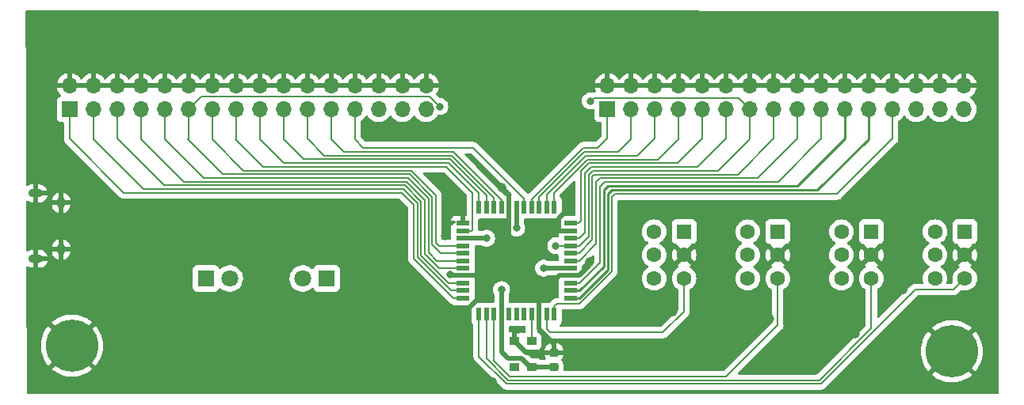
<source format=gbr>
%TF.GenerationSoftware,KiCad,Pcbnew,6.0.7-f9a2dced07~116~ubuntu22.04.1*%
%TF.CreationDate,2022-08-21T16:12:58+02:00*%
%TF.ProjectId,cpld,63706c64-2e6b-4696-9361-645f70636258,rev?*%
%TF.SameCoordinates,Original*%
%TF.FileFunction,Copper,L2,Bot*%
%TF.FilePolarity,Positive*%
%FSLAX46Y46*%
G04 Gerber Fmt 4.6, Leading zero omitted, Abs format (unit mm)*
G04 Created by KiCad (PCBNEW 6.0.7-f9a2dced07~116~ubuntu22.04.1) date 2022-08-21 16:12:58*
%MOMM*%
%LPD*%
G01*
G04 APERTURE LIST*
G04 Aperture macros list*
%AMRoundRect*
0 Rectangle with rounded corners*
0 $1 Rounding radius*
0 $2 $3 $4 $5 $6 $7 $8 $9 X,Y pos of 4 corners*
0 Add a 4 corners polygon primitive as box body*
4,1,4,$2,$3,$4,$5,$6,$7,$8,$9,$2,$3,0*
0 Add four circle primitives for the rounded corners*
1,1,$1+$1,$2,$3*
1,1,$1+$1,$4,$5*
1,1,$1+$1,$6,$7*
1,1,$1+$1,$8,$9*
0 Add four rect primitives between the rounded corners*
20,1,$1+$1,$2,$3,$4,$5,0*
20,1,$1+$1,$4,$5,$6,$7,0*
20,1,$1+$1,$6,$7,$8,$9,0*
20,1,$1+$1,$8,$9,$2,$3,0*%
G04 Aperture macros list end*
%TA.AperFunction,ComponentPad*%
%ADD10R,1.600000X1.600000*%
%TD*%
%TA.AperFunction,ComponentPad*%
%ADD11C,1.600000*%
%TD*%
%TA.AperFunction,ComponentPad*%
%ADD12C,3.600000*%
%TD*%
%TA.AperFunction,ConnectorPad*%
%ADD13C,5.600000*%
%TD*%
%TA.AperFunction,ComponentPad*%
%ADD14R,1.800000X1.800000*%
%TD*%
%TA.AperFunction,ComponentPad*%
%ADD15C,1.800000*%
%TD*%
%TA.AperFunction,ComponentPad*%
%ADD16O,1.550000X0.890000*%
%TD*%
%TA.AperFunction,ComponentPad*%
%ADD17O,0.950000X1.250000*%
%TD*%
%TA.AperFunction,SMDPad,CuDef*%
%ADD18R,1.475000X0.600000*%
%TD*%
%TA.AperFunction,SMDPad,CuDef*%
%ADD19R,0.600000X1.475000*%
%TD*%
%TA.AperFunction,ComponentPad*%
%ADD20R,1.700000X1.700000*%
%TD*%
%TA.AperFunction,ComponentPad*%
%ADD21O,1.700000X1.700000*%
%TD*%
%TA.AperFunction,SMDPad,CuDef*%
%ADD22R,1.090000X0.850000*%
%TD*%
%TA.AperFunction,SMDPad,CuDef*%
%ADD23RoundRect,0.225000X-0.250000X0.225000X-0.250000X-0.225000X0.250000X-0.225000X0.250000X0.225000X0*%
%TD*%
%TA.AperFunction,ViaPad*%
%ADD24C,1.000000*%
%TD*%
%TA.AperFunction,ViaPad*%
%ADD25C,0.800000*%
%TD*%
%TA.AperFunction,Conductor*%
%ADD26C,0.200000*%
%TD*%
%TA.AperFunction,Conductor*%
%ADD27C,0.250000*%
%TD*%
%TA.AperFunction,Conductor*%
%ADD28C,0.500000*%
%TD*%
G04 APERTURE END LIST*
D10*
%TO.P,SW1,1,A*%
%TO.N,unconnected-(SW1-Pad1)*%
X179000000Y-82892500D03*
D11*
%TO.P,SW1,2,B*%
%TO.N,GND*%
X179000000Y-85392500D03*
%TO.P,SW1,3,C*%
%TO.N,/SW_B1*%
X179000000Y-87892500D03*
%TO.P,SW1,4*%
%TO.N,N/C*%
X175800000Y-82892500D03*
%TO.P,SW1,5*%
X175800000Y-85392500D03*
%TO.P,SW1,6*%
X175800000Y-87892500D03*
%TD*%
D10*
%TO.P,SW3,1,A*%
%TO.N,unconnected-(SW3-Pad1)*%
X159000000Y-82892500D03*
D11*
%TO.P,SW3,2,B*%
%TO.N,GND*%
X159000000Y-85392500D03*
%TO.P,SW3,3,C*%
%TO.N,/SW_B3*%
X159000000Y-87892500D03*
%TO.P,SW3,4*%
%TO.N,N/C*%
X155800000Y-82892500D03*
%TO.P,SW3,5*%
X155800000Y-85392500D03*
%TO.P,SW3,6*%
X155800000Y-87892500D03*
%TD*%
D10*
%TO.P,SW2,1,A*%
%TO.N,unconnected-(SW2-Pad1)*%
X169000000Y-82892500D03*
D11*
%TO.P,SW2,2,B*%
%TO.N,GND*%
X169000000Y-85392500D03*
%TO.P,SW2,3,C*%
%TO.N,/SW_B2*%
X169000000Y-87892500D03*
%TO.P,SW2,4*%
%TO.N,N/C*%
X165800000Y-82892500D03*
%TO.P,SW2,5*%
X165800000Y-85392500D03*
%TO.P,SW2,6*%
X165800000Y-87892500D03*
%TD*%
D12*
%TO.P,H2,1,1*%
%TO.N,GND*%
X187600000Y-95700000D03*
D13*
X187600000Y-95700000D03*
%TD*%
D10*
%TO.P,SW0,1,A*%
%TO.N,unconnected-(SW0-Pad1)*%
X189000000Y-82892500D03*
D11*
%TO.P,SW0,2,B*%
%TO.N,GND*%
X189000000Y-85392500D03*
%TO.P,SW0,3,C*%
%TO.N,/SW_B0*%
X189000000Y-87892500D03*
%TO.P,SW0,4*%
%TO.N,N/C*%
X185800000Y-82892500D03*
%TO.P,SW0,5*%
X185800000Y-85392500D03*
%TO.P,SW0,6*%
X185800000Y-87892500D03*
%TD*%
D14*
%TO.P,D2,1,K*%
%TO.N,Net-(D2-Pad1)*%
X120800000Y-87900000D03*
D15*
%TO.P,D2,2,A*%
%TO.N,+3.3V*%
X118260000Y-87900000D03*
%TD*%
D14*
%TO.P,D1,1,K*%
%TO.N,Net-(D1-Pad1)*%
X107925000Y-87900000D03*
D15*
%TO.P,D1,2,A*%
%TO.N,+5V*%
X110465000Y-87900000D03*
%TD*%
D12*
%TO.P,H4,1,1*%
%TO.N,GND*%
X93600000Y-95100000D03*
D13*
X93600000Y-95100000D03*
%TD*%
D16*
%TO.P,J1,6,Shield*%
%TO.N,GND*%
X89750000Y-78800000D03*
D17*
X92450000Y-84800000D03*
D16*
X89750000Y-85800000D03*
D17*
X92450000Y-79800000D03*
%TD*%
D18*
%TO.P,IC2,1,I/O/TDI*%
%TO.N,/DI0{slash}TDI*%
X135362000Y-90000000D03*
%TO.P,IC2,2,I/O_1*%
%TO.N,/DI1*%
X135362000Y-89200000D03*
%TO.P,IC2,3,I/O_2*%
%TO.N,/DI2*%
X135362000Y-88400000D03*
%TO.P,IC2,4,GND_1*%
%TO.N,GND*%
X135362000Y-87600000D03*
%TO.P,IC2,5,I/O_3*%
%TO.N,/DI3*%
X135362000Y-86800000D03*
%TO.P,IC2,6,I/O_4*%
%TO.N,/DI4*%
X135362000Y-86000000D03*
%TO.P,IC2,7,I/O/TMS*%
%TO.N,/DI5{slash}TMS*%
X135362000Y-85200000D03*
%TO.P,IC2,8,I/O_5*%
%TO.N,/DI6*%
X135362000Y-84400000D03*
%TO.P,IC2,9,VCC_1*%
%TO.N,+3.3V*%
X135362000Y-83600000D03*
%TO.P,IC2,10,I/O_6*%
%TO.N,/DI7*%
X135362000Y-82800000D03*
%TO.P,IC2,11,GND_2*%
%TO.N,GND*%
X135362000Y-82000000D03*
D19*
%TO.P,IC2,12,I/O_7*%
%TO.N,/DI8*%
X137100000Y-80262000D03*
%TO.P,IC2,13,I/O_8*%
%TO.N,/DI9*%
X137900000Y-80262000D03*
%TO.P,IC2,14,I/O_9*%
%TO.N,/DI10*%
X138700000Y-80262000D03*
%TO.P,IC2,15,I/O_10*%
%TO.N,/DI11*%
X139500000Y-80262000D03*
%TO.P,IC2,16,GND_3*%
%TO.N,GND*%
X140300000Y-80262000D03*
%TO.P,IC2,17,VCC_2*%
%TO.N,+3.3V*%
X141100000Y-80262000D03*
%TO.P,IC2,18,I/O_11*%
%TO.N,/DI12*%
X141900000Y-80262000D03*
%TO.P,IC2,19,I/O_12*%
%TO.N,/DO0*%
X142700000Y-80262000D03*
%TO.P,IC2,20,I/O_13*%
%TO.N,/DO1*%
X143500000Y-80262000D03*
%TO.P,IC2,21,I/O_14*%
%TO.N,/DO2*%
X144300000Y-80262000D03*
%TO.P,IC2,22,I/O_15*%
%TO.N,/DO3*%
X145100000Y-80262000D03*
D18*
%TO.P,IC2,23,I/O_16*%
%TO.N,/DO4*%
X146838000Y-82000000D03*
%TO.P,IC2,24,GND_4*%
%TO.N,GND*%
X146838000Y-82800000D03*
%TO.P,IC2,25,I/O_17*%
%TO.N,/DO5*%
X146838000Y-83600000D03*
%TO.P,IC2,26,I/O/TCK*%
%TO.N,/DO6{slash}TCK*%
X146838000Y-84400000D03*
%TO.P,IC2,27,I/O_18*%
%TO.N,/DO7*%
X146838000Y-85200000D03*
%TO.P,IC2,28,I/O_19*%
%TO.N,/DO8*%
X146838000Y-86000000D03*
%TO.P,IC2,29,VCC_3*%
%TO.N,+3.3V*%
X146838000Y-86800000D03*
%TO.P,IC2,30,GND_5*%
%TO.N,GND*%
X146838000Y-87600000D03*
%TO.P,IC2,31,I/O_20*%
%TO.N,/DO9*%
X146838000Y-88400000D03*
%TO.P,IC2,32,I/O/TDO*%
%TO.N,/DO10{slash}TDO*%
X146838000Y-89200000D03*
%TO.P,IC2,33,I/O_21*%
%TO.N,/DO11*%
X146838000Y-90000000D03*
D19*
%TO.P,IC2,34,I/O_22*%
%TO.N,/DO12*%
X145100000Y-91738000D03*
%TO.P,IC2,35,I/O_23*%
%TO.N,/SW_B3*%
X144300000Y-91738000D03*
%TO.P,IC2,36,GND_6*%
%TO.N,GND*%
X143500000Y-91738000D03*
%TO.P,IC2,37,INPUT/GCLK1*%
%TO.N,Net-(IC2-Pad37)*%
X142700000Y-91738000D03*
%TO.P,IC2,38,INPUT/OE1*%
%TO.N,unconnected-(IC2-Pad38)*%
X141900000Y-91738000D03*
%TO.P,IC2,39,INPUT/GCLRN*%
%TO.N,unconnected-(IC2-Pad39)*%
X141100000Y-91738000D03*
%TO.P,IC2,40,INPUT/OE2/GCLK2*%
%TO.N,unconnected-(IC2-Pad40)*%
X140300000Y-91738000D03*
%TO.P,IC2,41,VCC_4*%
%TO.N,+3.3V*%
X139500000Y-91738000D03*
%TO.P,IC2,42,I/O_24*%
%TO.N,/SW_B2*%
X138700000Y-91738000D03*
%TO.P,IC2,43,I/O_25*%
%TO.N,/SW_B1*%
X137900000Y-91738000D03*
%TO.P,IC2,44,I/O_26*%
%TO.N,/SW_B0*%
X137100000Y-91738000D03*
%TD*%
D20*
%TO.P,J2,1,Pin_1*%
%TO.N,/DI0{slash}TDI*%
X93350000Y-69800000D03*
D21*
%TO.P,J2,2,Pin_2*%
%TO.N,GND*%
X93350000Y-67260000D03*
%TO.P,J2,3,Pin_3*%
%TO.N,/DI1*%
X95890000Y-69800000D03*
%TO.P,J2,4,Pin_4*%
%TO.N,GND*%
X95890000Y-67260000D03*
%TO.P,J2,5,Pin_5*%
%TO.N,/DI2*%
X98430000Y-69800000D03*
%TO.P,J2,6,Pin_6*%
%TO.N,GND*%
X98430000Y-67260000D03*
%TO.P,J2,7,Pin_7*%
%TO.N,/DI3*%
X100970000Y-69800000D03*
%TO.P,J2,8,Pin_8*%
%TO.N,GND*%
X100970000Y-67260000D03*
%TO.P,J2,9,Pin_9*%
%TO.N,/DI4*%
X103510000Y-69800000D03*
%TO.P,J2,10,Pin_10*%
%TO.N,GND*%
X103510000Y-67260000D03*
%TO.P,J2,11,Pin_11*%
%TO.N,/DI5{slash}TMS*%
X106050000Y-69800000D03*
%TO.P,J2,12,Pin_12*%
%TO.N,GND*%
X106050000Y-67260000D03*
%TO.P,J2,13,Pin_13*%
%TO.N,/DI6*%
X108590000Y-69800000D03*
%TO.P,J2,14,Pin_14*%
%TO.N,GND*%
X108590000Y-67260000D03*
%TO.P,J2,15,Pin_15*%
%TO.N,/DI7*%
X111130000Y-69800000D03*
%TO.P,J2,16,Pin_16*%
%TO.N,GND*%
X111130000Y-67260000D03*
%TO.P,J2,17,Pin_17*%
%TO.N,/DI8*%
X113670000Y-69800000D03*
%TO.P,J2,18,Pin_18*%
%TO.N,GND*%
X113670000Y-67260000D03*
%TO.P,J2,19,Pin_19*%
%TO.N,/DI9*%
X116210000Y-69800000D03*
%TO.P,J2,20,Pin_20*%
%TO.N,GND*%
X116210000Y-67260000D03*
%TO.P,J2,21,Pin_21*%
%TO.N,/DI10*%
X118750000Y-69800000D03*
%TO.P,J2,22,Pin_22*%
%TO.N,GND*%
X118750000Y-67260000D03*
%TO.P,J2,23,Pin_23*%
%TO.N,/DI11*%
X121290000Y-69800000D03*
%TO.P,J2,24,Pin_24*%
%TO.N,GND*%
X121290000Y-67260000D03*
%TO.P,J2,25,Pin_25*%
%TO.N,/DI12*%
X123830000Y-69800000D03*
%TO.P,J2,26,Pin_26*%
%TO.N,GND*%
X123830000Y-67260000D03*
%TO.P,J2,27,Pin_27*%
%TO.N,unconnected-(J2-Pad27)*%
X126370000Y-69800000D03*
%TO.P,J2,28,Pin_28*%
%TO.N,GND*%
X126370000Y-67260000D03*
%TO.P,J2,29,Pin_29*%
%TO.N,unconnected-(J2-Pad29)*%
X128910000Y-69800000D03*
%TO.P,J2,30,Pin_30*%
%TO.N,GND*%
X128910000Y-67260000D03*
%TO.P,J2,31,Pin_31*%
%TO.N,unconnected-(J2-Pad31)*%
X131450000Y-69800000D03*
%TO.P,J2,32,Pin_32*%
%TO.N,GND*%
X131450000Y-67260000D03*
%TD*%
D22*
%TO.P,Y1,1,VCONT*%
%TO.N,unconnected-(Y1-Pad1)*%
X140905000Y-97347500D03*
%TO.P,Y1,2,GND*%
%TO.N,GND*%
X140905000Y-94617500D03*
%TO.P,Y1,3,OUTPUT*%
%TO.N,Net-(IC2-Pad37)*%
X142695000Y-94617500D03*
%TO.P,Y1,4,VDD*%
%TO.N,+3.3V*%
X142695000Y-97347500D03*
%TD*%
D20*
%TO.P,J3,1,Pin_1*%
%TO.N,/DO0*%
X150800000Y-69800000D03*
D21*
%TO.P,J3,2,Pin_2*%
%TO.N,GND*%
X150800000Y-67260000D03*
%TO.P,J3,3,Pin_3*%
%TO.N,/DO1*%
X153340000Y-69800000D03*
%TO.P,J3,4,Pin_4*%
%TO.N,GND*%
X153340000Y-67260000D03*
%TO.P,J3,5,Pin_5*%
%TO.N,/DO2*%
X155880000Y-69800000D03*
%TO.P,J3,6,Pin_6*%
%TO.N,GND*%
X155880000Y-67260000D03*
%TO.P,J3,7,Pin_7*%
%TO.N,/DO3*%
X158420000Y-69800000D03*
%TO.P,J3,8,Pin_8*%
%TO.N,GND*%
X158420000Y-67260000D03*
%TO.P,J3,9,Pin_9*%
%TO.N,/DO4*%
X160960000Y-69800000D03*
%TO.P,J3,10,Pin_10*%
%TO.N,GND*%
X160960000Y-67260000D03*
%TO.P,J3,11,Pin_11*%
%TO.N,/DO5*%
X163500000Y-69800000D03*
%TO.P,J3,12,Pin_12*%
%TO.N,GND*%
X163500000Y-67260000D03*
%TO.P,J3,13,Pin_13*%
%TO.N,/DO6{slash}TCK*%
X166040000Y-69800000D03*
%TO.P,J3,14,Pin_14*%
%TO.N,GND*%
X166040000Y-67260000D03*
%TO.P,J3,15,Pin_15*%
%TO.N,/DO7*%
X168580000Y-69800000D03*
%TO.P,J3,16,Pin_16*%
%TO.N,GND*%
X168580000Y-67260000D03*
%TO.P,J3,17,Pin_17*%
%TO.N,/DO8*%
X171120000Y-69800000D03*
%TO.P,J3,18,Pin_18*%
%TO.N,GND*%
X171120000Y-67260000D03*
%TO.P,J3,19,Pin_19*%
%TO.N,/DO9*%
X173660000Y-69800000D03*
%TO.P,J3,20,Pin_20*%
%TO.N,GND*%
X173660000Y-67260000D03*
%TO.P,J3,21,Pin_21*%
%TO.N,/DO10{slash}TDO*%
X176200000Y-69800000D03*
%TO.P,J3,22,Pin_22*%
%TO.N,GND*%
X176200000Y-67260000D03*
%TO.P,J3,23,Pin_23*%
%TO.N,/DO11*%
X178740000Y-69800000D03*
%TO.P,J3,24,Pin_24*%
%TO.N,GND*%
X178740000Y-67260000D03*
%TO.P,J3,25,Pin_25*%
%TO.N,/DO12*%
X181280000Y-69800000D03*
%TO.P,J3,26,Pin_26*%
%TO.N,GND*%
X181280000Y-67260000D03*
%TO.P,J3,27,Pin_27*%
%TO.N,unconnected-(J3-Pad27)*%
X183820000Y-69800000D03*
%TO.P,J3,28,Pin_28*%
%TO.N,GND*%
X183820000Y-67260000D03*
%TO.P,J3,29,Pin_29*%
%TO.N,unconnected-(J3-Pad29)*%
X186360000Y-69800000D03*
%TO.P,J3,30,Pin_30*%
%TO.N,GND*%
X186360000Y-67260000D03*
%TO.P,J3,31,Pin_31*%
%TO.N,unconnected-(J3-Pad31)*%
X188900000Y-69800000D03*
%TO.P,J3,32,Pin_32*%
%TO.N,GND*%
X188900000Y-67260000D03*
%TD*%
D23*
%TO.P,C9,1*%
%TO.N,GND*%
X145100000Y-95825000D03*
%TO.P,C9,2*%
%TO.N,+3.3V*%
X145100000Y-97375000D03*
%TD*%
D24*
%TO.N,GND*%
X128600000Y-90600000D03*
X102400000Y-92300000D03*
X164600000Y-95100000D03*
X134400000Y-93900000D03*
D25*
X166500000Y-97400000D03*
D24*
X135400000Y-71400000D03*
X190800000Y-77000000D03*
X135300000Y-63900000D03*
X183300000Y-96800000D03*
D25*
X182400000Y-89200000D03*
D24*
X131000000Y-61500000D03*
X103800000Y-80000000D03*
D25*
X134000000Y-87499500D03*
D24*
X139500000Y-78200000D03*
X157800000Y-91500000D03*
X94500000Y-89500000D03*
X159300000Y-97100000D03*
X154800000Y-96500000D03*
X115915000Y-85400000D03*
X104000000Y-83700000D03*
X91200000Y-68600000D03*
X97400000Y-84700000D03*
X150600000Y-96700000D03*
X146900000Y-78600000D03*
X190000000Y-91800000D03*
X146900000Y-97100000D03*
X133500000Y-83300000D03*
X116100000Y-92500000D03*
X98600000Y-60600000D03*
D25*
X162500000Y-89800000D03*
D24*
X116085511Y-62467280D03*
D25*
X174000000Y-91300000D03*
X143675000Y-95825000D03*
D24*
X183700000Y-74500000D03*
X172600000Y-86300000D03*
X93900000Y-76800000D03*
X90200000Y-73500000D03*
X127900000Y-82900000D03*
X149900000Y-91700000D03*
X146900000Y-94900000D03*
X141500000Y-61300000D03*
X152800000Y-95200000D03*
X154000000Y-87900000D03*
D25*
X138600000Y-98900000D03*
X161800000Y-81000000D03*
D24*
X146700000Y-80700000D03*
X172300000Y-96700000D03*
X177300000Y-93800000D03*
X108900000Y-97100000D03*
X141100000Y-66900000D03*
X169300000Y-62300000D03*
D25*
X182300000Y-83200000D03*
X130300000Y-97000000D03*
D24*
X134000000Y-78800000D03*
X124609432Y-96461644D03*
D25*
X141300000Y-93400000D03*
X176700000Y-99000000D03*
D24*
X122200000Y-84500000D03*
X148900000Y-86100000D03*
X153477728Y-61991895D03*
X168100000Y-92200000D03*
X111600000Y-84000000D03*
X184200000Y-62100000D03*
D25*
%TO.N,+3.3V*%
X144000000Y-86800000D03*
X137900000Y-83600000D03*
X139500000Y-89100000D03*
X141100000Y-82500000D03*
%TO.N,/DI5{slash}TMS*%
X132900000Y-69500000D03*
%TO.N,/DO6{slash}TCK*%
X149000000Y-68900000D03*
X145300000Y-84400000D03*
%TD*%
D26*
%TO.N,/DO6{slash}TCK*%
X164840000Y-68600000D02*
X166040000Y-69800000D01*
%TO.N,/DO12*%
X145100000Y-91738000D02*
X145100000Y-90900000D01*
X145100000Y-90900000D02*
X145400000Y-90600000D01*
X145400000Y-90600000D02*
X147826540Y-90600000D01*
X147826540Y-90600000D02*
X151300000Y-87126540D01*
X151300000Y-87126540D02*
X151300000Y-79200000D01*
X151300000Y-79200000D02*
X151622064Y-78877936D01*
X151622064Y-78877936D02*
X175322064Y-78877936D01*
X175322064Y-78877936D02*
X181280000Y-72920000D01*
X181280000Y-72920000D02*
X181280000Y-69800000D01*
D27*
%TO.N,/DO11*%
X178740000Y-72960000D02*
X178740000Y-69800000D01*
%TO.N,/DO10{slash}TDO*%
X146838000Y-89200000D02*
X147825500Y-89200000D01*
X150425000Y-78400000D02*
X150822064Y-78002936D01*
X147825500Y-89200000D02*
X150425000Y-86600500D01*
X176200000Y-72900000D02*
X176200000Y-69800000D01*
X150425000Y-86600500D02*
X150425000Y-78400000D01*
X150822064Y-78002936D02*
X171097064Y-78002936D01*
X171097064Y-78002936D02*
X176200000Y-72900000D01*
D26*
%TO.N,/DO9*%
X146838000Y-88400000D02*
X147775500Y-88400000D01*
X147775500Y-88400000D02*
X150000000Y-86175500D01*
X150000000Y-86175500D02*
X150000000Y-78100000D01*
X150000000Y-78100000D02*
X150522064Y-77577936D01*
X150522064Y-77577936D02*
X169022064Y-77577936D01*
X169022064Y-77577936D02*
X173660000Y-72940000D01*
X173660000Y-72940000D02*
X173660000Y-69800000D01*
%TO.N,/DO8*%
X146838000Y-86000000D02*
X147775500Y-86000000D01*
X147775500Y-86000000D02*
X149600000Y-84175500D01*
X149600000Y-77600000D02*
X150022064Y-77177936D01*
X149600000Y-84175500D02*
X149600000Y-77600000D01*
X150022064Y-77177936D02*
X166822064Y-77177936D01*
X166822064Y-77177936D02*
X171120000Y-72880000D01*
X171120000Y-72880000D02*
X171120000Y-69800000D01*
%TO.N,/DO7*%
X146838000Y-85200000D02*
X147775500Y-85200000D01*
X147775500Y-85200000D02*
X149200000Y-83775500D01*
X149200000Y-83775500D02*
X149200000Y-77000000D01*
X149200000Y-77000000D02*
X149422064Y-76777936D01*
X149422064Y-76777936D02*
X164722064Y-76777936D01*
X164722064Y-76777936D02*
X168580000Y-72920000D01*
X168580000Y-72920000D02*
X168580000Y-69800000D01*
%TO.N,/DO6{slash}TCK*%
X166040000Y-72960000D02*
X166040000Y-69800000D01*
%TO.N,/DO5*%
X146838000Y-83600000D02*
X147800000Y-83600000D01*
X147800000Y-83600000D02*
X148400000Y-83000000D01*
X148400000Y-83000000D02*
X148400000Y-76643622D01*
X148400000Y-76643622D02*
X149065686Y-75977936D01*
X149065686Y-75977936D02*
X160422064Y-75977936D01*
X160422064Y-75977936D02*
X163500000Y-72900000D01*
X163500000Y-72900000D02*
X163500000Y-69800000D01*
%TO.N,/DO4*%
X146838000Y-82000000D02*
X147700000Y-82000000D01*
X147700000Y-82000000D02*
X148000000Y-81700000D01*
X148000000Y-76400000D02*
X148822064Y-75577936D01*
X148000000Y-81700000D02*
X148000000Y-76400000D01*
X148822064Y-75577936D02*
X158322064Y-75577936D01*
X158322064Y-75577936D02*
X160960000Y-72940000D01*
X160960000Y-72940000D02*
X160960000Y-69800000D01*
%TO.N,/DO3*%
X158400000Y-73000000D02*
X158420000Y-72980000D01*
X158420000Y-72980000D02*
X158420000Y-69800000D01*
%TO.N,/DO2*%
X144300000Y-80262000D02*
X144300000Y-78955872D01*
X144300000Y-78955872D02*
X148477936Y-74777936D01*
X148477936Y-74777936D02*
X154022064Y-74777936D01*
X154022064Y-74777936D02*
X155880000Y-72920000D01*
X155880000Y-72920000D02*
X155880000Y-69800000D01*
%TO.N,/DO1*%
X153300000Y-73000000D02*
X153340000Y-72960000D01*
X153340000Y-72960000D02*
X153340000Y-69800000D01*
%TO.N,/DO0*%
X142700000Y-80262000D02*
X142700000Y-79424500D01*
X142700000Y-79424500D02*
X148224500Y-73900000D01*
X148224500Y-73900000D02*
X149800000Y-73900000D01*
X149800000Y-73900000D02*
X150800000Y-72900000D01*
X150800000Y-72900000D02*
X150800000Y-69800000D01*
%TO.N,/DI0{slash}TDI*%
X93350000Y-72950000D02*
X93350000Y-69800000D01*
%TO.N,/DI1*%
X95890000Y-72990000D02*
X95890000Y-69800000D01*
%TO.N,/DI2*%
X98430000Y-72930000D02*
X98430000Y-69800000D01*
%TO.N,/DI3*%
X100970000Y-72970000D02*
X100970000Y-69800000D01*
%TO.N,/DI4*%
X103500000Y-73000000D02*
X103510000Y-72990000D01*
X103510000Y-72990000D02*
X103510000Y-69800000D01*
%TO.N,/DI6*%
X108590000Y-72990000D02*
X108590000Y-69800000D01*
%TO.N,/DI7*%
X111130000Y-72970000D02*
X111130000Y-69800000D01*
%TO.N,/DI8*%
X113670000Y-72970000D02*
X113670000Y-69800000D01*
%TO.N,/DI9*%
X116210000Y-72990000D02*
X116210000Y-69800000D01*
%TO.N,/DI10*%
X138700000Y-80262000D02*
X138700000Y-79268629D01*
X120550000Y-74750000D02*
X118750000Y-72950000D01*
X138700000Y-79268629D02*
X134181370Y-74750000D01*
X134181370Y-74750000D02*
X120550000Y-74750000D01*
X118750000Y-72950000D02*
X118750000Y-69800000D01*
%TO.N,/DI11*%
X121290000Y-72990000D02*
X121290000Y-69800000D01*
%TO.N,/DI12*%
X123830000Y-73030000D02*
X123830000Y-69800000D01*
%TO.N,/DI5{slash}TMS*%
X106000000Y-73000000D02*
X106050000Y-72950000D01*
X106050000Y-72950000D02*
X106050000Y-69800000D01*
X107440000Y-68410000D02*
X106050000Y-69800000D01*
D28*
%TO.N,GND*%
X135600000Y-91500000D02*
X135600000Y-92500000D01*
X148848841Y-86548841D02*
X148900000Y-86497682D01*
X147797682Y-87600000D02*
X148848841Y-86548841D01*
X143500000Y-93300000D02*
X145100000Y-94900000D01*
X146700000Y-80700000D02*
X146400000Y-80700000D01*
X140905000Y-94617500D02*
X142112500Y-95825000D01*
X135362000Y-87600000D02*
X137400000Y-87600000D01*
X135362000Y-80162000D02*
X135362000Y-82000000D01*
X140300000Y-79000000D02*
X139500000Y-78200000D01*
X145100000Y-94900000D02*
X145100000Y-95825000D01*
X145650500Y-81449500D02*
X145650500Y-82750000D01*
X142112500Y-95825000D02*
X143675000Y-95825000D01*
X146400000Y-80700000D02*
X145650500Y-81449500D01*
X134000000Y-78800000D02*
X135362000Y-80162000D01*
X135362000Y-87600000D02*
X134100500Y-87600000D01*
X145700500Y-87600000D02*
X143500000Y-89800500D01*
X137400000Y-87600000D02*
X137400000Y-89700000D01*
X148900000Y-86497682D02*
X148900000Y-86100000D01*
X146838000Y-87600000D02*
X147797682Y-87600000D01*
X143500000Y-89800500D02*
X143500000Y-91738000D01*
X143675000Y-95825000D02*
X145100000Y-95825000D01*
X146838000Y-87600000D02*
X145700500Y-87600000D01*
X145700500Y-82800000D02*
X146838000Y-82800000D01*
X140300000Y-80262000D02*
X140300000Y-79000000D01*
X145650500Y-82750000D02*
X145700500Y-82800000D01*
X135600000Y-92500000D02*
X134300000Y-93800000D01*
X137400000Y-87600000D02*
X140250000Y-84750000D01*
X134100500Y-87600000D02*
X134000000Y-87499500D01*
X137400000Y-89700000D02*
X135600000Y-91500000D01*
X143500000Y-91738000D02*
X143500000Y-93300000D01*
X140250000Y-84750000D02*
X140250000Y-80500000D01*
%TO.N,+3.3V*%
X142547500Y-97347500D02*
X142695000Y-97347500D01*
X141100000Y-80262000D02*
X141100000Y-82500000D01*
X145022500Y-97347500D02*
X145100000Y-97425000D01*
X146838000Y-86800000D02*
X144000000Y-86800000D01*
X139500000Y-91738000D02*
X139500000Y-95800000D01*
X139500000Y-91738000D02*
X139500000Y-89100000D01*
X140172500Y-96472500D02*
X141672500Y-96472500D01*
X142695000Y-97347500D02*
X145022500Y-97347500D01*
X141672500Y-96472500D02*
X142547500Y-97347500D01*
X139500000Y-95800000D02*
X140172500Y-96472500D01*
X135362000Y-83600000D02*
X137900000Y-83600000D01*
D26*
%TO.N,/DI0{slash}TDI*%
X130100000Y-79994116D02*
X130100000Y-85762744D01*
X134337256Y-90000000D02*
X135362000Y-90000000D01*
X128855884Y-78750000D02*
X130100000Y-79994116D01*
X130100000Y-85762744D02*
X134337256Y-90000000D01*
X93350000Y-72950000D02*
X99150000Y-78750000D01*
X99150000Y-78750000D02*
X128855884Y-78750000D01*
%TO.N,/DI1*%
X129021570Y-78350000D02*
X130500000Y-79828430D01*
X130500000Y-85597058D02*
X134102942Y-89200000D01*
X95890000Y-72990000D02*
X101250000Y-78350000D01*
X101250000Y-78350000D02*
X129021570Y-78350000D01*
X134102942Y-89200000D02*
X135362000Y-89200000D01*
X130500000Y-79828430D02*
X130500000Y-85597058D01*
%TO.N,/DI2*%
X133868628Y-88400000D02*
X135362000Y-88400000D01*
X130900000Y-85431372D02*
X133868628Y-88400000D01*
X98430000Y-72930000D02*
X103450000Y-77950000D01*
X129187256Y-77950000D02*
X130900000Y-79662744D01*
X103450000Y-77950000D02*
X129187256Y-77950000D01*
X130900000Y-79662744D02*
X130900000Y-85431372D01*
%TO.N,/DI3*%
X132834314Y-86800000D02*
X135362000Y-86800000D01*
X129352942Y-77550000D02*
X131300000Y-79497058D01*
X131300000Y-79497058D02*
X131300000Y-85265686D01*
X105550000Y-77550000D02*
X129352942Y-77550000D01*
X100970000Y-72970000D02*
X105550000Y-77550000D01*
X131300000Y-85265686D02*
X132834314Y-86800000D01*
%TO.N,/DI4*%
X131700000Y-79331372D02*
X129518628Y-77150000D01*
X132600000Y-86000000D02*
X131700000Y-85100000D01*
X129518628Y-77150000D02*
X107650000Y-77150000D01*
X107650000Y-77150000D02*
X103500000Y-73000000D01*
X135362000Y-86000000D02*
X132600000Y-86000000D01*
X131700000Y-85100000D02*
X131700000Y-79331372D01*
%TO.N,/DI5{slash}TMS*%
X132100000Y-79165686D02*
X129684314Y-76750000D01*
X129684314Y-76750000D02*
X109750000Y-76750000D01*
X131810000Y-68410000D02*
X107440000Y-68410000D01*
X132900000Y-69500000D02*
X131810000Y-68410000D01*
X135362000Y-85200000D02*
X133034315Y-85200000D01*
X133034315Y-85200000D02*
X132100000Y-84265685D01*
X109750000Y-76750000D02*
X106000000Y-73000000D01*
X132100000Y-84265685D02*
X132100000Y-79165686D01*
%TO.N,/DI11*%
X122650000Y-74350000D02*
X121290000Y-72990000D01*
X134347055Y-74350000D02*
X122650000Y-74350000D01*
X139500000Y-80262000D02*
X139500000Y-79502943D01*
X139500000Y-79502943D02*
X134347055Y-74350000D01*
%TO.N,/DI6*%
X129850000Y-76350000D02*
X111950000Y-76350000D01*
X135362000Y-84400000D02*
X132800000Y-84400000D01*
X132500000Y-84100000D02*
X132500000Y-79000000D01*
X132500000Y-79000000D02*
X129850000Y-76350000D01*
X111950000Y-76350000D02*
X108590000Y-72990000D01*
X132800000Y-84400000D02*
X132500000Y-84100000D01*
%TO.N,/DI12*%
X124700000Y-73900000D02*
X136475500Y-73900000D01*
X136475500Y-73900000D02*
X141900000Y-79324500D01*
X141900000Y-79324500D02*
X141900000Y-80262000D01*
X123830000Y-73030000D02*
X124700000Y-73900000D01*
%TO.N,/DO6{slash}TCK*%
X149000000Y-68900000D02*
X149300000Y-68600000D01*
X148800000Y-76809308D02*
X149231372Y-76377936D01*
X162622064Y-76377936D02*
X166000000Y-73000000D01*
X148800000Y-83375500D02*
X148800000Y-76809308D01*
X149300000Y-68600000D02*
X164840000Y-68600000D01*
X149231372Y-76377936D02*
X162622064Y-76377936D01*
X146838000Y-84400000D02*
X145300000Y-84400000D01*
X147775500Y-84400000D02*
X148800000Y-83375500D01*
X146838000Y-84400000D02*
X147775500Y-84400000D01*
%TO.N,Net-(IC2-Pad37)*%
X142695000Y-91743000D02*
X142700000Y-91738000D01*
X142695000Y-94617500D02*
X142695000Y-91743000D01*
%TO.N,/DI7*%
X136299500Y-82800000D02*
X136399500Y-82700000D01*
X136399500Y-78749500D02*
X133600000Y-75950000D01*
X136399500Y-82700000D02*
X136399500Y-78749500D01*
X111100000Y-73000000D02*
X111130000Y-72970000D01*
X114050000Y-75950000D02*
X111100000Y-73000000D01*
X135362000Y-82800000D02*
X136299500Y-82800000D01*
X133600000Y-75950000D02*
X114050000Y-75950000D01*
%TO.N,/DI8*%
X133850000Y-75550000D02*
X116250000Y-75550000D01*
X137100000Y-80262000D02*
X137100000Y-78800000D01*
X137100000Y-78800000D02*
X133850000Y-75550000D01*
X116250000Y-75550000D02*
X113670000Y-72970000D01*
%TO.N,/DI9*%
X137900000Y-79034315D02*
X134015685Y-75150000D01*
X116200000Y-73000000D02*
X116210000Y-72990000D01*
X118350000Y-75150000D02*
X116200000Y-73000000D01*
X137900000Y-80262000D02*
X137900000Y-79034315D01*
X134015685Y-75150000D02*
X118350000Y-75150000D01*
%TO.N,/DO1*%
X143500000Y-80262000D02*
X143500000Y-79190186D01*
X151954907Y-74345093D02*
X153300000Y-73000000D01*
X143500000Y-79190186D02*
X148345093Y-74345093D01*
X148345093Y-74345093D02*
X151954907Y-74345093D01*
%TO.N,/DO3*%
X145100000Y-80262000D02*
X145100000Y-78721558D01*
X156222064Y-75177936D02*
X158400000Y-73000000D01*
X148643622Y-75177936D02*
X156222064Y-75177936D01*
X145100000Y-78721558D02*
X148643622Y-75177936D01*
%TO.N,/SW_B0*%
X140056129Y-99200000D02*
X173597057Y-99200000D01*
X187792500Y-89100000D02*
X189000000Y-87892500D01*
X137100000Y-96243871D02*
X140056129Y-99200000D01*
X183697057Y-89100000D02*
X187792500Y-89100000D01*
X173597057Y-99200000D02*
X183697057Y-89100000D01*
X137100000Y-91738000D02*
X137100000Y-96243871D01*
%TO.N,/SW_B1*%
X137900000Y-96478186D02*
X140221814Y-98800000D01*
X137900000Y-91738000D02*
X137900000Y-96478186D01*
X140221814Y-98800000D02*
X173431371Y-98800000D01*
X179000000Y-93231371D02*
X179000000Y-87892500D01*
X173431371Y-98800000D02*
X179000000Y-93231371D01*
%TO.N,/SW_B2*%
X138700000Y-91738000D02*
X138700000Y-96712500D01*
X169000000Y-92900000D02*
X169000000Y-87892500D01*
X163500000Y-98400000D02*
X169000000Y-92900000D01*
X140387500Y-98400000D02*
X163500000Y-98400000D01*
X138700000Y-96712500D02*
X140387500Y-98400000D01*
%TO.N,/SW_B3*%
X144700000Y-93700000D02*
X156731371Y-93700000D01*
X144300000Y-91738000D02*
X144300000Y-93300000D01*
X156731371Y-93700000D02*
X159000000Y-91431371D01*
X144300000Y-93300000D02*
X144700000Y-93700000D01*
X159000000Y-91431371D02*
X159000000Y-87892500D01*
D27*
%TO.N,/DO11*%
X147825500Y-90000000D02*
X150875000Y-86950500D01*
X151247064Y-78452936D02*
X173247064Y-78452936D01*
X150875000Y-78825000D02*
X151247064Y-78452936D01*
X150875000Y-86950500D02*
X150875000Y-78825000D01*
X146838000Y-90000000D02*
X147825500Y-90000000D01*
X173247064Y-78452936D02*
X178700000Y-73000000D01*
%TD*%
%TA.AperFunction,Conductor*%
%TO.N,GND*%
G36*
X192465682Y-59299735D02*
G01*
X192533774Y-59319835D01*
X192580189Y-59373558D01*
X192591500Y-59425735D01*
X192591500Y-100165500D01*
X192571498Y-100233621D01*
X192517842Y-100280114D01*
X192465500Y-100291500D01*
X88904061Y-100291500D01*
X88835940Y-100271498D01*
X88789447Y-100217842D01*
X88778062Y-100165893D01*
X88770102Y-97616381D01*
X91449160Y-97616381D01*
X91449237Y-97617470D01*
X91451698Y-97621206D01*
X91725632Y-97831404D01*
X91731262Y-97835259D01*
X92031591Y-98017862D01*
X92037593Y-98021080D01*
X92355897Y-98170184D01*
X92362202Y-98172732D01*
X92694743Y-98286587D01*
X92701313Y-98288446D01*
X93044183Y-98365714D01*
X93050912Y-98366853D01*
X93400143Y-98406643D01*
X93406933Y-98407046D01*
X93758419Y-98408886D01*
X93765220Y-98408554D01*
X94114853Y-98372423D01*
X94121581Y-98371357D01*
X94465274Y-98297676D01*
X94471822Y-98295897D01*
X94805549Y-98185527D01*
X94811891Y-98183041D01*
X95131718Y-98037288D01*
X95137777Y-98034121D01*
X95439995Y-97854676D01*
X95445659Y-97850884D01*
X95726732Y-97639849D01*
X95731958Y-97635464D01*
X95741613Y-97626428D01*
X95749682Y-97612750D01*
X95749654Y-97612024D01*
X95744512Y-97603723D01*
X93612810Y-95472020D01*
X93598869Y-95464408D01*
X93597034Y-95464539D01*
X93590420Y-95468790D01*
X91456774Y-97602437D01*
X91449160Y-97616381D01*
X88770102Y-97616381D01*
X88762220Y-95091832D01*
X90287333Y-95091832D01*
X90305117Y-95442893D01*
X90305827Y-95449649D01*
X90361420Y-95796723D01*
X90362859Y-95803378D01*
X90455608Y-96142410D01*
X90457757Y-96148871D01*
X90586581Y-96475912D01*
X90589412Y-96482095D01*
X90752803Y-96793310D01*
X90756286Y-96799152D01*
X90952330Y-97090896D01*
X90956433Y-97096340D01*
X91076425Y-97238836D01*
X91089164Y-97247279D01*
X91099608Y-97241181D01*
X93227980Y-95112810D01*
X93234357Y-95101131D01*
X93964408Y-95101131D01*
X93964539Y-95102966D01*
X93968790Y-95109580D01*
X96099009Y-97239798D01*
X96112605Y-97247223D01*
X96122218Y-97240522D01*
X96222518Y-97123912D01*
X96226676Y-97118514D01*
X96425762Y-96828840D01*
X96429310Y-96823029D01*
X96595942Y-96513559D01*
X96598849Y-96507381D01*
X96731090Y-96181713D01*
X96733304Y-96175283D01*
X96829598Y-95837237D01*
X96831105Y-95830607D01*
X96890332Y-95484118D01*
X96891112Y-95477378D01*
X96912668Y-95124925D01*
X96912784Y-95121323D01*
X96912853Y-95101819D01*
X96912761Y-95098194D01*
X96893666Y-94745615D01*
X96892931Y-94738849D01*
X96836130Y-94391985D01*
X96834663Y-94385313D01*
X96740736Y-94046627D01*
X96738562Y-94040163D01*
X96608598Y-93713578D01*
X96605742Y-93707398D01*
X96441269Y-93396763D01*
X96437769Y-93390937D01*
X96240697Y-93099862D01*
X96236590Y-93094453D01*
X96123565Y-92961179D01*
X96110740Y-92952743D01*
X96100416Y-92958795D01*
X93972020Y-95087190D01*
X93964408Y-95101131D01*
X93234357Y-95101131D01*
X93235592Y-95098869D01*
X93235461Y-95097034D01*
X93231210Y-95090420D01*
X91100992Y-92960203D01*
X91087455Y-92952811D01*
X91077753Y-92959599D01*
X90970430Y-93085257D01*
X90966296Y-93090664D01*
X90768215Y-93381041D01*
X90764697Y-93386851D01*
X90599134Y-93696922D01*
X90596259Y-93703087D01*
X90465155Y-94029218D01*
X90462962Y-94035658D01*
X90367846Y-94374044D01*
X90366363Y-94380679D01*
X90308350Y-94727354D01*
X90307591Y-94734126D01*
X90287357Y-95085037D01*
X90287333Y-95091832D01*
X88762220Y-95091832D01*
X88757828Y-93685257D01*
X88754398Y-92586862D01*
X91449950Y-92586862D01*
X91449986Y-92587704D01*
X91455037Y-92595826D01*
X92688449Y-93829239D01*
X93587190Y-94727980D01*
X93601131Y-94735592D01*
X93602966Y-94735461D01*
X93609580Y-94731210D01*
X95742798Y-92597991D01*
X95750412Y-92584047D01*
X95750344Y-92583089D01*
X95745836Y-92576272D01*
X95744418Y-92575065D01*
X95464813Y-92362064D01*
X95459187Y-92358240D01*
X95158214Y-92176681D01*
X95152202Y-92173484D01*
X94833370Y-92025487D01*
X94827070Y-92022967D01*
X94494129Y-91910273D01*
X94487551Y-91908437D01*
X94144417Y-91832367D01*
X94137678Y-91831251D01*
X93788310Y-91792680D01*
X93781529Y-91792301D01*
X93430015Y-91791687D01*
X93423242Y-91792042D01*
X93073720Y-91829395D01*
X93067010Y-91830482D01*
X92723586Y-91905361D01*
X92717011Y-91907172D01*
X92383683Y-92018702D01*
X92377361Y-92021205D01*
X92058034Y-92168079D01*
X92051991Y-92171265D01*
X91750401Y-92351763D01*
X91744755Y-92355571D01*
X91464408Y-92567596D01*
X91459211Y-92571987D01*
X91457972Y-92573155D01*
X91449950Y-92586862D01*
X88754398Y-92586862D01*
X88742725Y-88848134D01*
X106516500Y-88848134D01*
X106523255Y-88910316D01*
X106574385Y-89046705D01*
X106661739Y-89163261D01*
X106778295Y-89250615D01*
X106914684Y-89301745D01*
X106976866Y-89308500D01*
X108873134Y-89308500D01*
X108935316Y-89301745D01*
X109071705Y-89250615D01*
X109188261Y-89163261D01*
X109275615Y-89046705D01*
X109300180Y-88981178D01*
X109342822Y-88924414D01*
X109409383Y-88899714D01*
X109478732Y-88914921D01*
X109498647Y-88928464D01*
X109563724Y-88982492D01*
X109654349Y-89057730D01*
X109854322Y-89174584D01*
X110070694Y-89257209D01*
X110075760Y-89258240D01*
X110075761Y-89258240D01*
X110128846Y-89269040D01*
X110297656Y-89303385D01*
X110427089Y-89308131D01*
X110523949Y-89311683D01*
X110523953Y-89311683D01*
X110529113Y-89311872D01*
X110534233Y-89311216D01*
X110534235Y-89311216D01*
X110608166Y-89301745D01*
X110758847Y-89282442D01*
X110763795Y-89280957D01*
X110763802Y-89280956D01*
X110975747Y-89217369D01*
X110980690Y-89215886D01*
X111040630Y-89186522D01*
X111184049Y-89116262D01*
X111184052Y-89116260D01*
X111188684Y-89113991D01*
X111377243Y-88979494D01*
X111541303Y-88816005D01*
X111676458Y-88627917D01*
X111703351Y-88573504D01*
X111776784Y-88424922D01*
X111776785Y-88424920D01*
X111779078Y-88420280D01*
X111846408Y-88198671D01*
X111876640Y-87969041D01*
X111877069Y-87951481D01*
X111878245Y-87903365D01*
X111878245Y-87903361D01*
X111878327Y-87900000D01*
X111875488Y-87865469D01*
X116847095Y-87865469D01*
X116847392Y-87870622D01*
X116847392Y-87870625D01*
X116853067Y-87969041D01*
X116860427Y-88096697D01*
X116861564Y-88101743D01*
X116861565Y-88101749D01*
X116886395Y-88211926D01*
X116911346Y-88322642D01*
X116913288Y-88327424D01*
X116913289Y-88327428D01*
X116985235Y-88504609D01*
X116998484Y-88537237D01*
X117119501Y-88734719D01*
X117271147Y-88909784D01*
X117449349Y-89057730D01*
X117649322Y-89174584D01*
X117865694Y-89257209D01*
X117870760Y-89258240D01*
X117870761Y-89258240D01*
X117923846Y-89269040D01*
X118092656Y-89303385D01*
X118222089Y-89308131D01*
X118318949Y-89311683D01*
X118318953Y-89311683D01*
X118324113Y-89311872D01*
X118329233Y-89311216D01*
X118329235Y-89311216D01*
X118403166Y-89301745D01*
X118553847Y-89282442D01*
X118558795Y-89280957D01*
X118558802Y-89280956D01*
X118770747Y-89217369D01*
X118775690Y-89215886D01*
X118835630Y-89186522D01*
X118979049Y-89116262D01*
X118979052Y-89116260D01*
X118983684Y-89113991D01*
X119172243Y-88979494D01*
X119217309Y-88934585D01*
X119279681Y-88900669D01*
X119350487Y-88905857D01*
X119407249Y-88948503D01*
X119424231Y-88979607D01*
X119441948Y-89026866D01*
X119449385Y-89046705D01*
X119536739Y-89163261D01*
X119653295Y-89250615D01*
X119789684Y-89301745D01*
X119851866Y-89308500D01*
X121748134Y-89308500D01*
X121810316Y-89301745D01*
X121946705Y-89250615D01*
X122063261Y-89163261D01*
X122150615Y-89046705D01*
X122201745Y-88910316D01*
X122208500Y-88848134D01*
X122208500Y-86951866D01*
X122201745Y-86889684D01*
X122150615Y-86753295D01*
X122063261Y-86636739D01*
X121946705Y-86549385D01*
X121810316Y-86498255D01*
X121748134Y-86491500D01*
X119851866Y-86491500D01*
X119789684Y-86498255D01*
X119653295Y-86549385D01*
X119536739Y-86636739D01*
X119449385Y-86753295D01*
X119446233Y-86761703D01*
X119446232Y-86761705D01*
X119425538Y-86816906D01*
X119382897Y-86873671D01*
X119316335Y-86898371D01*
X119246986Y-86883164D01*
X119224167Y-86866666D01*
X119223887Y-86866358D01*
X119139863Y-86800000D01*
X119046177Y-86726011D01*
X119046172Y-86726008D01*
X119042123Y-86722810D01*
X119037607Y-86720317D01*
X119037604Y-86720315D01*
X118843879Y-86613373D01*
X118843875Y-86613371D01*
X118839355Y-86610876D01*
X118834486Y-86609152D01*
X118834482Y-86609150D01*
X118625903Y-86535288D01*
X118625899Y-86535287D01*
X118621028Y-86533562D01*
X118615935Y-86532655D01*
X118615932Y-86532654D01*
X118398095Y-86493851D01*
X118398089Y-86493850D01*
X118393006Y-86492945D01*
X118320096Y-86492054D01*
X118166581Y-86490179D01*
X118166579Y-86490179D01*
X118161411Y-86490116D01*
X117932464Y-86525150D01*
X117712314Y-86597106D01*
X117707726Y-86599494D01*
X117707722Y-86599496D01*
X117514206Y-86700234D01*
X117506872Y-86704052D01*
X117502739Y-86707155D01*
X117502736Y-86707157D01*
X117354319Y-86818592D01*
X117321655Y-86843117D01*
X117161639Y-87010564D01*
X117158725Y-87014836D01*
X117158724Y-87014837D01*
X117143152Y-87037665D01*
X117031119Y-87201899D01*
X116933602Y-87411981D01*
X116871707Y-87635169D01*
X116847095Y-87865469D01*
X111875488Y-87865469D01*
X111870590Y-87805889D01*
X111859773Y-87674318D01*
X111859772Y-87674312D01*
X111859349Y-87669167D01*
X111811549Y-87478866D01*
X111804184Y-87449544D01*
X111804183Y-87449540D01*
X111802925Y-87444533D01*
X111794774Y-87425786D01*
X111712630Y-87236868D01*
X111712628Y-87236865D01*
X111710570Y-87232131D01*
X111584764Y-87037665D01*
X111564920Y-87015856D01*
X111503602Y-86948469D01*
X111428887Y-86866358D01*
X111424836Y-86863159D01*
X111424832Y-86863155D01*
X111251177Y-86726011D01*
X111251172Y-86726008D01*
X111247123Y-86722810D01*
X111242607Y-86720317D01*
X111242604Y-86720315D01*
X111048879Y-86613373D01*
X111048875Y-86613371D01*
X111044355Y-86610876D01*
X111039486Y-86609152D01*
X111039482Y-86609150D01*
X110830903Y-86535288D01*
X110830899Y-86535287D01*
X110826028Y-86533562D01*
X110820935Y-86532655D01*
X110820932Y-86532654D01*
X110603095Y-86493851D01*
X110603089Y-86493850D01*
X110598006Y-86492945D01*
X110525096Y-86492054D01*
X110371581Y-86490179D01*
X110371579Y-86490179D01*
X110366411Y-86490116D01*
X110137464Y-86525150D01*
X109917314Y-86597106D01*
X109912726Y-86599494D01*
X109912722Y-86599496D01*
X109719206Y-86700234D01*
X109711872Y-86704052D01*
X109707739Y-86707155D01*
X109707736Y-86707157D01*
X109559319Y-86818592D01*
X109526655Y-86843117D01*
X109509170Y-86861414D01*
X109447646Y-86896844D01*
X109376733Y-86893387D01*
X109318947Y-86852141D01*
X109300094Y-86818592D01*
X109278768Y-86761705D01*
X109278767Y-86761703D01*
X109275615Y-86753295D01*
X109188261Y-86636739D01*
X109071705Y-86549385D01*
X108935316Y-86498255D01*
X108873134Y-86491500D01*
X106976866Y-86491500D01*
X106914684Y-86498255D01*
X106778295Y-86549385D01*
X106661739Y-86636739D01*
X106574385Y-86753295D01*
X106523255Y-86889684D01*
X106516500Y-86951866D01*
X106516500Y-88848134D01*
X88742725Y-88848134D01*
X88736102Y-86726976D01*
X88755891Y-86658795D01*
X88809401Y-86612134D01*
X88879643Y-86601811D01*
X88934372Y-86623371D01*
X88947443Y-86632523D01*
X88958531Y-86638720D01*
X89124495Y-86710540D01*
X89136607Y-86714382D01*
X89315134Y-86751677D01*
X89324666Y-86752915D01*
X89327889Y-86753000D01*
X89477885Y-86753000D01*
X89493124Y-86748525D01*
X89494329Y-86747135D01*
X89496000Y-86739452D01*
X89496000Y-86734885D01*
X90004000Y-86734885D01*
X90008475Y-86750124D01*
X90009865Y-86751329D01*
X90017548Y-86753000D01*
X90125192Y-86753000D01*
X90131567Y-86752677D01*
X90266267Y-86738995D01*
X90278707Y-86736441D01*
X90451264Y-86682365D01*
X90462952Y-86677356D01*
X90621111Y-86589686D01*
X90631544Y-86582435D01*
X90768843Y-86464756D01*
X90777612Y-86455547D01*
X90888442Y-86312667D01*
X90895178Y-86301887D01*
X90975019Y-86139626D01*
X90979445Y-86127727D01*
X90994082Y-86071531D01*
X90993648Y-86057436D01*
X90985467Y-86054000D01*
X90022115Y-86054000D01*
X90006876Y-86058475D01*
X90005671Y-86059865D01*
X90004000Y-86067548D01*
X90004000Y-86734885D01*
X89496000Y-86734885D01*
X89496000Y-85527885D01*
X90004000Y-85527885D01*
X90008475Y-85543124D01*
X90009865Y-85544329D01*
X90017548Y-85546000D01*
X90983901Y-85546000D01*
X90997432Y-85542027D01*
X90998309Y-85535925D01*
X90943170Y-85386064D01*
X90937608Y-85374658D01*
X90842309Y-85220956D01*
X90834560Y-85210895D01*
X90710310Y-85079504D01*
X90700690Y-85071201D01*
X90699967Y-85070695D01*
X91474191Y-85070695D01*
X91481467Y-85142331D01*
X91484021Y-85154770D01*
X91539920Y-85333143D01*
X91544929Y-85344831D01*
X91635553Y-85508320D01*
X91642804Y-85518753D01*
X91764456Y-85660688D01*
X91773647Y-85669441D01*
X91921364Y-85784021D01*
X91932124Y-85790745D01*
X92099860Y-85873281D01*
X92111767Y-85877709D01*
X92178469Y-85895083D01*
X92192564Y-85894649D01*
X92196000Y-85886468D01*
X92196000Y-85885867D01*
X92704000Y-85885867D01*
X92707973Y-85899398D01*
X92714075Y-85900275D01*
X92877145Y-85840277D01*
X92888573Y-85834703D01*
X93047440Y-85736201D01*
X93057504Y-85728451D01*
X93193322Y-85600014D01*
X93201625Y-85590394D01*
X93308845Y-85437269D01*
X93315042Y-85426180D01*
X93389284Y-85254618D01*
X93393123Y-85242515D01*
X93428801Y-85071736D01*
X93427678Y-85057675D01*
X93417571Y-85054000D01*
X92722115Y-85054000D01*
X92706876Y-85058475D01*
X92705671Y-85059865D01*
X92704000Y-85067548D01*
X92704000Y-85885867D01*
X92196000Y-85885867D01*
X92196000Y-85072115D01*
X92191525Y-85056876D01*
X92190135Y-85055671D01*
X92182452Y-85054000D01*
X91490610Y-85054000D01*
X91476250Y-85058216D01*
X91474191Y-85070695D01*
X90699967Y-85070695D01*
X90552557Y-84967477D01*
X90541469Y-84961280D01*
X90375505Y-84889460D01*
X90363393Y-84885618D01*
X90184866Y-84848323D01*
X90175334Y-84847085D01*
X90172111Y-84847000D01*
X90022115Y-84847000D01*
X90006876Y-84851475D01*
X90005671Y-84852865D01*
X90004000Y-84860548D01*
X90004000Y-85527885D01*
X89496000Y-85527885D01*
X89496000Y-84865115D01*
X89491525Y-84849876D01*
X89490135Y-84848671D01*
X89482452Y-84847000D01*
X89374808Y-84847000D01*
X89368433Y-84847323D01*
X89233733Y-84861005D01*
X89221293Y-84863559D01*
X89048736Y-84917635D01*
X89037048Y-84922644D01*
X88917418Y-84988956D01*
X88848141Y-85004487D01*
X88781465Y-84980099D01*
X88738558Y-84923535D01*
X88730333Y-84879147D01*
X88729237Y-84528264D01*
X91471199Y-84528264D01*
X91472322Y-84542325D01*
X91482429Y-84546000D01*
X92177885Y-84546000D01*
X92193124Y-84541525D01*
X92194329Y-84540135D01*
X92196000Y-84532452D01*
X92196000Y-84527885D01*
X92704000Y-84527885D01*
X92708475Y-84543124D01*
X92709865Y-84544329D01*
X92717548Y-84546000D01*
X93409390Y-84546000D01*
X93423750Y-84541784D01*
X93425809Y-84529305D01*
X93418533Y-84457669D01*
X93415979Y-84445230D01*
X93360080Y-84266857D01*
X93355071Y-84255169D01*
X93264447Y-84091680D01*
X93257196Y-84081247D01*
X93135544Y-83939312D01*
X93126353Y-83930559D01*
X92978636Y-83815979D01*
X92967876Y-83809255D01*
X92800140Y-83726719D01*
X92788233Y-83722291D01*
X92721531Y-83704917D01*
X92707436Y-83705351D01*
X92704000Y-83713532D01*
X92704000Y-84527885D01*
X92196000Y-84527885D01*
X92196000Y-83714133D01*
X92192027Y-83700602D01*
X92185925Y-83699725D01*
X92022855Y-83759723D01*
X92011427Y-83765297D01*
X91852560Y-83863799D01*
X91842496Y-83871549D01*
X91706678Y-83999986D01*
X91698375Y-84009606D01*
X91591155Y-84162731D01*
X91584958Y-84173820D01*
X91510716Y-84345382D01*
X91506877Y-84357485D01*
X91471199Y-84528264D01*
X88729237Y-84528264D01*
X88715320Y-80070695D01*
X91474191Y-80070695D01*
X91481467Y-80142331D01*
X91484021Y-80154770D01*
X91539920Y-80333143D01*
X91544929Y-80344831D01*
X91635553Y-80508320D01*
X91642804Y-80518753D01*
X91764456Y-80660688D01*
X91773647Y-80669441D01*
X91921364Y-80784021D01*
X91932124Y-80790745D01*
X92099860Y-80873281D01*
X92111767Y-80877709D01*
X92178469Y-80895083D01*
X92192564Y-80894649D01*
X92196000Y-80886468D01*
X92196000Y-80885867D01*
X92704000Y-80885867D01*
X92707973Y-80899398D01*
X92714075Y-80900275D01*
X92877145Y-80840277D01*
X92888573Y-80834703D01*
X93047440Y-80736201D01*
X93057504Y-80728451D01*
X93193322Y-80600014D01*
X93201625Y-80590394D01*
X93308845Y-80437269D01*
X93315042Y-80426180D01*
X93389284Y-80254618D01*
X93393123Y-80242515D01*
X93428801Y-80071736D01*
X93427678Y-80057675D01*
X93417571Y-80054000D01*
X92722115Y-80054000D01*
X92706876Y-80058475D01*
X92705671Y-80059865D01*
X92704000Y-80067548D01*
X92704000Y-80885867D01*
X92196000Y-80885867D01*
X92196000Y-80072115D01*
X92191525Y-80056876D01*
X92190135Y-80055671D01*
X92182452Y-80054000D01*
X91490610Y-80054000D01*
X91476250Y-80058216D01*
X91474191Y-80070695D01*
X88715320Y-80070695D01*
X88714199Y-79711640D01*
X88733988Y-79643458D01*
X88787498Y-79596797D01*
X88857740Y-79586474D01*
X88912470Y-79608035D01*
X88947441Y-79632522D01*
X88958531Y-79638720D01*
X89124495Y-79710540D01*
X89136607Y-79714382D01*
X89315134Y-79751677D01*
X89324666Y-79752915D01*
X89327889Y-79753000D01*
X89477885Y-79753000D01*
X89493124Y-79748525D01*
X89494329Y-79747135D01*
X89496000Y-79739452D01*
X89496000Y-79734885D01*
X90004000Y-79734885D01*
X90008475Y-79750124D01*
X90009865Y-79751329D01*
X90017548Y-79753000D01*
X90125192Y-79753000D01*
X90131567Y-79752677D01*
X90266267Y-79738995D01*
X90278707Y-79736441D01*
X90451264Y-79682365D01*
X90462952Y-79677356D01*
X90621111Y-79589686D01*
X90631544Y-79582435D01*
X90694747Y-79528264D01*
X91471199Y-79528264D01*
X91472322Y-79542325D01*
X91482429Y-79546000D01*
X92177885Y-79546000D01*
X92193124Y-79541525D01*
X92194329Y-79540135D01*
X92196000Y-79532452D01*
X92196000Y-79527885D01*
X92704000Y-79527885D01*
X92708475Y-79543124D01*
X92709865Y-79544329D01*
X92717548Y-79546000D01*
X93409390Y-79546000D01*
X93423750Y-79541784D01*
X93425809Y-79529305D01*
X93418533Y-79457669D01*
X93415979Y-79445230D01*
X93360080Y-79266857D01*
X93355071Y-79255169D01*
X93264447Y-79091680D01*
X93257196Y-79081247D01*
X93135544Y-78939312D01*
X93126353Y-78930559D01*
X92978636Y-78815979D01*
X92967876Y-78809255D01*
X92800140Y-78726719D01*
X92788233Y-78722291D01*
X92721531Y-78704917D01*
X92707436Y-78705351D01*
X92704000Y-78713532D01*
X92704000Y-79527885D01*
X92196000Y-79527885D01*
X92196000Y-78714133D01*
X92192027Y-78700602D01*
X92185925Y-78699725D01*
X92022855Y-78759723D01*
X92011427Y-78765297D01*
X91852560Y-78863799D01*
X91842496Y-78871549D01*
X91706678Y-78999986D01*
X91698375Y-79009606D01*
X91591155Y-79162731D01*
X91584958Y-79173820D01*
X91510716Y-79345382D01*
X91506877Y-79357485D01*
X91471199Y-79528264D01*
X90694747Y-79528264D01*
X90768843Y-79464756D01*
X90777612Y-79455547D01*
X90888442Y-79312667D01*
X90895178Y-79301887D01*
X90975019Y-79139626D01*
X90979445Y-79127727D01*
X90994082Y-79071531D01*
X90993648Y-79057436D01*
X90985467Y-79054000D01*
X90022115Y-79054000D01*
X90006876Y-79058475D01*
X90005671Y-79059865D01*
X90004000Y-79067548D01*
X90004000Y-79734885D01*
X89496000Y-79734885D01*
X89496000Y-78527885D01*
X90004000Y-78527885D01*
X90008475Y-78543124D01*
X90009865Y-78544329D01*
X90017548Y-78546000D01*
X90983901Y-78546000D01*
X90997432Y-78542027D01*
X90998309Y-78535925D01*
X90943170Y-78386064D01*
X90937608Y-78374658D01*
X90842309Y-78220956D01*
X90834560Y-78210895D01*
X90710310Y-78079504D01*
X90700690Y-78071201D01*
X90552557Y-77967477D01*
X90541469Y-77961280D01*
X90375505Y-77889460D01*
X90363393Y-77885618D01*
X90184866Y-77848323D01*
X90175334Y-77847085D01*
X90172111Y-77847000D01*
X90022115Y-77847000D01*
X90006876Y-77851475D01*
X90005671Y-77852865D01*
X90004000Y-77860548D01*
X90004000Y-78527885D01*
X89496000Y-78527885D01*
X89496000Y-77865115D01*
X89491525Y-77849876D01*
X89490135Y-77848671D01*
X89482452Y-77847000D01*
X89374808Y-77847000D01*
X89368433Y-77847323D01*
X89233733Y-77861005D01*
X89221293Y-77863559D01*
X89048736Y-77917635D01*
X89037053Y-77922642D01*
X88895601Y-78001051D01*
X88826324Y-78016583D01*
X88759647Y-77992195D01*
X88716740Y-77935631D01*
X88708515Y-77891242D01*
X88686057Y-70698134D01*
X91991500Y-70698134D01*
X91998255Y-70760316D01*
X92049385Y-70896705D01*
X92136739Y-71013261D01*
X92253295Y-71100615D01*
X92389684Y-71151745D01*
X92451866Y-71158500D01*
X92615500Y-71158500D01*
X92683621Y-71178502D01*
X92730114Y-71232158D01*
X92741500Y-71284500D01*
X92741500Y-72901864D01*
X92740422Y-72918307D01*
X92736250Y-72950000D01*
X92741500Y-72989880D01*
X92741500Y-72989885D01*
X92751585Y-73066480D01*
X92753213Y-73078848D01*
X92753213Y-73078851D01*
X92755846Y-73098851D01*
X92757162Y-73108851D01*
X92760321Y-73116477D01*
X92760321Y-73116478D01*
X92764464Y-73126479D01*
X92818476Y-73256876D01*
X92823503Y-73263427D01*
X92823504Y-73263429D01*
X92891520Y-73352069D01*
X92891526Y-73352075D01*
X92916013Y-73383987D01*
X92922568Y-73389017D01*
X92941379Y-73403452D01*
X92953770Y-73414319D01*
X98685685Y-79146234D01*
X98696552Y-79158625D01*
X98716013Y-79183987D01*
X98722563Y-79189013D01*
X98747921Y-79208471D01*
X98747937Y-79208485D01*
X98797305Y-79246366D01*
X98843124Y-79281524D01*
X98991149Y-79342838D01*
X98999337Y-79343916D01*
X99070574Y-79353294D01*
X99150000Y-79363751D01*
X99181699Y-79359578D01*
X99198144Y-79358500D01*
X128551645Y-79358500D01*
X128619766Y-79378502D01*
X128640740Y-79395405D01*
X129454595Y-80209260D01*
X129488621Y-80271572D01*
X129491500Y-80298355D01*
X129491500Y-85714608D01*
X129490422Y-85731051D01*
X129486250Y-85762744D01*
X129491500Y-85802624D01*
X129491500Y-85802629D01*
X129501612Y-85879437D01*
X129507162Y-85921595D01*
X129568476Y-86069620D01*
X129573503Y-86076171D01*
X129573504Y-86076173D01*
X129641520Y-86164813D01*
X129641526Y-86164819D01*
X129666013Y-86196731D01*
X129672568Y-86201761D01*
X129691379Y-86216196D01*
X129703770Y-86227063D01*
X133872937Y-90396229D01*
X133883804Y-90408620D01*
X133898240Y-90427434D01*
X133898243Y-90427437D01*
X133903269Y-90433987D01*
X133909819Y-90439013D01*
X133909823Y-90439017D01*
X133935183Y-90458476D01*
X133935185Y-90458477D01*
X134030380Y-90531524D01*
X134038006Y-90534683D01*
X134038008Y-90534684D01*
X134133462Y-90574222D01*
X134178405Y-90592838D01*
X134178150Y-90593455D01*
X134233499Y-90627189D01*
X134241095Y-90636383D01*
X134261239Y-90663261D01*
X134377795Y-90750615D01*
X134514184Y-90801745D01*
X134576366Y-90808500D01*
X136147634Y-90808500D01*
X136153236Y-90807891D01*
X136153750Y-90807984D01*
X136154428Y-90807947D01*
X136154437Y-90808107D01*
X136223116Y-90820417D01*
X136275134Y-90868736D01*
X136292771Y-90937507D01*
X136292110Y-90946746D01*
X136291500Y-90952366D01*
X136291500Y-92523634D01*
X136298255Y-92585816D01*
X136349385Y-92722205D01*
X136436739Y-92838761D01*
X136443919Y-92844142D01*
X136450269Y-92850492D01*
X136448634Y-92852127D01*
X136483579Y-92898859D01*
X136491500Y-92942829D01*
X136491500Y-96195735D01*
X136490422Y-96212178D01*
X136486250Y-96243871D01*
X136487328Y-96252060D01*
X136491500Y-96283751D01*
X136491503Y-96283786D01*
X136492301Y-96289839D01*
X136492303Y-96289852D01*
X136506014Y-96393998D01*
X136507162Y-96402722D01*
X136510322Y-96410351D01*
X136511986Y-96414369D01*
X136568476Y-96550747D01*
X136573503Y-96557298D01*
X136573504Y-96557300D01*
X136641520Y-96645940D01*
X136641526Y-96645946D01*
X136666013Y-96677858D01*
X136672568Y-96682888D01*
X136691379Y-96697323D01*
X136703770Y-96708190D01*
X139591814Y-99596234D01*
X139602681Y-99608625D01*
X139622142Y-99633987D01*
X139628692Y-99639013D01*
X139654050Y-99658471D01*
X139654066Y-99658485D01*
X139703434Y-99696366D01*
X139749253Y-99731524D01*
X139897278Y-99792838D01*
X139905465Y-99793916D01*
X139905466Y-99793916D01*
X139916671Y-99795391D01*
X139947867Y-99799498D01*
X140016244Y-99808500D01*
X140016247Y-99808500D01*
X140016255Y-99808501D01*
X140047940Y-99812672D01*
X140056129Y-99813750D01*
X140064318Y-99812672D01*
X140087822Y-99809578D01*
X140104267Y-99808500D01*
X173548921Y-99808500D01*
X173565364Y-99809578D01*
X173597057Y-99813750D01*
X173605246Y-99812672D01*
X173636931Y-99808501D01*
X173636941Y-99808500D01*
X173636942Y-99808500D01*
X173636958Y-99808498D01*
X173736514Y-99795391D01*
X173747721Y-99793916D01*
X173747723Y-99793915D01*
X173755908Y-99792838D01*
X173903933Y-99731524D01*
X173999119Y-99658485D01*
X173999126Y-99658480D01*
X173999132Y-99658474D01*
X174024491Y-99639015D01*
X174031044Y-99633987D01*
X174036074Y-99627432D01*
X174050509Y-99608621D01*
X174061376Y-99596230D01*
X175441225Y-98216381D01*
X185449160Y-98216381D01*
X185449237Y-98217470D01*
X185451698Y-98221206D01*
X185725632Y-98431404D01*
X185731262Y-98435259D01*
X186031591Y-98617862D01*
X186037593Y-98621080D01*
X186355897Y-98770184D01*
X186362202Y-98772732D01*
X186694743Y-98886587D01*
X186701313Y-98888446D01*
X187044183Y-98965714D01*
X187050912Y-98966853D01*
X187400143Y-99006643D01*
X187406933Y-99007046D01*
X187758419Y-99008886D01*
X187765220Y-99008554D01*
X188114853Y-98972423D01*
X188121581Y-98971357D01*
X188465274Y-98897676D01*
X188471822Y-98895897D01*
X188805549Y-98785527D01*
X188811891Y-98783041D01*
X189131718Y-98637288D01*
X189137777Y-98634121D01*
X189439995Y-98454676D01*
X189445659Y-98450884D01*
X189726732Y-98239849D01*
X189731958Y-98235464D01*
X189741613Y-98226428D01*
X189749682Y-98212750D01*
X189749654Y-98212024D01*
X189744512Y-98203723D01*
X187612810Y-96072020D01*
X187598869Y-96064408D01*
X187597034Y-96064539D01*
X187590420Y-96068790D01*
X185456774Y-98202437D01*
X185449160Y-98216381D01*
X175441225Y-98216381D01*
X177965774Y-95691832D01*
X184287333Y-95691832D01*
X184305117Y-96042893D01*
X184305827Y-96049649D01*
X184361420Y-96396723D01*
X184362859Y-96403378D01*
X184455608Y-96742410D01*
X184457757Y-96748871D01*
X184586581Y-97075912D01*
X184589412Y-97082095D01*
X184752803Y-97393310D01*
X184756286Y-97399152D01*
X184952330Y-97690896D01*
X184956433Y-97696340D01*
X185076425Y-97838836D01*
X185089164Y-97847279D01*
X185099608Y-97841181D01*
X187227980Y-95712810D01*
X187234357Y-95701131D01*
X187964408Y-95701131D01*
X187964539Y-95702966D01*
X187968790Y-95709580D01*
X190099009Y-97839798D01*
X190112605Y-97847223D01*
X190122218Y-97840522D01*
X190222518Y-97723912D01*
X190226676Y-97718514D01*
X190425762Y-97428840D01*
X190429310Y-97423029D01*
X190595942Y-97113559D01*
X190598849Y-97107381D01*
X190731090Y-96781713D01*
X190733304Y-96775283D01*
X190829598Y-96437237D01*
X190831105Y-96430607D01*
X190890332Y-96084118D01*
X190891112Y-96077378D01*
X190912668Y-95724925D01*
X190912784Y-95721323D01*
X190912853Y-95701819D01*
X190912761Y-95698194D01*
X190893666Y-95345615D01*
X190892931Y-95338849D01*
X190836130Y-94991985D01*
X190834663Y-94985313D01*
X190740736Y-94646627D01*
X190738562Y-94640163D01*
X190608598Y-94313578D01*
X190605742Y-94307398D01*
X190441269Y-93996763D01*
X190437769Y-93990937D01*
X190240697Y-93699862D01*
X190236590Y-93694453D01*
X190123565Y-93561179D01*
X190110740Y-93552743D01*
X190100416Y-93558795D01*
X187972020Y-95687190D01*
X187964408Y-95701131D01*
X187234357Y-95701131D01*
X187235592Y-95698869D01*
X187235461Y-95697034D01*
X187231210Y-95690420D01*
X185100992Y-93560203D01*
X185087455Y-93552811D01*
X185077753Y-93559599D01*
X184970430Y-93685257D01*
X184966296Y-93690664D01*
X184768215Y-93981041D01*
X184764697Y-93986851D01*
X184599134Y-94296922D01*
X184596259Y-94303087D01*
X184465155Y-94629218D01*
X184462962Y-94635658D01*
X184367846Y-94974044D01*
X184366363Y-94980679D01*
X184308350Y-95327354D01*
X184307591Y-95334126D01*
X184287357Y-95685037D01*
X184287333Y-95691832D01*
X177965774Y-95691832D01*
X180470744Y-93186862D01*
X185449950Y-93186862D01*
X185449986Y-93187704D01*
X185455037Y-93195826D01*
X186891589Y-94632379D01*
X187587190Y-95327980D01*
X187601131Y-95335592D01*
X187602966Y-95335461D01*
X187609580Y-95331210D01*
X188308411Y-94632379D01*
X189742798Y-93197991D01*
X189750412Y-93184047D01*
X189750344Y-93183090D01*
X189745834Y-93176271D01*
X189744418Y-93175065D01*
X189464813Y-92962064D01*
X189459187Y-92958240D01*
X189158214Y-92776681D01*
X189152202Y-92773484D01*
X188833370Y-92625487D01*
X188827070Y-92622967D01*
X188494129Y-92510273D01*
X188487551Y-92508437D01*
X188144417Y-92432367D01*
X188137678Y-92431251D01*
X187788310Y-92392680D01*
X187781529Y-92392301D01*
X187430015Y-92391687D01*
X187423242Y-92392042D01*
X187073720Y-92429395D01*
X187067010Y-92430482D01*
X186723586Y-92505361D01*
X186717011Y-92507172D01*
X186383683Y-92618702D01*
X186377361Y-92621205D01*
X186058034Y-92768079D01*
X186051991Y-92771265D01*
X185750401Y-92951763D01*
X185744755Y-92955571D01*
X185464408Y-93167596D01*
X185459211Y-93171987D01*
X185457972Y-93173155D01*
X185449950Y-93186862D01*
X180470744Y-93186862D01*
X183912201Y-89745405D01*
X183974513Y-89711379D01*
X184001296Y-89708500D01*
X187744364Y-89708500D01*
X187760807Y-89709578D01*
X187792500Y-89713750D01*
X187800689Y-89712672D01*
X187832374Y-89708501D01*
X187832384Y-89708500D01*
X187832385Y-89708500D01*
X187931957Y-89695391D01*
X187943164Y-89693916D01*
X187943166Y-89693915D01*
X187951351Y-89692838D01*
X188099376Y-89631524D01*
X188158192Y-89586393D01*
X188194572Y-89558477D01*
X188194575Y-89558474D01*
X188219937Y-89539013D01*
X188226487Y-89533987D01*
X188245958Y-89508613D01*
X188256816Y-89496233D01*
X188558868Y-89194181D01*
X188621180Y-89160155D01*
X188680574Y-89161569D01*
X188766598Y-89184619D01*
X188766600Y-89184619D01*
X188771913Y-89186043D01*
X189000000Y-89205998D01*
X189228087Y-89186043D01*
X189233400Y-89184619D01*
X189233402Y-89184619D01*
X189443933Y-89128207D01*
X189443935Y-89128206D01*
X189449243Y-89126784D01*
X189476678Y-89113991D01*
X189651762Y-89032349D01*
X189651767Y-89032346D01*
X189656749Y-89030023D01*
X189817141Y-88917715D01*
X189839789Y-88901857D01*
X189839792Y-88901855D01*
X189844300Y-88898698D01*
X190006198Y-88736800D01*
X190016057Y-88722721D01*
X190124060Y-88568476D01*
X190137523Y-88549249D01*
X190139846Y-88544267D01*
X190139849Y-88544262D01*
X190231961Y-88346725D01*
X190231961Y-88346724D01*
X190234284Y-88341743D01*
X190236458Y-88333632D01*
X190292119Y-88125902D01*
X190292120Y-88125899D01*
X190293543Y-88120587D01*
X190313498Y-87892500D01*
X190293543Y-87664413D01*
X190289516Y-87649385D01*
X190235707Y-87448567D01*
X190235706Y-87448565D01*
X190234284Y-87443257D01*
X190191543Y-87351597D01*
X190139849Y-87240738D01*
X190139846Y-87240733D01*
X190137523Y-87235751D01*
X190006198Y-87048200D01*
X189844300Y-86886302D01*
X189839792Y-86883145D01*
X189839789Y-86883143D01*
X189721048Y-86800000D01*
X189656749Y-86754977D01*
X189651765Y-86752653D01*
X189649472Y-86751329D01*
X189600479Y-86699947D01*
X189587043Y-86630233D01*
X189613429Y-86564322D01*
X189649472Y-86533091D01*
X189661002Y-86526434D01*
X189713048Y-86489991D01*
X189721424Y-86479512D01*
X189714356Y-86466066D01*
X189012812Y-85764522D01*
X188998868Y-85756908D01*
X188997035Y-85757039D01*
X188990420Y-85761290D01*
X188284923Y-86466787D01*
X188278493Y-86478562D01*
X188287789Y-86490577D01*
X188338998Y-86526434D01*
X188350528Y-86533091D01*
X188399521Y-86584473D01*
X188412958Y-86654187D01*
X188386571Y-86720098D01*
X188350528Y-86751329D01*
X188348235Y-86752653D01*
X188343251Y-86754977D01*
X188278952Y-86800000D01*
X188160211Y-86883143D01*
X188160208Y-86883145D01*
X188155700Y-86886302D01*
X187993802Y-87048200D01*
X187862477Y-87235751D01*
X187860154Y-87240733D01*
X187860151Y-87240738D01*
X187808457Y-87351597D01*
X187765716Y-87443257D01*
X187764294Y-87448565D01*
X187764293Y-87448567D01*
X187710484Y-87649385D01*
X187706457Y-87664413D01*
X187686502Y-87892500D01*
X187706457Y-88120587D01*
X187707880Y-88125899D01*
X187707881Y-88125902D01*
X187730931Y-88211926D01*
X187729241Y-88282903D01*
X187698319Y-88333632D01*
X187577356Y-88454595D01*
X187515044Y-88488621D01*
X187488261Y-88491500D01*
X187158363Y-88491500D01*
X187090242Y-88471498D01*
X187043749Y-88417842D01*
X187033645Y-88347568D01*
X187036654Y-88332899D01*
X187093543Y-88120587D01*
X187113498Y-87892500D01*
X187093543Y-87664413D01*
X187089516Y-87649385D01*
X187035707Y-87448567D01*
X187035706Y-87448565D01*
X187034284Y-87443257D01*
X186991543Y-87351597D01*
X186939849Y-87240738D01*
X186939846Y-87240733D01*
X186937523Y-87235751D01*
X186806198Y-87048200D01*
X186644300Y-86886302D01*
X186639792Y-86883145D01*
X186639789Y-86883143D01*
X186521048Y-86800000D01*
X186456749Y-86754977D01*
X186451767Y-86752654D01*
X186449973Y-86751618D01*
X186400981Y-86700234D01*
X186387546Y-86630521D01*
X186413934Y-86564610D01*
X186449973Y-86533382D01*
X186451767Y-86532346D01*
X186456749Y-86530023D01*
X186558927Y-86458477D01*
X186639789Y-86401857D01*
X186639792Y-86401855D01*
X186644300Y-86398698D01*
X186806198Y-86236800D01*
X186937523Y-86049249D01*
X186939846Y-86044267D01*
X186939849Y-86044262D01*
X187031961Y-85846725D01*
X187031961Y-85846724D01*
X187034284Y-85841743D01*
X187036171Y-85834703D01*
X187092119Y-85625902D01*
X187092119Y-85625900D01*
X187093543Y-85620587D01*
X187113019Y-85397975D01*
X187687483Y-85397975D01*
X187706472Y-85615019D01*
X187708375Y-85625812D01*
X187764764Y-85836261D01*
X187768510Y-85846553D01*
X187860586Y-86044011D01*
X187866069Y-86053506D01*
X187902509Y-86105548D01*
X187912988Y-86113924D01*
X187926434Y-86106856D01*
X188627978Y-85405312D01*
X188634356Y-85393632D01*
X189364408Y-85393632D01*
X189364539Y-85395465D01*
X189368790Y-85402080D01*
X190074287Y-86107577D01*
X190086062Y-86114007D01*
X190098077Y-86104711D01*
X190133931Y-86053506D01*
X190139414Y-86044011D01*
X190231490Y-85846553D01*
X190235236Y-85836261D01*
X190291625Y-85625812D01*
X190293528Y-85615019D01*
X190312517Y-85397975D01*
X190312517Y-85387025D01*
X190293528Y-85169981D01*
X190291625Y-85159188D01*
X190235236Y-84948739D01*
X190231490Y-84938447D01*
X190139414Y-84740989D01*
X190133931Y-84731494D01*
X190097491Y-84679452D01*
X190087012Y-84671076D01*
X190073566Y-84678144D01*
X189372022Y-85379688D01*
X189364408Y-85393632D01*
X188634356Y-85393632D01*
X188635592Y-85391368D01*
X188635461Y-85389535D01*
X188631210Y-85382920D01*
X187925713Y-84677423D01*
X187913938Y-84670993D01*
X187901923Y-84680289D01*
X187866069Y-84731494D01*
X187860586Y-84740989D01*
X187768510Y-84938447D01*
X187764764Y-84948739D01*
X187708375Y-85159188D01*
X187706472Y-85169981D01*
X187687483Y-85387025D01*
X187687483Y-85397975D01*
X187113019Y-85397975D01*
X187113498Y-85392500D01*
X187093543Y-85164413D01*
X187065157Y-85058475D01*
X187035707Y-84948567D01*
X187035706Y-84948565D01*
X187034284Y-84943257D01*
X187024672Y-84922644D01*
X186939849Y-84740738D01*
X186939846Y-84740733D01*
X186937523Y-84735751D01*
X186839812Y-84596206D01*
X186809357Y-84552711D01*
X186809355Y-84552708D01*
X186806198Y-84548200D01*
X186644300Y-84386302D01*
X186639792Y-84383145D01*
X186639789Y-84383143D01*
X186493549Y-84280745D01*
X186456749Y-84254977D01*
X186451767Y-84252654D01*
X186449973Y-84251618D01*
X186400981Y-84200234D01*
X186387546Y-84130521D01*
X186413934Y-84064610D01*
X186449973Y-84033382D01*
X186451767Y-84032346D01*
X186456749Y-84030023D01*
X186576188Y-83946391D01*
X186639789Y-83901857D01*
X186639792Y-83901855D01*
X186644300Y-83898698D01*
X186802364Y-83740634D01*
X187691500Y-83740634D01*
X187698255Y-83802816D01*
X187749385Y-83939205D01*
X187836739Y-84055761D01*
X187953295Y-84143115D01*
X188089684Y-84194245D01*
X188133252Y-84198978D01*
X188148486Y-84200633D01*
X188148489Y-84200633D01*
X188151866Y-84201000D01*
X188155185Y-84201000D01*
X188222110Y-84224653D01*
X188257804Y-84270656D01*
X188259734Y-84269641D01*
X188265442Y-84280500D01*
X188265632Y-84280745D01*
X188265653Y-84280903D01*
X188285644Y-84318934D01*
X188987188Y-85020478D01*
X189001132Y-85028092D01*
X189002965Y-85027961D01*
X189009580Y-85023710D01*
X189715077Y-84318213D01*
X189737871Y-84276471D01*
X189740047Y-84266471D01*
X189790253Y-84216273D01*
X189843814Y-84201049D01*
X189844719Y-84201000D01*
X189848134Y-84201000D01*
X189851530Y-84200631D01*
X189851532Y-84200631D01*
X189863879Y-84199290D01*
X189910316Y-84194245D01*
X190046705Y-84143115D01*
X190163261Y-84055761D01*
X190250615Y-83939205D01*
X190301745Y-83802816D01*
X190308500Y-83740634D01*
X190308500Y-82044366D01*
X190301745Y-81982184D01*
X190250615Y-81845795D01*
X190163261Y-81729239D01*
X190046705Y-81641885D01*
X189910316Y-81590755D01*
X189848134Y-81584000D01*
X188151866Y-81584000D01*
X188089684Y-81590755D01*
X187953295Y-81641885D01*
X187836739Y-81729239D01*
X187749385Y-81845795D01*
X187698255Y-81982184D01*
X187691500Y-82044366D01*
X187691500Y-83740634D01*
X186802364Y-83740634D01*
X186806198Y-83736800D01*
X186816358Y-83722291D01*
X186897647Y-83606197D01*
X186937523Y-83549249D01*
X186939846Y-83544267D01*
X186939849Y-83544262D01*
X187031961Y-83346725D01*
X187031961Y-83346724D01*
X187034284Y-83341743D01*
X187059278Y-83248467D01*
X187092119Y-83125902D01*
X187092119Y-83125900D01*
X187093543Y-83120587D01*
X187113498Y-82892500D01*
X187093543Y-82664413D01*
X187091312Y-82656085D01*
X187035707Y-82448567D01*
X187035706Y-82448565D01*
X187034284Y-82443257D01*
X187021543Y-82415933D01*
X186939849Y-82240738D01*
X186939846Y-82240733D01*
X186937523Y-82235751D01*
X186806198Y-82048200D01*
X186644300Y-81886302D01*
X186639792Y-81883145D01*
X186639789Y-81883143D01*
X186549123Y-81819658D01*
X186456749Y-81754977D01*
X186451767Y-81752654D01*
X186451762Y-81752651D01*
X186254225Y-81660539D01*
X186254224Y-81660539D01*
X186249243Y-81658216D01*
X186243935Y-81656794D01*
X186243933Y-81656793D01*
X186033402Y-81600381D01*
X186033400Y-81600381D01*
X186028087Y-81598957D01*
X185800000Y-81579002D01*
X185571913Y-81598957D01*
X185566600Y-81600381D01*
X185566598Y-81600381D01*
X185356067Y-81656793D01*
X185356065Y-81656794D01*
X185350757Y-81658216D01*
X185345776Y-81660539D01*
X185345775Y-81660539D01*
X185148238Y-81752651D01*
X185148233Y-81752654D01*
X185143251Y-81754977D01*
X185050877Y-81819658D01*
X184960211Y-81883143D01*
X184960208Y-81883145D01*
X184955700Y-81886302D01*
X184793802Y-82048200D01*
X184662477Y-82235751D01*
X184660154Y-82240733D01*
X184660151Y-82240738D01*
X184578457Y-82415933D01*
X184565716Y-82443257D01*
X184564294Y-82448565D01*
X184564293Y-82448567D01*
X184508688Y-82656085D01*
X184506457Y-82664413D01*
X184486502Y-82892500D01*
X184506457Y-83120587D01*
X184507881Y-83125900D01*
X184507881Y-83125902D01*
X184540723Y-83248467D01*
X184565716Y-83341743D01*
X184568039Y-83346724D01*
X184568039Y-83346725D01*
X184660151Y-83544262D01*
X184660154Y-83544267D01*
X184662477Y-83549249D01*
X184702353Y-83606197D01*
X184783643Y-83722291D01*
X184793802Y-83736800D01*
X184955700Y-83898698D01*
X184960208Y-83901855D01*
X184960211Y-83901857D01*
X185023812Y-83946391D01*
X185143251Y-84030023D01*
X185148233Y-84032346D01*
X185150027Y-84033382D01*
X185199019Y-84084766D01*
X185212454Y-84154479D01*
X185186066Y-84220390D01*
X185150027Y-84251618D01*
X185148233Y-84252654D01*
X185143251Y-84254977D01*
X185106451Y-84280745D01*
X184960211Y-84383143D01*
X184960208Y-84383145D01*
X184955700Y-84386302D01*
X184793802Y-84548200D01*
X184790645Y-84552708D01*
X184790643Y-84552711D01*
X184760188Y-84596206D01*
X184662477Y-84735751D01*
X184660154Y-84740733D01*
X184660151Y-84740738D01*
X184575328Y-84922644D01*
X184565716Y-84943257D01*
X184564294Y-84948565D01*
X184564293Y-84948567D01*
X184534843Y-85058475D01*
X184506457Y-85164413D01*
X184486502Y-85392500D01*
X184506457Y-85620587D01*
X184507881Y-85625900D01*
X184507881Y-85625902D01*
X184563830Y-85834703D01*
X184565716Y-85841743D01*
X184568039Y-85846724D01*
X184568039Y-85846725D01*
X184660151Y-86044262D01*
X184660154Y-86044267D01*
X184662477Y-86049249D01*
X184793802Y-86236800D01*
X184955700Y-86398698D01*
X184960208Y-86401855D01*
X184960211Y-86401857D01*
X185041073Y-86458477D01*
X185143251Y-86530023D01*
X185148233Y-86532346D01*
X185150027Y-86533382D01*
X185199019Y-86584766D01*
X185212454Y-86654479D01*
X185186066Y-86720390D01*
X185150027Y-86751618D01*
X185148233Y-86752654D01*
X185143251Y-86754977D01*
X185078952Y-86800000D01*
X184960211Y-86883143D01*
X184960208Y-86883145D01*
X184955700Y-86886302D01*
X184793802Y-87048200D01*
X184662477Y-87235751D01*
X184660154Y-87240733D01*
X184660151Y-87240738D01*
X184608457Y-87351597D01*
X184565716Y-87443257D01*
X184564294Y-87448565D01*
X184564293Y-87448567D01*
X184510484Y-87649385D01*
X184506457Y-87664413D01*
X184486502Y-87892500D01*
X184506457Y-88120587D01*
X184563344Y-88332890D01*
X184561654Y-88403865D01*
X184521860Y-88462661D01*
X184456596Y-88490609D01*
X184441637Y-88491500D01*
X183745193Y-88491500D01*
X183728750Y-88490422D01*
X183697057Y-88486250D01*
X183688868Y-88487328D01*
X183657183Y-88491499D01*
X183657174Y-88491500D01*
X183657172Y-88491500D01*
X183657166Y-88491501D01*
X183657164Y-88491501D01*
X183557600Y-88504609D01*
X183546393Y-88506084D01*
X183546391Y-88506085D01*
X183538206Y-88507162D01*
X183390181Y-88568476D01*
X183383630Y-88573503D01*
X183383628Y-88573504D01*
X183307244Y-88632116D01*
X183294985Y-88641523D01*
X183294982Y-88641526D01*
X183263070Y-88666013D01*
X183258040Y-88672568D01*
X183243605Y-88691379D01*
X183232738Y-88703770D01*
X179823595Y-92112913D01*
X179761283Y-92146939D01*
X179690468Y-92141874D01*
X179633632Y-92099327D01*
X179608821Y-92032807D01*
X179608500Y-92023818D01*
X179608500Y-89129399D01*
X179628502Y-89061278D01*
X179662229Y-89026186D01*
X179839789Y-88901857D01*
X179839792Y-88901855D01*
X179844300Y-88898698D01*
X180006198Y-88736800D01*
X180016057Y-88722721D01*
X180124060Y-88568476D01*
X180137523Y-88549249D01*
X180139846Y-88544267D01*
X180139849Y-88544262D01*
X180231961Y-88346725D01*
X180231961Y-88346724D01*
X180234284Y-88341743D01*
X180236458Y-88333632D01*
X180292119Y-88125902D01*
X180292120Y-88125899D01*
X180293543Y-88120587D01*
X180313498Y-87892500D01*
X180293543Y-87664413D01*
X180289516Y-87649385D01*
X180235707Y-87448567D01*
X180235706Y-87448565D01*
X180234284Y-87443257D01*
X180191543Y-87351597D01*
X180139849Y-87240738D01*
X180139846Y-87240733D01*
X180137523Y-87235751D01*
X180006198Y-87048200D01*
X179844300Y-86886302D01*
X179839792Y-86883145D01*
X179839789Y-86883143D01*
X179721048Y-86800000D01*
X179656749Y-86754977D01*
X179651765Y-86752653D01*
X179649472Y-86751329D01*
X179600479Y-86699947D01*
X179587043Y-86630233D01*
X179613429Y-86564322D01*
X179649472Y-86533091D01*
X179661002Y-86526434D01*
X179713048Y-86489991D01*
X179721424Y-86479512D01*
X179714356Y-86466066D01*
X179012812Y-85764522D01*
X178998868Y-85756908D01*
X178997035Y-85757039D01*
X178990420Y-85761290D01*
X178284923Y-86466787D01*
X178278493Y-86478562D01*
X178287789Y-86490577D01*
X178338998Y-86526434D01*
X178350528Y-86533091D01*
X178399521Y-86584473D01*
X178412958Y-86654187D01*
X178386571Y-86720098D01*
X178350528Y-86751329D01*
X178348235Y-86752653D01*
X178343251Y-86754977D01*
X178278952Y-86800000D01*
X178160211Y-86883143D01*
X178160208Y-86883145D01*
X178155700Y-86886302D01*
X177993802Y-87048200D01*
X177862477Y-87235751D01*
X177860154Y-87240733D01*
X177860151Y-87240738D01*
X177808457Y-87351597D01*
X177765716Y-87443257D01*
X177764294Y-87448565D01*
X177764293Y-87448567D01*
X177710484Y-87649385D01*
X177706457Y-87664413D01*
X177686502Y-87892500D01*
X177706457Y-88120587D01*
X177707880Y-88125899D01*
X177707881Y-88125902D01*
X177763543Y-88333632D01*
X177765716Y-88341743D01*
X177768039Y-88346724D01*
X177768039Y-88346725D01*
X177860151Y-88544262D01*
X177860154Y-88544267D01*
X177862477Y-88549249D01*
X177875940Y-88568476D01*
X177983944Y-88722721D01*
X177993802Y-88736800D01*
X178155700Y-88898698D01*
X178160208Y-88901855D01*
X178160211Y-88901857D01*
X178337771Y-89026186D01*
X178382099Y-89081643D01*
X178391500Y-89129399D01*
X178391500Y-92927132D01*
X178371498Y-92995253D01*
X178354595Y-93016227D01*
X173216227Y-98154595D01*
X173153915Y-98188621D01*
X173127132Y-98191500D01*
X164873239Y-98191500D01*
X164805118Y-98171498D01*
X164758625Y-98117842D01*
X164748521Y-98047568D01*
X164778015Y-97982988D01*
X164784144Y-97976405D01*
X169396234Y-93364315D01*
X169408625Y-93353448D01*
X169427437Y-93339013D01*
X169433987Y-93333987D01*
X169458474Y-93302075D01*
X169458478Y-93302071D01*
X169531524Y-93206876D01*
X169592838Y-93058851D01*
X169613751Y-92900000D01*
X169609578Y-92868301D01*
X169608500Y-92851856D01*
X169608500Y-89129399D01*
X169628502Y-89061278D01*
X169662229Y-89026186D01*
X169839789Y-88901857D01*
X169839792Y-88901855D01*
X169844300Y-88898698D01*
X170006198Y-88736800D01*
X170016057Y-88722721D01*
X170124060Y-88568476D01*
X170137523Y-88549249D01*
X170139846Y-88544267D01*
X170139849Y-88544262D01*
X170231961Y-88346725D01*
X170231961Y-88346724D01*
X170234284Y-88341743D01*
X170236458Y-88333632D01*
X170292119Y-88125902D01*
X170292120Y-88125899D01*
X170293543Y-88120587D01*
X170313498Y-87892500D01*
X174486502Y-87892500D01*
X174506457Y-88120587D01*
X174507880Y-88125899D01*
X174507881Y-88125902D01*
X174563543Y-88333632D01*
X174565716Y-88341743D01*
X174568039Y-88346724D01*
X174568039Y-88346725D01*
X174660151Y-88544262D01*
X174660154Y-88544267D01*
X174662477Y-88549249D01*
X174675940Y-88568476D01*
X174783944Y-88722721D01*
X174793802Y-88736800D01*
X174955700Y-88898698D01*
X174960208Y-88901855D01*
X174960211Y-88901857D01*
X174982859Y-88917715D01*
X175143251Y-89030023D01*
X175148233Y-89032346D01*
X175148238Y-89032349D01*
X175323322Y-89113991D01*
X175350757Y-89126784D01*
X175356065Y-89128206D01*
X175356067Y-89128207D01*
X175566598Y-89184619D01*
X175566600Y-89184619D01*
X175571913Y-89186043D01*
X175800000Y-89205998D01*
X176028087Y-89186043D01*
X176033400Y-89184619D01*
X176033402Y-89184619D01*
X176243933Y-89128207D01*
X176243935Y-89128206D01*
X176249243Y-89126784D01*
X176276678Y-89113991D01*
X176451762Y-89032349D01*
X176451767Y-89032346D01*
X176456749Y-89030023D01*
X176617141Y-88917715D01*
X176639789Y-88901857D01*
X176639792Y-88901855D01*
X176644300Y-88898698D01*
X176806198Y-88736800D01*
X176816057Y-88722721D01*
X176924060Y-88568476D01*
X176937523Y-88549249D01*
X176939846Y-88544267D01*
X176939849Y-88544262D01*
X177031961Y-88346725D01*
X177031961Y-88346724D01*
X177034284Y-88341743D01*
X177036458Y-88333632D01*
X177092119Y-88125902D01*
X177092120Y-88125899D01*
X177093543Y-88120587D01*
X177113498Y-87892500D01*
X177093543Y-87664413D01*
X177089516Y-87649385D01*
X177035707Y-87448567D01*
X177035706Y-87448565D01*
X177034284Y-87443257D01*
X176991543Y-87351597D01*
X176939849Y-87240738D01*
X176939846Y-87240733D01*
X176937523Y-87235751D01*
X176806198Y-87048200D01*
X176644300Y-86886302D01*
X176639792Y-86883145D01*
X176639789Y-86883143D01*
X176521048Y-86800000D01*
X176456749Y-86754977D01*
X176451767Y-86752654D01*
X176449973Y-86751618D01*
X176400981Y-86700234D01*
X176387546Y-86630521D01*
X176413934Y-86564610D01*
X176449973Y-86533382D01*
X176451767Y-86532346D01*
X176456749Y-86530023D01*
X176558927Y-86458477D01*
X176639789Y-86401857D01*
X176639792Y-86401855D01*
X176644300Y-86398698D01*
X176806198Y-86236800D01*
X176937523Y-86049249D01*
X176939846Y-86044267D01*
X176939849Y-86044262D01*
X177031961Y-85846725D01*
X177031961Y-85846724D01*
X177034284Y-85841743D01*
X177036171Y-85834703D01*
X177092119Y-85625902D01*
X177092119Y-85625900D01*
X177093543Y-85620587D01*
X177113019Y-85397975D01*
X177687483Y-85397975D01*
X177706472Y-85615019D01*
X177708375Y-85625812D01*
X177764764Y-85836261D01*
X177768510Y-85846553D01*
X177860586Y-86044011D01*
X177866069Y-86053506D01*
X177902509Y-86105548D01*
X177912988Y-86113924D01*
X177926434Y-86106856D01*
X178627978Y-85405312D01*
X178634356Y-85393632D01*
X179364408Y-85393632D01*
X179364539Y-85395465D01*
X179368790Y-85402080D01*
X180074287Y-86107577D01*
X180086062Y-86114007D01*
X180098077Y-86104711D01*
X180133931Y-86053506D01*
X180139414Y-86044011D01*
X180231490Y-85846553D01*
X180235236Y-85836261D01*
X180291625Y-85625812D01*
X180293528Y-85615019D01*
X180312517Y-85397975D01*
X180312517Y-85387025D01*
X180293528Y-85169981D01*
X180291625Y-85159188D01*
X180235236Y-84948739D01*
X180231490Y-84938447D01*
X180139414Y-84740989D01*
X180133931Y-84731494D01*
X180097491Y-84679452D01*
X180087012Y-84671076D01*
X180073566Y-84678144D01*
X179372022Y-85379688D01*
X179364408Y-85393632D01*
X178634356Y-85393632D01*
X178635592Y-85391368D01*
X178635461Y-85389535D01*
X178631210Y-85382920D01*
X177925713Y-84677423D01*
X177913938Y-84670993D01*
X177901923Y-84680289D01*
X177866069Y-84731494D01*
X177860586Y-84740989D01*
X177768510Y-84938447D01*
X177764764Y-84948739D01*
X177708375Y-85159188D01*
X177706472Y-85169981D01*
X177687483Y-85387025D01*
X177687483Y-85397975D01*
X177113019Y-85397975D01*
X177113498Y-85392500D01*
X177093543Y-85164413D01*
X177065157Y-85058475D01*
X177035707Y-84948567D01*
X177035706Y-84948565D01*
X177034284Y-84943257D01*
X177024672Y-84922644D01*
X176939849Y-84740738D01*
X176939846Y-84740733D01*
X176937523Y-84735751D01*
X176839812Y-84596206D01*
X176809357Y-84552711D01*
X176809355Y-84552708D01*
X176806198Y-84548200D01*
X176644300Y-84386302D01*
X176639792Y-84383145D01*
X176639789Y-84383143D01*
X176493549Y-84280745D01*
X176456749Y-84254977D01*
X176451767Y-84252654D01*
X176449973Y-84251618D01*
X176400981Y-84200234D01*
X176387546Y-84130521D01*
X176413934Y-84064610D01*
X176449973Y-84033382D01*
X176451767Y-84032346D01*
X176456749Y-84030023D01*
X176576188Y-83946391D01*
X176639789Y-83901857D01*
X176639792Y-83901855D01*
X176644300Y-83898698D01*
X176802364Y-83740634D01*
X177691500Y-83740634D01*
X177698255Y-83802816D01*
X177749385Y-83939205D01*
X177836739Y-84055761D01*
X177953295Y-84143115D01*
X178089684Y-84194245D01*
X178133252Y-84198978D01*
X178148486Y-84200633D01*
X178148489Y-84200633D01*
X178151866Y-84201000D01*
X178155185Y-84201000D01*
X178222110Y-84224653D01*
X178257804Y-84270656D01*
X178259734Y-84269641D01*
X178265442Y-84280500D01*
X178265632Y-84280745D01*
X178265653Y-84280903D01*
X178285644Y-84318934D01*
X178987188Y-85020478D01*
X179001132Y-85028092D01*
X179002965Y-85027961D01*
X179009580Y-85023710D01*
X179715077Y-84318213D01*
X179737871Y-84276471D01*
X179740047Y-84266471D01*
X179790253Y-84216273D01*
X179843814Y-84201049D01*
X179844719Y-84201000D01*
X179848134Y-84201000D01*
X179851530Y-84200631D01*
X179851532Y-84200631D01*
X179863879Y-84199290D01*
X179910316Y-84194245D01*
X180046705Y-84143115D01*
X180163261Y-84055761D01*
X180250615Y-83939205D01*
X180301745Y-83802816D01*
X180308500Y-83740634D01*
X180308500Y-82044366D01*
X180301745Y-81982184D01*
X180250615Y-81845795D01*
X180163261Y-81729239D01*
X180046705Y-81641885D01*
X179910316Y-81590755D01*
X179848134Y-81584000D01*
X178151866Y-81584000D01*
X178089684Y-81590755D01*
X177953295Y-81641885D01*
X177836739Y-81729239D01*
X177749385Y-81845795D01*
X177698255Y-81982184D01*
X177691500Y-82044366D01*
X177691500Y-83740634D01*
X176802364Y-83740634D01*
X176806198Y-83736800D01*
X176816358Y-83722291D01*
X176897647Y-83606197D01*
X176937523Y-83549249D01*
X176939846Y-83544267D01*
X176939849Y-83544262D01*
X177031961Y-83346725D01*
X177031961Y-83346724D01*
X177034284Y-83341743D01*
X177059278Y-83248467D01*
X177092119Y-83125902D01*
X177092119Y-83125900D01*
X177093543Y-83120587D01*
X177113498Y-82892500D01*
X177093543Y-82664413D01*
X177091312Y-82656085D01*
X177035707Y-82448567D01*
X177035706Y-82448565D01*
X177034284Y-82443257D01*
X177021543Y-82415933D01*
X176939849Y-82240738D01*
X176939846Y-82240733D01*
X176937523Y-82235751D01*
X176806198Y-82048200D01*
X176644300Y-81886302D01*
X176639792Y-81883145D01*
X176639789Y-81883143D01*
X176549123Y-81819658D01*
X176456749Y-81754977D01*
X176451767Y-81752654D01*
X176451762Y-81752651D01*
X176254225Y-81660539D01*
X176254224Y-81660539D01*
X176249243Y-81658216D01*
X176243935Y-81656794D01*
X176243933Y-81656793D01*
X176033402Y-81600381D01*
X176033400Y-81600381D01*
X176028087Y-81598957D01*
X175800000Y-81579002D01*
X175571913Y-81598957D01*
X175566600Y-81600381D01*
X175566598Y-81600381D01*
X175356067Y-81656793D01*
X175356065Y-81656794D01*
X175350757Y-81658216D01*
X175345776Y-81660539D01*
X175345775Y-81660539D01*
X175148238Y-81752651D01*
X175148233Y-81752654D01*
X175143251Y-81754977D01*
X175050877Y-81819658D01*
X174960211Y-81883143D01*
X174960208Y-81883145D01*
X174955700Y-81886302D01*
X174793802Y-82048200D01*
X174662477Y-82235751D01*
X174660154Y-82240733D01*
X174660151Y-82240738D01*
X174578457Y-82415933D01*
X174565716Y-82443257D01*
X174564294Y-82448565D01*
X174564293Y-82448567D01*
X174508688Y-82656085D01*
X174506457Y-82664413D01*
X174486502Y-82892500D01*
X174506457Y-83120587D01*
X174507881Y-83125900D01*
X174507881Y-83125902D01*
X174540723Y-83248467D01*
X174565716Y-83341743D01*
X174568039Y-83346724D01*
X174568039Y-83346725D01*
X174660151Y-83544262D01*
X174660154Y-83544267D01*
X174662477Y-83549249D01*
X174702353Y-83606197D01*
X174783643Y-83722291D01*
X174793802Y-83736800D01*
X174955700Y-83898698D01*
X174960208Y-83901855D01*
X174960211Y-83901857D01*
X175023812Y-83946391D01*
X175143251Y-84030023D01*
X175148233Y-84032346D01*
X175150027Y-84033382D01*
X175199019Y-84084766D01*
X175212454Y-84154479D01*
X175186066Y-84220390D01*
X175150027Y-84251618D01*
X175148233Y-84252654D01*
X175143251Y-84254977D01*
X175106451Y-84280745D01*
X174960211Y-84383143D01*
X174960208Y-84383145D01*
X174955700Y-84386302D01*
X174793802Y-84548200D01*
X174790645Y-84552708D01*
X174790643Y-84552711D01*
X174760188Y-84596206D01*
X174662477Y-84735751D01*
X174660154Y-84740733D01*
X174660151Y-84740738D01*
X174575328Y-84922644D01*
X174565716Y-84943257D01*
X174564294Y-84948565D01*
X174564293Y-84948567D01*
X174534843Y-85058475D01*
X174506457Y-85164413D01*
X174486502Y-85392500D01*
X174506457Y-85620587D01*
X174507881Y-85625900D01*
X174507881Y-85625902D01*
X174563830Y-85834703D01*
X174565716Y-85841743D01*
X174568039Y-85846724D01*
X174568039Y-85846725D01*
X174660151Y-86044262D01*
X174660154Y-86044267D01*
X174662477Y-86049249D01*
X174793802Y-86236800D01*
X174955700Y-86398698D01*
X174960208Y-86401855D01*
X174960211Y-86401857D01*
X175041073Y-86458477D01*
X175143251Y-86530023D01*
X175148233Y-86532346D01*
X175150027Y-86533382D01*
X175199019Y-86584766D01*
X175212454Y-86654479D01*
X175186066Y-86720390D01*
X175150027Y-86751618D01*
X175148233Y-86752654D01*
X175143251Y-86754977D01*
X175078952Y-86800000D01*
X174960211Y-86883143D01*
X174960208Y-86883145D01*
X174955700Y-86886302D01*
X174793802Y-87048200D01*
X174662477Y-87235751D01*
X174660154Y-87240733D01*
X174660151Y-87240738D01*
X174608457Y-87351597D01*
X174565716Y-87443257D01*
X174564294Y-87448565D01*
X174564293Y-87448567D01*
X174510484Y-87649385D01*
X174506457Y-87664413D01*
X174486502Y-87892500D01*
X170313498Y-87892500D01*
X170293543Y-87664413D01*
X170289516Y-87649385D01*
X170235707Y-87448567D01*
X170235706Y-87448565D01*
X170234284Y-87443257D01*
X170191543Y-87351597D01*
X170139849Y-87240738D01*
X170139846Y-87240733D01*
X170137523Y-87235751D01*
X170006198Y-87048200D01*
X169844300Y-86886302D01*
X169839792Y-86883145D01*
X169839789Y-86883143D01*
X169721048Y-86800000D01*
X169656749Y-86754977D01*
X169651765Y-86752653D01*
X169649472Y-86751329D01*
X169600479Y-86699947D01*
X169587043Y-86630233D01*
X169613429Y-86564322D01*
X169649472Y-86533091D01*
X169661002Y-86526434D01*
X169713048Y-86489991D01*
X169721424Y-86479512D01*
X169714356Y-86466066D01*
X169012812Y-85764522D01*
X168998868Y-85756908D01*
X168997035Y-85757039D01*
X168990420Y-85761290D01*
X168284923Y-86466787D01*
X168278493Y-86478562D01*
X168287789Y-86490577D01*
X168338998Y-86526434D01*
X168350528Y-86533091D01*
X168399521Y-86584473D01*
X168412958Y-86654187D01*
X168386571Y-86720098D01*
X168350528Y-86751329D01*
X168348235Y-86752653D01*
X168343251Y-86754977D01*
X168278952Y-86800000D01*
X168160211Y-86883143D01*
X168160208Y-86883145D01*
X168155700Y-86886302D01*
X167993802Y-87048200D01*
X167862477Y-87235751D01*
X167860154Y-87240733D01*
X167860151Y-87240738D01*
X167808457Y-87351597D01*
X167765716Y-87443257D01*
X167764294Y-87448565D01*
X167764293Y-87448567D01*
X167710484Y-87649385D01*
X167706457Y-87664413D01*
X167686502Y-87892500D01*
X167706457Y-88120587D01*
X167707880Y-88125899D01*
X167707881Y-88125902D01*
X167763543Y-88333632D01*
X167765716Y-88341743D01*
X167768039Y-88346724D01*
X167768039Y-88346725D01*
X167860151Y-88544262D01*
X167860154Y-88544267D01*
X167862477Y-88549249D01*
X167875940Y-88568476D01*
X167983944Y-88722721D01*
X167993802Y-88736800D01*
X168155700Y-88898698D01*
X168160208Y-88901855D01*
X168160211Y-88901857D01*
X168337771Y-89026186D01*
X168382099Y-89081643D01*
X168391500Y-89129399D01*
X168391500Y-92595761D01*
X168371498Y-92663882D01*
X168354595Y-92684856D01*
X163284856Y-97754595D01*
X163222544Y-97788621D01*
X163195761Y-97791500D01*
X146208442Y-97791500D01*
X146140321Y-97771498D01*
X146093828Y-97717842D01*
X146083511Y-97655173D01*
X146083008Y-97655147D01*
X146083126Y-97652833D01*
X146083098Y-97652662D01*
X146083172Y-97651943D01*
X146083173Y-97651924D01*
X146083500Y-97648732D01*
X146083500Y-97101268D01*
X146072887Y-96998981D01*
X146018756Y-96836732D01*
X145928752Y-96691287D01*
X145923570Y-96686114D01*
X145919023Y-96680377D01*
X145920830Y-96678945D01*
X145892098Y-96626425D01*
X145897108Y-96555605D01*
X145920499Y-96519147D01*
X145919448Y-96518317D01*
X145932998Y-96501160D01*
X146015004Y-96368120D01*
X146021151Y-96354939D01*
X146070491Y-96206186D01*
X146073358Y-96192810D01*
X146082672Y-96101903D01*
X146082929Y-96096874D01*
X146078525Y-96081876D01*
X146077135Y-96080671D01*
X146069452Y-96079000D01*
X144135115Y-96079000D01*
X144119876Y-96083475D01*
X144118671Y-96084865D01*
X144117000Y-96092548D01*
X144117000Y-96095438D01*
X144117337Y-96101953D01*
X144126894Y-96194057D01*
X144129788Y-96207456D01*
X144179381Y-96356107D01*
X144185554Y-96369283D01*
X144202518Y-96396698D01*
X144221355Y-96465150D01*
X144200193Y-96532919D01*
X144145752Y-96578490D01*
X144095373Y-96589000D01*
X143683413Y-96589000D01*
X143615292Y-96568998D01*
X143603380Y-96559398D01*
X143603261Y-96559239D01*
X143598413Y-96555605D01*
X143500328Y-96482095D01*
X143486705Y-96471885D01*
X143350316Y-96420755D01*
X143288134Y-96414000D01*
X142738871Y-96414000D01*
X142670750Y-96393998D01*
X142649776Y-96377095D01*
X142256270Y-95983589D01*
X142243884Y-95969177D01*
X142235351Y-95957582D01*
X142235346Y-95957577D01*
X142231008Y-95951682D01*
X142225430Y-95946943D01*
X142225427Y-95946940D01*
X142190732Y-95917465D01*
X142183216Y-95910535D01*
X142177521Y-95904840D01*
X142171380Y-95899982D01*
X142155249Y-95887219D01*
X142151845Y-95884428D01*
X142101797Y-95841909D01*
X142101795Y-95841908D01*
X142096215Y-95837167D01*
X142089699Y-95833839D01*
X142084650Y-95830472D01*
X142079521Y-95827305D01*
X142073784Y-95822766D01*
X142007625Y-95791845D01*
X142003723Y-95789938D01*
X141992735Y-95784327D01*
X141941163Y-95735533D01*
X141924158Y-95666603D01*
X141947119Y-95599421D01*
X142002756Y-95555319D01*
X142018519Y-95553126D01*
X144117071Y-95553126D01*
X144121475Y-95568124D01*
X144122865Y-95569329D01*
X144130548Y-95571000D01*
X144827885Y-95571000D01*
X144843124Y-95566525D01*
X144844329Y-95565135D01*
X144846000Y-95557452D01*
X144846000Y-95552885D01*
X145354000Y-95552885D01*
X145358475Y-95568124D01*
X145359865Y-95569329D01*
X145367548Y-95571000D01*
X146064885Y-95571000D01*
X146080124Y-95566525D01*
X146081329Y-95565135D01*
X146083000Y-95557452D01*
X146083000Y-95554562D01*
X146082663Y-95548047D01*
X146073106Y-95455943D01*
X146070212Y-95442544D01*
X146020619Y-95293893D01*
X146014445Y-95280714D01*
X145932212Y-95147827D01*
X145923176Y-95136426D01*
X145812571Y-95026014D01*
X145801160Y-95017002D01*
X145668120Y-94934996D01*
X145654939Y-94928849D01*
X145506186Y-94879509D01*
X145492810Y-94876642D01*
X145401903Y-94867328D01*
X145395486Y-94867000D01*
X145372115Y-94867000D01*
X145356876Y-94871475D01*
X145355671Y-94872865D01*
X145354000Y-94880548D01*
X145354000Y-95552885D01*
X144846000Y-95552885D01*
X144846000Y-94885115D01*
X144841525Y-94869876D01*
X144840135Y-94868671D01*
X144832452Y-94867000D01*
X144804562Y-94867000D01*
X144798047Y-94867337D01*
X144705943Y-94876894D01*
X144692544Y-94879788D01*
X144543893Y-94929381D01*
X144530714Y-94935555D01*
X144397827Y-95017788D01*
X144386426Y-95026824D01*
X144276014Y-95137429D01*
X144267002Y-95148840D01*
X144184996Y-95281880D01*
X144178849Y-95295061D01*
X144129509Y-95443814D01*
X144126642Y-95457190D01*
X144117328Y-95548097D01*
X144117071Y-95553126D01*
X142018519Y-95553126D01*
X142063646Y-95546848D01*
X142101866Y-95551000D01*
X143288134Y-95551000D01*
X143350316Y-95544245D01*
X143486705Y-95493115D01*
X143603261Y-95405761D01*
X143690615Y-95289205D01*
X143741745Y-95152816D01*
X143748500Y-95090634D01*
X143748500Y-94144366D01*
X143741745Y-94082184D01*
X143690615Y-93945795D01*
X143603261Y-93829239D01*
X143486705Y-93741885D01*
X143478296Y-93738733D01*
X143478295Y-93738732D01*
X143385271Y-93703859D01*
X143328506Y-93661218D01*
X143303806Y-93594656D01*
X143303500Y-93585877D01*
X143303500Y-92946577D01*
X143323502Y-92878456D01*
X143353938Y-92845748D01*
X143356080Y-92844143D01*
X143356081Y-92844142D01*
X143363261Y-92838761D01*
X143399176Y-92790840D01*
X143456033Y-92748327D01*
X143526851Y-92743301D01*
X143589145Y-92777361D01*
X143600817Y-92790830D01*
X143636739Y-92838761D01*
X143643919Y-92844142D01*
X143650269Y-92850492D01*
X143648634Y-92852127D01*
X143683579Y-92898859D01*
X143691500Y-92942829D01*
X143691500Y-93251864D01*
X143690422Y-93268307D01*
X143686250Y-93300000D01*
X143691500Y-93339880D01*
X143691500Y-93339885D01*
X143704609Y-93439457D01*
X143707162Y-93458851D01*
X143768476Y-93606876D01*
X143773503Y-93613427D01*
X143773504Y-93613429D01*
X143841520Y-93702069D01*
X143841526Y-93702075D01*
X143866013Y-93733987D01*
X143872568Y-93739017D01*
X143891379Y-93753452D01*
X143903770Y-93764319D01*
X144235685Y-94096234D01*
X144246552Y-94108625D01*
X144266013Y-94133987D01*
X144272563Y-94139013D01*
X144297925Y-94158474D01*
X144297928Y-94158477D01*
X144367318Y-94211722D01*
X144386570Y-94226495D01*
X144386572Y-94226496D01*
X144393125Y-94231524D01*
X144541150Y-94292838D01*
X144660115Y-94308500D01*
X144660120Y-94308500D01*
X144660129Y-94308501D01*
X144691812Y-94312672D01*
X144700000Y-94313750D01*
X144731693Y-94309578D01*
X144748136Y-94308500D01*
X156683235Y-94308500D01*
X156699678Y-94309578D01*
X156731371Y-94313750D01*
X156739560Y-94312672D01*
X156771245Y-94308501D01*
X156771255Y-94308500D01*
X156771256Y-94308500D01*
X156771272Y-94308498D01*
X156870828Y-94295391D01*
X156882035Y-94293916D01*
X156882037Y-94293915D01*
X156890222Y-94292838D01*
X157038247Y-94231524D01*
X157064054Y-94211722D01*
X157133443Y-94158477D01*
X157133446Y-94158474D01*
X157158805Y-94139015D01*
X157165358Y-94133987D01*
X157170388Y-94127432D01*
X157184823Y-94108621D01*
X157195690Y-94096230D01*
X159396234Y-91895686D01*
X159408625Y-91884819D01*
X159427437Y-91870384D01*
X159433987Y-91865358D01*
X159458474Y-91833446D01*
X159458478Y-91833442D01*
X159531524Y-91738247D01*
X159592838Y-91590222D01*
X159596511Y-91562319D01*
X159608500Y-91471256D01*
X159608500Y-91471251D01*
X159613750Y-91431371D01*
X159609578Y-91399678D01*
X159608500Y-91383235D01*
X159608500Y-89129399D01*
X159628502Y-89061278D01*
X159662229Y-89026186D01*
X159839789Y-88901857D01*
X159839792Y-88901855D01*
X159844300Y-88898698D01*
X160006198Y-88736800D01*
X160016057Y-88722721D01*
X160124060Y-88568476D01*
X160137523Y-88549249D01*
X160139846Y-88544267D01*
X160139849Y-88544262D01*
X160231961Y-88346725D01*
X160231961Y-88346724D01*
X160234284Y-88341743D01*
X160236458Y-88333632D01*
X160292119Y-88125902D01*
X160292120Y-88125899D01*
X160293543Y-88120587D01*
X160313498Y-87892500D01*
X164486502Y-87892500D01*
X164506457Y-88120587D01*
X164507880Y-88125899D01*
X164507881Y-88125902D01*
X164563543Y-88333632D01*
X164565716Y-88341743D01*
X164568039Y-88346724D01*
X164568039Y-88346725D01*
X164660151Y-88544262D01*
X164660154Y-88544267D01*
X164662477Y-88549249D01*
X164675940Y-88568476D01*
X164783944Y-88722721D01*
X164793802Y-88736800D01*
X164955700Y-88898698D01*
X164960208Y-88901855D01*
X164960211Y-88901857D01*
X164982859Y-88917715D01*
X165143251Y-89030023D01*
X165148233Y-89032346D01*
X165148238Y-89032349D01*
X165323322Y-89113991D01*
X165350757Y-89126784D01*
X165356065Y-89128206D01*
X165356067Y-89128207D01*
X165566598Y-89184619D01*
X165566600Y-89184619D01*
X165571913Y-89186043D01*
X165800000Y-89205998D01*
X166028087Y-89186043D01*
X166033400Y-89184619D01*
X166033402Y-89184619D01*
X166243933Y-89128207D01*
X166243935Y-89128206D01*
X166249243Y-89126784D01*
X166276678Y-89113991D01*
X166451762Y-89032349D01*
X166451767Y-89032346D01*
X166456749Y-89030023D01*
X166617141Y-88917715D01*
X166639789Y-88901857D01*
X166639792Y-88901855D01*
X166644300Y-88898698D01*
X166806198Y-88736800D01*
X166816057Y-88722721D01*
X166924060Y-88568476D01*
X166937523Y-88549249D01*
X166939846Y-88544267D01*
X166939849Y-88544262D01*
X167031961Y-88346725D01*
X167031961Y-88346724D01*
X167034284Y-88341743D01*
X167036458Y-88333632D01*
X167092119Y-88125902D01*
X167092120Y-88125899D01*
X167093543Y-88120587D01*
X167113498Y-87892500D01*
X167093543Y-87664413D01*
X167089516Y-87649385D01*
X167035707Y-87448567D01*
X167035706Y-87448565D01*
X167034284Y-87443257D01*
X166991543Y-87351597D01*
X166939849Y-87240738D01*
X166939846Y-87240733D01*
X166937523Y-87235751D01*
X166806198Y-87048200D01*
X166644300Y-86886302D01*
X166639792Y-86883145D01*
X166639789Y-86883143D01*
X166521048Y-86800000D01*
X166456749Y-86754977D01*
X166451767Y-86752654D01*
X166449973Y-86751618D01*
X166400981Y-86700234D01*
X166387546Y-86630521D01*
X166413934Y-86564610D01*
X166449973Y-86533382D01*
X166451767Y-86532346D01*
X166456749Y-86530023D01*
X166558927Y-86458477D01*
X166639789Y-86401857D01*
X166639792Y-86401855D01*
X166644300Y-86398698D01*
X166806198Y-86236800D01*
X166937523Y-86049249D01*
X166939846Y-86044267D01*
X166939849Y-86044262D01*
X167031961Y-85846725D01*
X167031961Y-85846724D01*
X167034284Y-85841743D01*
X167036171Y-85834703D01*
X167092119Y-85625902D01*
X167092119Y-85625900D01*
X167093543Y-85620587D01*
X167113019Y-85397975D01*
X167687483Y-85397975D01*
X167706472Y-85615019D01*
X167708375Y-85625812D01*
X167764764Y-85836261D01*
X167768510Y-85846553D01*
X167860586Y-86044011D01*
X167866069Y-86053506D01*
X167902509Y-86105548D01*
X167912988Y-86113924D01*
X167926434Y-86106856D01*
X168627978Y-85405312D01*
X168634356Y-85393632D01*
X169364408Y-85393632D01*
X169364539Y-85395465D01*
X169368790Y-85402080D01*
X170074287Y-86107577D01*
X170086062Y-86114007D01*
X170098077Y-86104711D01*
X170133931Y-86053506D01*
X170139414Y-86044011D01*
X170231490Y-85846553D01*
X170235236Y-85836261D01*
X170291625Y-85625812D01*
X170293528Y-85615019D01*
X170312517Y-85397975D01*
X170312517Y-85387025D01*
X170293528Y-85169981D01*
X170291625Y-85159188D01*
X170235236Y-84948739D01*
X170231490Y-84938447D01*
X170139414Y-84740989D01*
X170133931Y-84731494D01*
X170097491Y-84679452D01*
X170087012Y-84671076D01*
X170073566Y-84678144D01*
X169372022Y-85379688D01*
X169364408Y-85393632D01*
X168634356Y-85393632D01*
X168635592Y-85391368D01*
X168635461Y-85389535D01*
X168631210Y-85382920D01*
X167925713Y-84677423D01*
X167913938Y-84670993D01*
X167901923Y-84680289D01*
X167866069Y-84731494D01*
X167860586Y-84740989D01*
X167768510Y-84938447D01*
X167764764Y-84948739D01*
X167708375Y-85159188D01*
X167706472Y-85169981D01*
X167687483Y-85387025D01*
X167687483Y-85397975D01*
X167113019Y-85397975D01*
X167113498Y-85392500D01*
X167093543Y-85164413D01*
X167065157Y-85058475D01*
X167035707Y-84948567D01*
X167035706Y-84948565D01*
X167034284Y-84943257D01*
X167024672Y-84922644D01*
X166939849Y-84740738D01*
X166939846Y-84740733D01*
X166937523Y-84735751D01*
X166839812Y-84596206D01*
X166809357Y-84552711D01*
X166809355Y-84552708D01*
X166806198Y-84548200D01*
X166644300Y-84386302D01*
X166639792Y-84383145D01*
X166639789Y-84383143D01*
X166493549Y-84280745D01*
X166456749Y-84254977D01*
X166451767Y-84252654D01*
X166449973Y-84251618D01*
X166400981Y-84200234D01*
X166387546Y-84130521D01*
X166413934Y-84064610D01*
X166449973Y-84033382D01*
X166451767Y-84032346D01*
X166456749Y-84030023D01*
X166576188Y-83946391D01*
X166639789Y-83901857D01*
X166639792Y-83901855D01*
X166644300Y-83898698D01*
X166802364Y-83740634D01*
X167691500Y-83740634D01*
X167698255Y-83802816D01*
X167749385Y-83939205D01*
X167836739Y-84055761D01*
X167953295Y-84143115D01*
X168089684Y-84194245D01*
X168133252Y-84198978D01*
X168148486Y-84200633D01*
X168148489Y-84200633D01*
X168151866Y-84201000D01*
X168155185Y-84201000D01*
X168222110Y-84224653D01*
X168257804Y-84270656D01*
X168259734Y-84269641D01*
X168265442Y-84280500D01*
X168265632Y-84280745D01*
X168265653Y-84280903D01*
X168285644Y-84318934D01*
X168987188Y-85020478D01*
X169001132Y-85028092D01*
X169002965Y-85027961D01*
X169009580Y-85023710D01*
X169715077Y-84318213D01*
X169737871Y-84276471D01*
X169740047Y-84266471D01*
X169790253Y-84216273D01*
X169843814Y-84201049D01*
X169844719Y-84201000D01*
X169848134Y-84201000D01*
X169851530Y-84200631D01*
X169851532Y-84200631D01*
X169863879Y-84199290D01*
X169910316Y-84194245D01*
X170046705Y-84143115D01*
X170163261Y-84055761D01*
X170250615Y-83939205D01*
X170301745Y-83802816D01*
X170308500Y-83740634D01*
X170308500Y-82044366D01*
X170301745Y-81982184D01*
X170250615Y-81845795D01*
X170163261Y-81729239D01*
X170046705Y-81641885D01*
X169910316Y-81590755D01*
X169848134Y-81584000D01*
X168151866Y-81584000D01*
X168089684Y-81590755D01*
X167953295Y-81641885D01*
X167836739Y-81729239D01*
X167749385Y-81845795D01*
X167698255Y-81982184D01*
X167691500Y-82044366D01*
X167691500Y-83740634D01*
X166802364Y-83740634D01*
X166806198Y-83736800D01*
X166816358Y-83722291D01*
X166897647Y-83606197D01*
X166937523Y-83549249D01*
X166939846Y-83544267D01*
X166939849Y-83544262D01*
X167031961Y-83346725D01*
X167031961Y-83346724D01*
X167034284Y-83341743D01*
X167059278Y-83248467D01*
X167092119Y-83125902D01*
X167092119Y-83125900D01*
X167093543Y-83120587D01*
X167113498Y-82892500D01*
X167093543Y-82664413D01*
X167091312Y-82656085D01*
X167035707Y-82448567D01*
X167035706Y-82448565D01*
X167034284Y-82443257D01*
X167021543Y-82415933D01*
X166939849Y-82240738D01*
X166939846Y-82240733D01*
X166937523Y-82235751D01*
X166806198Y-82048200D01*
X166644300Y-81886302D01*
X166639792Y-81883145D01*
X166639789Y-81883143D01*
X166549123Y-81819658D01*
X166456749Y-81754977D01*
X166451767Y-81752654D01*
X166451762Y-81752651D01*
X166254225Y-81660539D01*
X166254224Y-81660539D01*
X166249243Y-81658216D01*
X166243935Y-81656794D01*
X166243933Y-81656793D01*
X166033402Y-81600381D01*
X166033400Y-81600381D01*
X166028087Y-81598957D01*
X165800000Y-81579002D01*
X165571913Y-81598957D01*
X165566600Y-81600381D01*
X165566598Y-81600381D01*
X165356067Y-81656793D01*
X165356065Y-81656794D01*
X165350757Y-81658216D01*
X165345776Y-81660539D01*
X165345775Y-81660539D01*
X165148238Y-81752651D01*
X165148233Y-81752654D01*
X165143251Y-81754977D01*
X165050877Y-81819658D01*
X164960211Y-81883143D01*
X164960208Y-81883145D01*
X164955700Y-81886302D01*
X164793802Y-82048200D01*
X164662477Y-82235751D01*
X164660154Y-82240733D01*
X164660151Y-82240738D01*
X164578457Y-82415933D01*
X164565716Y-82443257D01*
X164564294Y-82448565D01*
X164564293Y-82448567D01*
X164508688Y-82656085D01*
X164506457Y-82664413D01*
X164486502Y-82892500D01*
X164506457Y-83120587D01*
X164507881Y-83125900D01*
X164507881Y-83125902D01*
X164540723Y-83248467D01*
X164565716Y-83341743D01*
X164568039Y-83346724D01*
X164568039Y-83346725D01*
X164660151Y-83544262D01*
X164660154Y-83544267D01*
X164662477Y-83549249D01*
X164702353Y-83606197D01*
X164783643Y-83722291D01*
X164793802Y-83736800D01*
X164955700Y-83898698D01*
X164960208Y-83901855D01*
X164960211Y-83901857D01*
X165023812Y-83946391D01*
X165143251Y-84030023D01*
X165148233Y-84032346D01*
X165150027Y-84033382D01*
X165199019Y-84084766D01*
X165212454Y-84154479D01*
X165186066Y-84220390D01*
X165150027Y-84251618D01*
X165148233Y-84252654D01*
X165143251Y-84254977D01*
X165106451Y-84280745D01*
X164960211Y-84383143D01*
X164960208Y-84383145D01*
X164955700Y-84386302D01*
X164793802Y-84548200D01*
X164790645Y-84552708D01*
X164790643Y-84552711D01*
X164760188Y-84596206D01*
X164662477Y-84735751D01*
X164660154Y-84740733D01*
X164660151Y-84740738D01*
X164575328Y-84922644D01*
X164565716Y-84943257D01*
X164564294Y-84948565D01*
X164564293Y-84948567D01*
X164534843Y-85058475D01*
X164506457Y-85164413D01*
X164486502Y-85392500D01*
X164506457Y-85620587D01*
X164507881Y-85625900D01*
X164507881Y-85625902D01*
X164563830Y-85834703D01*
X164565716Y-85841743D01*
X164568039Y-85846724D01*
X164568039Y-85846725D01*
X164660151Y-86044262D01*
X164660154Y-86044267D01*
X164662477Y-86049249D01*
X164793802Y-86236800D01*
X164955700Y-86398698D01*
X164960208Y-86401855D01*
X164960211Y-86401857D01*
X165041073Y-86458477D01*
X165143251Y-86530023D01*
X165148233Y-86532346D01*
X165150027Y-86533382D01*
X165199019Y-86584766D01*
X165212454Y-86654479D01*
X165186066Y-86720390D01*
X165150027Y-86751618D01*
X165148233Y-86752654D01*
X165143251Y-86754977D01*
X165078952Y-86800000D01*
X164960211Y-86883143D01*
X164960208Y-86883145D01*
X164955700Y-86886302D01*
X164793802Y-87048200D01*
X164662477Y-87235751D01*
X164660154Y-87240733D01*
X164660151Y-87240738D01*
X164608457Y-87351597D01*
X164565716Y-87443257D01*
X164564294Y-87448565D01*
X164564293Y-87448567D01*
X164510484Y-87649385D01*
X164506457Y-87664413D01*
X164486502Y-87892500D01*
X160313498Y-87892500D01*
X160293543Y-87664413D01*
X160289516Y-87649385D01*
X160235707Y-87448567D01*
X160235706Y-87448565D01*
X160234284Y-87443257D01*
X160191543Y-87351597D01*
X160139849Y-87240738D01*
X160139846Y-87240733D01*
X160137523Y-87235751D01*
X160006198Y-87048200D01*
X159844300Y-86886302D01*
X159839792Y-86883145D01*
X159839789Y-86883143D01*
X159721048Y-86800000D01*
X159656749Y-86754977D01*
X159651765Y-86752653D01*
X159649472Y-86751329D01*
X159600479Y-86699947D01*
X159587043Y-86630233D01*
X159613429Y-86564322D01*
X159649472Y-86533091D01*
X159661002Y-86526434D01*
X159713048Y-86489991D01*
X159721424Y-86479512D01*
X159714356Y-86466066D01*
X159012812Y-85764522D01*
X158998868Y-85756908D01*
X158997035Y-85757039D01*
X158990420Y-85761290D01*
X158284923Y-86466787D01*
X158278493Y-86478562D01*
X158287789Y-86490577D01*
X158338998Y-86526434D01*
X158350528Y-86533091D01*
X158399521Y-86584473D01*
X158412958Y-86654187D01*
X158386571Y-86720098D01*
X158350528Y-86751329D01*
X158348235Y-86752653D01*
X158343251Y-86754977D01*
X158278952Y-86800000D01*
X158160211Y-86883143D01*
X158160208Y-86883145D01*
X158155700Y-86886302D01*
X157993802Y-87048200D01*
X157862477Y-87235751D01*
X157860154Y-87240733D01*
X157860151Y-87240738D01*
X157808457Y-87351597D01*
X157765716Y-87443257D01*
X157764294Y-87448565D01*
X157764293Y-87448567D01*
X157710484Y-87649385D01*
X157706457Y-87664413D01*
X157686502Y-87892500D01*
X157706457Y-88120587D01*
X157707880Y-88125899D01*
X157707881Y-88125902D01*
X157763543Y-88333632D01*
X157765716Y-88341743D01*
X157768039Y-88346724D01*
X157768039Y-88346725D01*
X157860151Y-88544262D01*
X157860154Y-88544267D01*
X157862477Y-88549249D01*
X157875940Y-88568476D01*
X157983944Y-88722721D01*
X157993802Y-88736800D01*
X158155700Y-88898698D01*
X158160208Y-88901855D01*
X158160211Y-88901857D01*
X158337771Y-89026186D01*
X158382099Y-89081643D01*
X158391500Y-89129399D01*
X158391500Y-91127132D01*
X158371498Y-91195253D01*
X158354595Y-91216227D01*
X156516227Y-93054595D01*
X156453915Y-93088621D01*
X156427132Y-93091500D01*
X145804250Y-93091500D01*
X145736129Y-93071498D01*
X145689636Y-93017842D01*
X145679532Y-92947568D01*
X145709026Y-92882988D01*
X145728678Y-92864680D01*
X145763261Y-92838761D01*
X145850615Y-92722205D01*
X145901745Y-92585816D01*
X145908500Y-92523634D01*
X145908500Y-91334500D01*
X145928502Y-91266379D01*
X145982158Y-91219886D01*
X146034500Y-91208500D01*
X147778404Y-91208500D01*
X147794847Y-91209578D01*
X147826540Y-91213750D01*
X147834729Y-91212672D01*
X147866414Y-91208501D01*
X147866424Y-91208500D01*
X147866425Y-91208500D01*
X147965997Y-91195391D01*
X147977204Y-91193916D01*
X147977206Y-91193915D01*
X147985391Y-91192838D01*
X148133416Y-91131524D01*
X148228612Y-91058477D01*
X148228615Y-91058474D01*
X148260527Y-91033987D01*
X148279998Y-91008613D01*
X148290856Y-90996233D01*
X151394589Y-87892500D01*
X154486502Y-87892500D01*
X154506457Y-88120587D01*
X154507880Y-88125899D01*
X154507881Y-88125902D01*
X154563543Y-88333632D01*
X154565716Y-88341743D01*
X154568039Y-88346724D01*
X154568039Y-88346725D01*
X154660151Y-88544262D01*
X154660154Y-88544267D01*
X154662477Y-88549249D01*
X154675940Y-88568476D01*
X154783944Y-88722721D01*
X154793802Y-88736800D01*
X154955700Y-88898698D01*
X154960208Y-88901855D01*
X154960211Y-88901857D01*
X154982859Y-88917715D01*
X155143251Y-89030023D01*
X155148233Y-89032346D01*
X155148238Y-89032349D01*
X155323322Y-89113991D01*
X155350757Y-89126784D01*
X155356065Y-89128206D01*
X155356067Y-89128207D01*
X155566598Y-89184619D01*
X155566600Y-89184619D01*
X155571913Y-89186043D01*
X155800000Y-89205998D01*
X156028087Y-89186043D01*
X156033400Y-89184619D01*
X156033402Y-89184619D01*
X156243933Y-89128207D01*
X156243935Y-89128206D01*
X156249243Y-89126784D01*
X156276678Y-89113991D01*
X156451762Y-89032349D01*
X156451767Y-89032346D01*
X156456749Y-89030023D01*
X156617141Y-88917715D01*
X156639789Y-88901857D01*
X156639792Y-88901855D01*
X156644300Y-88898698D01*
X156806198Y-88736800D01*
X156816057Y-88722721D01*
X156924060Y-88568476D01*
X156937523Y-88549249D01*
X156939846Y-88544267D01*
X156939849Y-88544262D01*
X157031961Y-88346725D01*
X157031961Y-88346724D01*
X157034284Y-88341743D01*
X157036458Y-88333632D01*
X157092119Y-88125902D01*
X157092120Y-88125899D01*
X157093543Y-88120587D01*
X157113498Y-87892500D01*
X157093543Y-87664413D01*
X157089516Y-87649385D01*
X157035707Y-87448567D01*
X157035706Y-87448565D01*
X157034284Y-87443257D01*
X156991543Y-87351597D01*
X156939849Y-87240738D01*
X156939846Y-87240733D01*
X156937523Y-87235751D01*
X156806198Y-87048200D01*
X156644300Y-86886302D01*
X156639792Y-86883145D01*
X156639789Y-86883143D01*
X156521048Y-86800000D01*
X156456749Y-86754977D01*
X156451767Y-86752654D01*
X156449973Y-86751618D01*
X156400981Y-86700234D01*
X156387546Y-86630521D01*
X156413934Y-86564610D01*
X156449973Y-86533382D01*
X156451767Y-86532346D01*
X156456749Y-86530023D01*
X156558927Y-86458477D01*
X156639789Y-86401857D01*
X156639792Y-86401855D01*
X156644300Y-86398698D01*
X156806198Y-86236800D01*
X156937523Y-86049249D01*
X156939846Y-86044267D01*
X156939849Y-86044262D01*
X157031961Y-85846725D01*
X157031961Y-85846724D01*
X157034284Y-85841743D01*
X157036171Y-85834703D01*
X157092119Y-85625902D01*
X157092119Y-85625900D01*
X157093543Y-85620587D01*
X157113019Y-85397975D01*
X157687483Y-85397975D01*
X157706472Y-85615019D01*
X157708375Y-85625812D01*
X157764764Y-85836261D01*
X157768510Y-85846553D01*
X157860586Y-86044011D01*
X157866069Y-86053506D01*
X157902509Y-86105548D01*
X157912988Y-86113924D01*
X157926434Y-86106856D01*
X158627978Y-85405312D01*
X158634356Y-85393632D01*
X159364408Y-85393632D01*
X159364539Y-85395465D01*
X159368790Y-85402080D01*
X160074287Y-86107577D01*
X160086062Y-86114007D01*
X160098077Y-86104711D01*
X160133931Y-86053506D01*
X160139414Y-86044011D01*
X160231490Y-85846553D01*
X160235236Y-85836261D01*
X160291625Y-85625812D01*
X160293528Y-85615019D01*
X160312517Y-85397975D01*
X160312517Y-85387025D01*
X160293528Y-85169981D01*
X160291625Y-85159188D01*
X160235236Y-84948739D01*
X160231490Y-84938447D01*
X160139414Y-84740989D01*
X160133931Y-84731494D01*
X160097491Y-84679452D01*
X160087012Y-84671076D01*
X160073566Y-84678144D01*
X159372022Y-85379688D01*
X159364408Y-85393632D01*
X158634356Y-85393632D01*
X158635592Y-85391368D01*
X158635461Y-85389535D01*
X158631210Y-85382920D01*
X157925713Y-84677423D01*
X157913938Y-84670993D01*
X157901923Y-84680289D01*
X157866069Y-84731494D01*
X157860586Y-84740989D01*
X157768510Y-84938447D01*
X157764764Y-84948739D01*
X157708375Y-85159188D01*
X157706472Y-85169981D01*
X157687483Y-85387025D01*
X157687483Y-85397975D01*
X157113019Y-85397975D01*
X157113498Y-85392500D01*
X157093543Y-85164413D01*
X157065157Y-85058475D01*
X157035707Y-84948567D01*
X157035706Y-84948565D01*
X157034284Y-84943257D01*
X157024672Y-84922644D01*
X156939849Y-84740738D01*
X156939846Y-84740733D01*
X156937523Y-84735751D01*
X156839812Y-84596206D01*
X156809357Y-84552711D01*
X156809355Y-84552708D01*
X156806198Y-84548200D01*
X156644300Y-84386302D01*
X156639792Y-84383145D01*
X156639789Y-84383143D01*
X156493549Y-84280745D01*
X156456749Y-84254977D01*
X156451767Y-84252654D01*
X156449973Y-84251618D01*
X156400981Y-84200234D01*
X156387546Y-84130521D01*
X156413934Y-84064610D01*
X156449973Y-84033382D01*
X156451767Y-84032346D01*
X156456749Y-84030023D01*
X156576188Y-83946391D01*
X156639789Y-83901857D01*
X156639792Y-83901855D01*
X156644300Y-83898698D01*
X156802364Y-83740634D01*
X157691500Y-83740634D01*
X157698255Y-83802816D01*
X157749385Y-83939205D01*
X157836739Y-84055761D01*
X157953295Y-84143115D01*
X158089684Y-84194245D01*
X158133252Y-84198978D01*
X158148486Y-84200633D01*
X158148489Y-84200633D01*
X158151866Y-84201000D01*
X158155185Y-84201000D01*
X158222110Y-84224653D01*
X158257804Y-84270656D01*
X158259734Y-84269641D01*
X158265442Y-84280500D01*
X158265632Y-84280745D01*
X158265653Y-84280903D01*
X158285644Y-84318934D01*
X158987188Y-85020478D01*
X159001132Y-85028092D01*
X159002965Y-85027961D01*
X159009580Y-85023710D01*
X159715077Y-84318213D01*
X159737871Y-84276471D01*
X159740047Y-84266471D01*
X159790253Y-84216273D01*
X159843814Y-84201049D01*
X159844719Y-84201000D01*
X159848134Y-84201000D01*
X159851530Y-84200631D01*
X159851532Y-84200631D01*
X159863879Y-84199290D01*
X159910316Y-84194245D01*
X160046705Y-84143115D01*
X160163261Y-84055761D01*
X160250615Y-83939205D01*
X160301745Y-83802816D01*
X160308500Y-83740634D01*
X160308500Y-82044366D01*
X160301745Y-81982184D01*
X160250615Y-81845795D01*
X160163261Y-81729239D01*
X160046705Y-81641885D01*
X159910316Y-81590755D01*
X159848134Y-81584000D01*
X158151866Y-81584000D01*
X158089684Y-81590755D01*
X157953295Y-81641885D01*
X157836739Y-81729239D01*
X157749385Y-81845795D01*
X157698255Y-81982184D01*
X157691500Y-82044366D01*
X157691500Y-83740634D01*
X156802364Y-83740634D01*
X156806198Y-83736800D01*
X156816358Y-83722291D01*
X156897647Y-83606197D01*
X156937523Y-83549249D01*
X156939846Y-83544267D01*
X156939849Y-83544262D01*
X157031961Y-83346725D01*
X157031961Y-83346724D01*
X157034284Y-83341743D01*
X157059278Y-83248467D01*
X157092119Y-83125902D01*
X157092119Y-83125900D01*
X157093543Y-83120587D01*
X157113498Y-82892500D01*
X157093543Y-82664413D01*
X157091312Y-82656085D01*
X157035707Y-82448567D01*
X157035706Y-82448565D01*
X157034284Y-82443257D01*
X157021543Y-82415933D01*
X156939849Y-82240738D01*
X156939846Y-82240733D01*
X156937523Y-82235751D01*
X156806198Y-82048200D01*
X156644300Y-81886302D01*
X156639792Y-81883145D01*
X156639789Y-81883143D01*
X156549123Y-81819658D01*
X156456749Y-81754977D01*
X156451767Y-81752654D01*
X156451762Y-81752651D01*
X156254225Y-81660539D01*
X156254224Y-81660539D01*
X156249243Y-81658216D01*
X156243935Y-81656794D01*
X156243933Y-81656793D01*
X156033402Y-81600381D01*
X156033400Y-81600381D01*
X156028087Y-81598957D01*
X155800000Y-81579002D01*
X155571913Y-81598957D01*
X155566600Y-81600381D01*
X155566598Y-81600381D01*
X155356067Y-81656793D01*
X155356065Y-81656794D01*
X155350757Y-81658216D01*
X155345776Y-81660539D01*
X155345775Y-81660539D01*
X155148238Y-81752651D01*
X155148233Y-81752654D01*
X155143251Y-81754977D01*
X155050877Y-81819658D01*
X154960211Y-81883143D01*
X154960208Y-81883145D01*
X154955700Y-81886302D01*
X154793802Y-82048200D01*
X154662477Y-82235751D01*
X154660154Y-82240733D01*
X154660151Y-82240738D01*
X154578457Y-82415933D01*
X154565716Y-82443257D01*
X154564294Y-82448565D01*
X154564293Y-82448567D01*
X154508688Y-82656085D01*
X154506457Y-82664413D01*
X154486502Y-82892500D01*
X154506457Y-83120587D01*
X154507881Y-83125900D01*
X154507881Y-83125902D01*
X154540723Y-83248467D01*
X154565716Y-83341743D01*
X154568039Y-83346724D01*
X154568039Y-83346725D01*
X154660151Y-83544262D01*
X154660154Y-83544267D01*
X154662477Y-83549249D01*
X154702353Y-83606197D01*
X154783643Y-83722291D01*
X154793802Y-83736800D01*
X154955700Y-83898698D01*
X154960208Y-83901855D01*
X154960211Y-83901857D01*
X155023812Y-83946391D01*
X155143251Y-84030023D01*
X155148233Y-84032346D01*
X155150027Y-84033382D01*
X155199019Y-84084766D01*
X155212454Y-84154479D01*
X155186066Y-84220390D01*
X155150027Y-84251618D01*
X155148233Y-84252654D01*
X155143251Y-84254977D01*
X155106451Y-84280745D01*
X154960211Y-84383143D01*
X154960208Y-84383145D01*
X154955700Y-84386302D01*
X154793802Y-84548200D01*
X154790645Y-84552708D01*
X154790643Y-84552711D01*
X154760188Y-84596206D01*
X154662477Y-84735751D01*
X154660154Y-84740733D01*
X154660151Y-84740738D01*
X154575328Y-84922644D01*
X154565716Y-84943257D01*
X154564294Y-84948565D01*
X154564293Y-84948567D01*
X154534843Y-85058475D01*
X154506457Y-85164413D01*
X154486502Y-85392500D01*
X154506457Y-85620587D01*
X154507881Y-85625900D01*
X154507881Y-85625902D01*
X154563830Y-85834703D01*
X154565716Y-85841743D01*
X154568039Y-85846724D01*
X154568039Y-85846725D01*
X154660151Y-86044262D01*
X154660154Y-86044267D01*
X154662477Y-86049249D01*
X154793802Y-86236800D01*
X154955700Y-86398698D01*
X154960208Y-86401855D01*
X154960211Y-86401857D01*
X155041073Y-86458477D01*
X155143251Y-86530023D01*
X155148233Y-86532346D01*
X155150027Y-86533382D01*
X155199019Y-86584766D01*
X155212454Y-86654479D01*
X155186066Y-86720390D01*
X155150027Y-86751618D01*
X155148233Y-86752654D01*
X155143251Y-86754977D01*
X155078952Y-86800000D01*
X154960211Y-86883143D01*
X154960208Y-86883145D01*
X154955700Y-86886302D01*
X154793802Y-87048200D01*
X154662477Y-87235751D01*
X154660154Y-87240733D01*
X154660151Y-87240738D01*
X154608457Y-87351597D01*
X154565716Y-87443257D01*
X154564294Y-87448565D01*
X154564293Y-87448567D01*
X154510484Y-87649385D01*
X154506457Y-87664413D01*
X154486502Y-87892500D01*
X151394589Y-87892500D01*
X151696234Y-87590855D01*
X151708625Y-87579988D01*
X151727437Y-87565553D01*
X151733987Y-87560527D01*
X151758474Y-87528615D01*
X151758480Y-87528609D01*
X151826496Y-87439969D01*
X151826497Y-87439967D01*
X151831524Y-87433416D01*
X151868770Y-87343495D01*
X151892838Y-87285390D01*
X151908500Y-87166425D01*
X151908500Y-87166418D01*
X151913750Y-87126540D01*
X151909578Y-87094847D01*
X151908500Y-87078404D01*
X151908500Y-79612436D01*
X151928502Y-79544315D01*
X151982158Y-79497822D01*
X152034500Y-79486436D01*
X175273928Y-79486436D01*
X175290371Y-79487514D01*
X175322064Y-79491686D01*
X175330253Y-79490608D01*
X175361938Y-79486437D01*
X175361948Y-79486436D01*
X175361949Y-79486436D01*
X175467333Y-79472562D01*
X175472727Y-79471852D01*
X175472728Y-79471852D01*
X175480915Y-79470774D01*
X175628940Y-79409460D01*
X175712448Y-79345382D01*
X175724136Y-79336413D01*
X175724139Y-79336410D01*
X175749501Y-79316949D01*
X175756051Y-79311923D01*
X175775522Y-79286549D01*
X175786380Y-79274169D01*
X181676234Y-73384315D01*
X181688625Y-73373448D01*
X181707437Y-73359013D01*
X181713987Y-73353987D01*
X181738474Y-73322075D01*
X181738478Y-73322071D01*
X181811524Y-73226876D01*
X181872838Y-73078851D01*
X181873963Y-73070310D01*
X181881917Y-73009886D01*
X181881917Y-73009885D01*
X181888500Y-72959885D01*
X181888501Y-72959873D01*
X181892672Y-72928189D01*
X181892672Y-72928188D01*
X181893750Y-72920000D01*
X181889578Y-72888307D01*
X181888500Y-72871864D01*
X181888500Y-71093319D01*
X181908502Y-71025198D01*
X181959068Y-70980168D01*
X181965754Y-70976893D01*
X181973353Y-70973170D01*
X181973357Y-70973168D01*
X181977994Y-70970896D01*
X181982198Y-70967898D01*
X181982202Y-70967895D01*
X182071932Y-70903891D01*
X182159860Y-70841173D01*
X182318096Y-70683489D01*
X182448453Y-70502077D01*
X182449776Y-70503028D01*
X182496645Y-70459857D01*
X182566580Y-70447625D01*
X182632026Y-70475144D01*
X182659875Y-70506994D01*
X182719987Y-70605088D01*
X182866250Y-70773938D01*
X183038126Y-70916632D01*
X183231000Y-71029338D01*
X183235825Y-71031180D01*
X183235826Y-71031181D01*
X183308612Y-71058975D01*
X183439692Y-71109030D01*
X183444760Y-71110061D01*
X183444763Y-71110062D01*
X183552017Y-71131883D01*
X183658597Y-71153567D01*
X183663772Y-71153757D01*
X183663774Y-71153757D01*
X183876673Y-71161564D01*
X183876677Y-71161564D01*
X183881837Y-71161753D01*
X183886957Y-71161097D01*
X183886959Y-71161097D01*
X184098288Y-71134025D01*
X184098289Y-71134025D01*
X184103416Y-71133368D01*
X184108366Y-71131883D01*
X184312429Y-71070661D01*
X184312434Y-71070659D01*
X184317384Y-71069174D01*
X184517994Y-70970896D01*
X184699860Y-70841173D01*
X184858096Y-70683489D01*
X184988453Y-70502077D01*
X184989776Y-70503028D01*
X185036645Y-70459857D01*
X185106580Y-70447625D01*
X185172026Y-70475144D01*
X185199875Y-70506994D01*
X185259987Y-70605088D01*
X185406250Y-70773938D01*
X185578126Y-70916632D01*
X185771000Y-71029338D01*
X185775825Y-71031180D01*
X185775826Y-71031181D01*
X185848612Y-71058975D01*
X185979692Y-71109030D01*
X185984760Y-71110061D01*
X185984763Y-71110062D01*
X186092017Y-71131883D01*
X186198597Y-71153567D01*
X186203772Y-71153757D01*
X186203774Y-71153757D01*
X186416673Y-71161564D01*
X186416677Y-71161564D01*
X186421837Y-71161753D01*
X186426957Y-71161097D01*
X186426959Y-71161097D01*
X186638288Y-71134025D01*
X186638289Y-71134025D01*
X186643416Y-71133368D01*
X186648366Y-71131883D01*
X186852429Y-71070661D01*
X186852434Y-71070659D01*
X186857384Y-71069174D01*
X187057994Y-70970896D01*
X187239860Y-70841173D01*
X187398096Y-70683489D01*
X187528453Y-70502077D01*
X187529776Y-70503028D01*
X187576645Y-70459857D01*
X187646580Y-70447625D01*
X187712026Y-70475144D01*
X187739875Y-70506994D01*
X187799987Y-70605088D01*
X187946250Y-70773938D01*
X188118126Y-70916632D01*
X188311000Y-71029338D01*
X188315825Y-71031180D01*
X188315826Y-71031181D01*
X188388612Y-71058975D01*
X188519692Y-71109030D01*
X188524760Y-71110061D01*
X188524763Y-71110062D01*
X188632017Y-71131883D01*
X188738597Y-71153567D01*
X188743772Y-71153757D01*
X188743774Y-71153757D01*
X188956673Y-71161564D01*
X188956677Y-71161564D01*
X188961837Y-71161753D01*
X188966957Y-71161097D01*
X188966959Y-71161097D01*
X189178288Y-71134025D01*
X189178289Y-71134025D01*
X189183416Y-71133368D01*
X189188366Y-71131883D01*
X189392429Y-71070661D01*
X189392434Y-71070659D01*
X189397384Y-71069174D01*
X189597994Y-70970896D01*
X189779860Y-70841173D01*
X189938096Y-70683489D01*
X190068453Y-70502077D01*
X190089320Y-70459857D01*
X190165136Y-70306453D01*
X190165137Y-70306451D01*
X190167430Y-70301811D01*
X190232370Y-70088069D01*
X190261529Y-69866590D01*
X190261611Y-69863240D01*
X190263074Y-69803365D01*
X190263074Y-69803361D01*
X190263156Y-69800000D01*
X190244852Y-69577361D01*
X190190431Y-69360702D01*
X190101354Y-69155840D01*
X189980014Y-68968277D01*
X189829670Y-68803051D01*
X189825619Y-68799852D01*
X189825615Y-68799848D01*
X189658414Y-68667800D01*
X189658410Y-68667798D01*
X189654359Y-68664598D01*
X189612569Y-68641529D01*
X189562598Y-68591097D01*
X189547826Y-68521654D01*
X189572942Y-68455248D01*
X189600294Y-68428641D01*
X189775328Y-68303792D01*
X189783200Y-68297139D01*
X189934052Y-68146812D01*
X189940730Y-68138965D01*
X190065003Y-67966020D01*
X190070313Y-67957183D01*
X190164670Y-67766267D01*
X190168469Y-67756672D01*
X190230377Y-67552910D01*
X190232555Y-67542837D01*
X190233986Y-67531962D01*
X190231775Y-67517778D01*
X190218617Y-67514000D01*
X149483225Y-67514000D01*
X149469694Y-67517973D01*
X149468257Y-67527966D01*
X149498565Y-67662446D01*
X149501644Y-67672275D01*
X149560856Y-67818096D01*
X149567952Y-67888737D01*
X149535730Y-67952000D01*
X149474420Y-67987801D01*
X149444113Y-67991500D01*
X149348136Y-67991500D01*
X149331693Y-67990422D01*
X149300000Y-67986250D01*
X149291811Y-67987328D01*
X149260126Y-67991499D01*
X149260117Y-67991500D01*
X149260115Y-67991500D01*
X149260109Y-67991501D01*
X149260107Y-67991501D01*
X149249686Y-67992873D01*
X149179920Y-68002058D01*
X149137276Y-68000382D01*
X149101951Y-67992873D01*
X149101942Y-67992872D01*
X149095487Y-67991500D01*
X148904513Y-67991500D01*
X148898061Y-67992872D01*
X148898056Y-67992872D01*
X148827235Y-68007926D01*
X148717712Y-68031206D01*
X148711682Y-68033891D01*
X148711681Y-68033891D01*
X148549278Y-68106197D01*
X148549276Y-68106198D01*
X148543248Y-68108882D01*
X148388747Y-68221134D01*
X148384326Y-68226044D01*
X148384325Y-68226045D01*
X148374567Y-68236883D01*
X148260960Y-68363056D01*
X148165473Y-68528444D01*
X148106458Y-68710072D01*
X148105768Y-68716633D01*
X148105768Y-68716635D01*
X148098649Y-68784373D01*
X148086496Y-68900000D01*
X148087186Y-68906565D01*
X148092608Y-68958148D01*
X148106458Y-69089928D01*
X148165473Y-69271556D01*
X148260960Y-69436944D01*
X148388747Y-69578866D01*
X148543248Y-69691118D01*
X148549276Y-69693802D01*
X148549278Y-69693803D01*
X148711681Y-69766109D01*
X148717712Y-69768794D01*
X148811113Y-69788647D01*
X148898056Y-69807128D01*
X148898061Y-69807128D01*
X148904513Y-69808500D01*
X149095487Y-69808500D01*
X149101939Y-69807128D01*
X149101944Y-69807128D01*
X149275833Y-69770166D01*
X149275832Y-69770166D01*
X149282288Y-69768794D01*
X149282493Y-69769758D01*
X149347536Y-69767903D01*
X149408333Y-69804568D01*
X149439655Y-69868281D01*
X149441500Y-69889762D01*
X149441500Y-70698134D01*
X149448255Y-70760316D01*
X149499385Y-70896705D01*
X149586739Y-71013261D01*
X149703295Y-71100615D01*
X149839684Y-71151745D01*
X149901866Y-71158500D01*
X150065500Y-71158500D01*
X150133621Y-71178502D01*
X150180114Y-71232158D01*
X150191500Y-71284500D01*
X150191500Y-72595761D01*
X150171498Y-72663882D01*
X150154595Y-72684856D01*
X149584856Y-73254595D01*
X149522544Y-73288621D01*
X149495761Y-73291500D01*
X148272636Y-73291500D01*
X148256193Y-73290422D01*
X148224500Y-73286250D01*
X148216311Y-73287328D01*
X148184626Y-73291499D01*
X148184617Y-73291500D01*
X148184615Y-73291500D01*
X148184609Y-73291501D01*
X148184607Y-73291501D01*
X148085043Y-73304609D01*
X148073836Y-73306084D01*
X148073834Y-73306085D01*
X148065649Y-73307162D01*
X147917624Y-73368476D01*
X147878530Y-73398474D01*
X147822437Y-73441515D01*
X147822421Y-73441529D01*
X147797066Y-73460984D01*
X147797063Y-73460987D01*
X147790513Y-73466013D01*
X147785483Y-73472568D01*
X147771048Y-73491379D01*
X147760181Y-73503770D01*
X142439095Y-78824856D01*
X142376783Y-78858882D01*
X142305968Y-78853817D01*
X142260905Y-78824856D01*
X136939815Y-73503766D01*
X136928948Y-73491375D01*
X136914513Y-73472563D01*
X136909487Y-73466013D01*
X136877575Y-73441526D01*
X136877569Y-73441520D01*
X136788929Y-73373504D01*
X136788927Y-73373503D01*
X136782376Y-73368476D01*
X136634351Y-73307162D01*
X136626164Y-73306084D01*
X136626163Y-73306084D01*
X136614958Y-73304609D01*
X136556219Y-73296876D01*
X136515385Y-73291500D01*
X136515382Y-73291500D01*
X136515374Y-73291499D01*
X136483689Y-73287328D01*
X136475500Y-73286250D01*
X136443807Y-73290422D01*
X136427364Y-73291500D01*
X125004239Y-73291500D01*
X124936118Y-73271498D01*
X124915144Y-73254595D01*
X124475405Y-72814856D01*
X124441379Y-72752544D01*
X124438500Y-72725761D01*
X124438500Y-71093319D01*
X124458502Y-71025198D01*
X124509068Y-70980168D01*
X124515754Y-70976893D01*
X124523353Y-70973170D01*
X124523357Y-70973168D01*
X124527994Y-70970896D01*
X124532198Y-70967898D01*
X124532202Y-70967895D01*
X124621932Y-70903891D01*
X124709860Y-70841173D01*
X124868096Y-70683489D01*
X124998453Y-70502077D01*
X124999776Y-70503028D01*
X125046645Y-70459857D01*
X125116580Y-70447625D01*
X125182026Y-70475144D01*
X125209875Y-70506994D01*
X125269987Y-70605088D01*
X125416250Y-70773938D01*
X125588126Y-70916632D01*
X125781000Y-71029338D01*
X125785825Y-71031180D01*
X125785826Y-71031181D01*
X125858612Y-71058975D01*
X125989692Y-71109030D01*
X125994760Y-71110061D01*
X125994763Y-71110062D01*
X126102017Y-71131883D01*
X126208597Y-71153567D01*
X126213772Y-71153757D01*
X126213774Y-71153757D01*
X126426673Y-71161564D01*
X126426677Y-71161564D01*
X126431837Y-71161753D01*
X126436957Y-71161097D01*
X126436959Y-71161097D01*
X126648288Y-71134025D01*
X126648289Y-71134025D01*
X126653416Y-71133368D01*
X126658366Y-71131883D01*
X126862429Y-71070661D01*
X126862434Y-71070659D01*
X126867384Y-71069174D01*
X127067994Y-70970896D01*
X127249860Y-70841173D01*
X127408096Y-70683489D01*
X127538453Y-70502077D01*
X127539776Y-70503028D01*
X127586645Y-70459857D01*
X127656580Y-70447625D01*
X127722026Y-70475144D01*
X127749875Y-70506994D01*
X127809987Y-70605088D01*
X127956250Y-70773938D01*
X128128126Y-70916632D01*
X128321000Y-71029338D01*
X128325825Y-71031180D01*
X128325826Y-71031181D01*
X128398612Y-71058975D01*
X128529692Y-71109030D01*
X128534760Y-71110061D01*
X128534763Y-71110062D01*
X128642017Y-71131883D01*
X128748597Y-71153567D01*
X128753772Y-71153757D01*
X128753774Y-71153757D01*
X128966673Y-71161564D01*
X128966677Y-71161564D01*
X128971837Y-71161753D01*
X128976957Y-71161097D01*
X128976959Y-71161097D01*
X129188288Y-71134025D01*
X129188289Y-71134025D01*
X129193416Y-71133368D01*
X129198366Y-71131883D01*
X129402429Y-71070661D01*
X129402434Y-71070659D01*
X129407384Y-71069174D01*
X129607994Y-70970896D01*
X129789860Y-70841173D01*
X129948096Y-70683489D01*
X130078453Y-70502077D01*
X130079776Y-70503028D01*
X130126645Y-70459857D01*
X130196580Y-70447625D01*
X130262026Y-70475144D01*
X130289875Y-70506994D01*
X130349987Y-70605088D01*
X130496250Y-70773938D01*
X130668126Y-70916632D01*
X130861000Y-71029338D01*
X130865825Y-71031180D01*
X130865826Y-71031181D01*
X130938612Y-71058975D01*
X131069692Y-71109030D01*
X131074760Y-71110061D01*
X131074763Y-71110062D01*
X131182017Y-71131883D01*
X131288597Y-71153567D01*
X131293772Y-71153757D01*
X131293774Y-71153757D01*
X131506673Y-71161564D01*
X131506677Y-71161564D01*
X131511837Y-71161753D01*
X131516957Y-71161097D01*
X131516959Y-71161097D01*
X131728288Y-71134025D01*
X131728289Y-71134025D01*
X131733416Y-71133368D01*
X131738366Y-71131883D01*
X131942429Y-71070661D01*
X131942434Y-71070659D01*
X131947384Y-71069174D01*
X132147994Y-70970896D01*
X132329860Y-70841173D01*
X132488096Y-70683489D01*
X132618453Y-70502077D01*
X132634611Y-70469384D01*
X132682725Y-70417177D01*
X132751426Y-70399270D01*
X132773766Y-70401965D01*
X132798049Y-70407127D01*
X132798058Y-70407128D01*
X132804513Y-70408500D01*
X132995487Y-70408500D01*
X133001939Y-70407128D01*
X133001944Y-70407128D01*
X133088887Y-70388647D01*
X133182288Y-70368794D01*
X133322309Y-70306453D01*
X133350722Y-70293803D01*
X133350724Y-70293802D01*
X133356752Y-70291118D01*
X133511253Y-70178866D01*
X133639040Y-70036944D01*
X133734527Y-69871556D01*
X133793542Y-69689928D01*
X133813504Y-69500000D01*
X133812814Y-69493435D01*
X133794232Y-69316635D01*
X133794232Y-69316633D01*
X133793542Y-69310072D01*
X133734527Y-69128444D01*
X133639040Y-68963056D01*
X133620206Y-68942138D01*
X133515675Y-68826045D01*
X133515674Y-68826044D01*
X133511253Y-68821134D01*
X133356752Y-68708882D01*
X133350724Y-68706198D01*
X133350722Y-68706197D01*
X133188319Y-68633891D01*
X133188318Y-68633891D01*
X133182288Y-68631206D01*
X133065567Y-68606396D01*
X133001944Y-68592872D01*
X133001939Y-68592872D01*
X132995487Y-68591500D01*
X132904239Y-68591500D01*
X132836118Y-68571498D01*
X132815144Y-68554595D01*
X132528282Y-68267733D01*
X132494256Y-68205421D01*
X132499321Y-68134606D01*
X132515055Y-68105112D01*
X132615004Y-67966020D01*
X132620313Y-67957183D01*
X132714670Y-67766267D01*
X132718469Y-67756672D01*
X132780377Y-67552910D01*
X132782555Y-67542837D01*
X132783986Y-67531962D01*
X132781775Y-67517778D01*
X132768617Y-67514000D01*
X92033225Y-67514000D01*
X92019694Y-67517973D01*
X92018257Y-67527966D01*
X92048565Y-67662446D01*
X92051645Y-67672275D01*
X92131770Y-67869603D01*
X92136413Y-67878794D01*
X92247694Y-68060388D01*
X92253777Y-68068699D01*
X92393213Y-68229667D01*
X92400577Y-68236879D01*
X92405522Y-68240985D01*
X92445156Y-68299889D01*
X92446653Y-68370870D01*
X92409537Y-68431392D01*
X92369264Y-68455910D01*
X92261705Y-68496232D01*
X92261704Y-68496233D01*
X92253295Y-68499385D01*
X92136739Y-68586739D01*
X92049385Y-68703295D01*
X91998255Y-68839684D01*
X91991500Y-68901866D01*
X91991500Y-70698134D01*
X88686057Y-70698134D01*
X88674492Y-66994183D01*
X92014389Y-66994183D01*
X92015912Y-67002607D01*
X92028292Y-67006000D01*
X93077885Y-67006000D01*
X93093124Y-67001525D01*
X93094329Y-67000135D01*
X93096000Y-66992452D01*
X93096000Y-66987885D01*
X93604000Y-66987885D01*
X93608475Y-67003124D01*
X93609865Y-67004329D01*
X93617548Y-67006000D01*
X95617885Y-67006000D01*
X95633124Y-67001525D01*
X95634329Y-67000135D01*
X95636000Y-66992452D01*
X95636000Y-66987885D01*
X96144000Y-66987885D01*
X96148475Y-67003124D01*
X96149865Y-67004329D01*
X96157548Y-67006000D01*
X98157885Y-67006000D01*
X98173124Y-67001525D01*
X98174329Y-67000135D01*
X98176000Y-66992452D01*
X98176000Y-66987885D01*
X98684000Y-66987885D01*
X98688475Y-67003124D01*
X98689865Y-67004329D01*
X98697548Y-67006000D01*
X100697885Y-67006000D01*
X100713124Y-67001525D01*
X100714329Y-67000135D01*
X100716000Y-66992452D01*
X100716000Y-66987885D01*
X101224000Y-66987885D01*
X101228475Y-67003124D01*
X101229865Y-67004329D01*
X101237548Y-67006000D01*
X103237885Y-67006000D01*
X103253124Y-67001525D01*
X103254329Y-67000135D01*
X103256000Y-66992452D01*
X103256000Y-66987885D01*
X103764000Y-66987885D01*
X103768475Y-67003124D01*
X103769865Y-67004329D01*
X103777548Y-67006000D01*
X105777885Y-67006000D01*
X105793124Y-67001525D01*
X105794329Y-67000135D01*
X105796000Y-66992452D01*
X105796000Y-66987885D01*
X106304000Y-66987885D01*
X106308475Y-67003124D01*
X106309865Y-67004329D01*
X106317548Y-67006000D01*
X108317885Y-67006000D01*
X108333124Y-67001525D01*
X108334329Y-67000135D01*
X108336000Y-66992452D01*
X108336000Y-66987885D01*
X108844000Y-66987885D01*
X108848475Y-67003124D01*
X108849865Y-67004329D01*
X108857548Y-67006000D01*
X110857885Y-67006000D01*
X110873124Y-67001525D01*
X110874329Y-67000135D01*
X110876000Y-66992452D01*
X110876000Y-66987885D01*
X111384000Y-66987885D01*
X111388475Y-67003124D01*
X111389865Y-67004329D01*
X111397548Y-67006000D01*
X113397885Y-67006000D01*
X113413124Y-67001525D01*
X113414329Y-67000135D01*
X113416000Y-66992452D01*
X113416000Y-66987885D01*
X113924000Y-66987885D01*
X113928475Y-67003124D01*
X113929865Y-67004329D01*
X113937548Y-67006000D01*
X115937885Y-67006000D01*
X115953124Y-67001525D01*
X115954329Y-67000135D01*
X115956000Y-66992452D01*
X115956000Y-66987885D01*
X116464000Y-66987885D01*
X116468475Y-67003124D01*
X116469865Y-67004329D01*
X116477548Y-67006000D01*
X118477885Y-67006000D01*
X118493124Y-67001525D01*
X118494329Y-67000135D01*
X118496000Y-66992452D01*
X118496000Y-66987885D01*
X119004000Y-66987885D01*
X119008475Y-67003124D01*
X119009865Y-67004329D01*
X119017548Y-67006000D01*
X121017885Y-67006000D01*
X121033124Y-67001525D01*
X121034329Y-67000135D01*
X121036000Y-66992452D01*
X121036000Y-66987885D01*
X121544000Y-66987885D01*
X121548475Y-67003124D01*
X121549865Y-67004329D01*
X121557548Y-67006000D01*
X123557885Y-67006000D01*
X123573124Y-67001525D01*
X123574329Y-67000135D01*
X123576000Y-66992452D01*
X123576000Y-66987885D01*
X124084000Y-66987885D01*
X124088475Y-67003124D01*
X124089865Y-67004329D01*
X124097548Y-67006000D01*
X126097885Y-67006000D01*
X126113124Y-67001525D01*
X126114329Y-67000135D01*
X126116000Y-66992452D01*
X126116000Y-66987885D01*
X126624000Y-66987885D01*
X126628475Y-67003124D01*
X126629865Y-67004329D01*
X126637548Y-67006000D01*
X128637885Y-67006000D01*
X128653124Y-67001525D01*
X128654329Y-67000135D01*
X128656000Y-66992452D01*
X128656000Y-66987885D01*
X129164000Y-66987885D01*
X129168475Y-67003124D01*
X129169865Y-67004329D01*
X129177548Y-67006000D01*
X131177885Y-67006000D01*
X131193124Y-67001525D01*
X131194329Y-67000135D01*
X131196000Y-66992452D01*
X131196000Y-66987885D01*
X131704000Y-66987885D01*
X131708475Y-67003124D01*
X131709865Y-67004329D01*
X131717548Y-67006000D01*
X132768344Y-67006000D01*
X132781875Y-67002027D01*
X132783002Y-66994183D01*
X149464389Y-66994183D01*
X149465912Y-67002607D01*
X149478292Y-67006000D01*
X150527885Y-67006000D01*
X150543124Y-67001525D01*
X150544329Y-67000135D01*
X150546000Y-66992452D01*
X150546000Y-66987885D01*
X151054000Y-66987885D01*
X151058475Y-67003124D01*
X151059865Y-67004329D01*
X151067548Y-67006000D01*
X153067885Y-67006000D01*
X153083124Y-67001525D01*
X153084329Y-67000135D01*
X153086000Y-66992452D01*
X153086000Y-66987885D01*
X153594000Y-66987885D01*
X153598475Y-67003124D01*
X153599865Y-67004329D01*
X153607548Y-67006000D01*
X155607885Y-67006000D01*
X155623124Y-67001525D01*
X155624329Y-67000135D01*
X155626000Y-66992452D01*
X155626000Y-66987885D01*
X156134000Y-66987885D01*
X156138475Y-67003124D01*
X156139865Y-67004329D01*
X156147548Y-67006000D01*
X158147885Y-67006000D01*
X158163124Y-67001525D01*
X158164329Y-67000135D01*
X158166000Y-66992452D01*
X158166000Y-66987885D01*
X158674000Y-66987885D01*
X158678475Y-67003124D01*
X158679865Y-67004329D01*
X158687548Y-67006000D01*
X160687885Y-67006000D01*
X160703124Y-67001525D01*
X160704329Y-67000135D01*
X160706000Y-66992452D01*
X160706000Y-66987885D01*
X161214000Y-66987885D01*
X161218475Y-67003124D01*
X161219865Y-67004329D01*
X161227548Y-67006000D01*
X163227885Y-67006000D01*
X163243124Y-67001525D01*
X163244329Y-67000135D01*
X163246000Y-66992452D01*
X163246000Y-66987885D01*
X163754000Y-66987885D01*
X163758475Y-67003124D01*
X163759865Y-67004329D01*
X163767548Y-67006000D01*
X165767885Y-67006000D01*
X165783124Y-67001525D01*
X165784329Y-67000135D01*
X165786000Y-66992452D01*
X165786000Y-66987885D01*
X166294000Y-66987885D01*
X166298475Y-67003124D01*
X166299865Y-67004329D01*
X166307548Y-67006000D01*
X168307885Y-67006000D01*
X168323124Y-67001525D01*
X168324329Y-67000135D01*
X168326000Y-66992452D01*
X168326000Y-66987885D01*
X168834000Y-66987885D01*
X168838475Y-67003124D01*
X168839865Y-67004329D01*
X168847548Y-67006000D01*
X170847885Y-67006000D01*
X170863124Y-67001525D01*
X170864329Y-67000135D01*
X170866000Y-66992452D01*
X170866000Y-66987885D01*
X171374000Y-66987885D01*
X171378475Y-67003124D01*
X171379865Y-67004329D01*
X171387548Y-67006000D01*
X173387885Y-67006000D01*
X173403124Y-67001525D01*
X173404329Y-67000135D01*
X173406000Y-66992452D01*
X173406000Y-66987885D01*
X173914000Y-66987885D01*
X173918475Y-67003124D01*
X173919865Y-67004329D01*
X173927548Y-67006000D01*
X175927885Y-67006000D01*
X175943124Y-67001525D01*
X175944329Y-67000135D01*
X175946000Y-66992452D01*
X175946000Y-66987885D01*
X176454000Y-66987885D01*
X176458475Y-67003124D01*
X176459865Y-67004329D01*
X176467548Y-67006000D01*
X178467885Y-67006000D01*
X178483124Y-67001525D01*
X178484329Y-67000135D01*
X178486000Y-66992452D01*
X178486000Y-66987885D01*
X178994000Y-66987885D01*
X178998475Y-67003124D01*
X178999865Y-67004329D01*
X179007548Y-67006000D01*
X181007885Y-67006000D01*
X181023124Y-67001525D01*
X181024329Y-67000135D01*
X181026000Y-66992452D01*
X181026000Y-66987885D01*
X181534000Y-66987885D01*
X181538475Y-67003124D01*
X181539865Y-67004329D01*
X181547548Y-67006000D01*
X183547885Y-67006000D01*
X183563124Y-67001525D01*
X183564329Y-67000135D01*
X183566000Y-66992452D01*
X183566000Y-66987885D01*
X184074000Y-66987885D01*
X184078475Y-67003124D01*
X184079865Y-67004329D01*
X184087548Y-67006000D01*
X186087885Y-67006000D01*
X186103124Y-67001525D01*
X186104329Y-67000135D01*
X186106000Y-66992452D01*
X186106000Y-66987885D01*
X186614000Y-66987885D01*
X186618475Y-67003124D01*
X186619865Y-67004329D01*
X186627548Y-67006000D01*
X188627885Y-67006000D01*
X188643124Y-67001525D01*
X188644329Y-67000135D01*
X188646000Y-66992452D01*
X188646000Y-66987885D01*
X189154000Y-66987885D01*
X189158475Y-67003124D01*
X189159865Y-67004329D01*
X189167548Y-67006000D01*
X190218344Y-67006000D01*
X190231875Y-67002027D01*
X190233180Y-66992947D01*
X190191214Y-66825875D01*
X190187894Y-66816124D01*
X190102972Y-66620814D01*
X190098105Y-66611739D01*
X189982426Y-66432926D01*
X189976136Y-66424757D01*
X189832806Y-66267240D01*
X189825273Y-66260215D01*
X189658139Y-66128222D01*
X189649552Y-66122517D01*
X189463117Y-66019599D01*
X189453705Y-66015369D01*
X189252959Y-65944280D01*
X189242988Y-65941646D01*
X189171837Y-65928972D01*
X189158540Y-65930432D01*
X189154000Y-65944989D01*
X189154000Y-66987885D01*
X188646000Y-66987885D01*
X188646000Y-65943102D01*
X188642082Y-65929758D01*
X188627806Y-65927771D01*
X188589324Y-65933660D01*
X188579288Y-65936051D01*
X188376868Y-66002212D01*
X188367359Y-66006209D01*
X188178463Y-66104542D01*
X188169738Y-66110036D01*
X187999433Y-66237905D01*
X187991726Y-66244748D01*
X187844590Y-66398717D01*
X187838104Y-66406727D01*
X187733193Y-66560521D01*
X187678282Y-66605524D01*
X187607757Y-66613695D01*
X187544010Y-66582441D01*
X187523313Y-66557957D01*
X187442427Y-66432926D01*
X187436136Y-66424757D01*
X187292806Y-66267240D01*
X187285273Y-66260215D01*
X187118139Y-66128222D01*
X187109552Y-66122517D01*
X186923117Y-66019599D01*
X186913705Y-66015369D01*
X186712959Y-65944280D01*
X186702988Y-65941646D01*
X186631837Y-65928972D01*
X186618540Y-65930432D01*
X186614000Y-65944989D01*
X186614000Y-66987885D01*
X186106000Y-66987885D01*
X186106000Y-65943102D01*
X186102082Y-65929758D01*
X186087806Y-65927771D01*
X186049324Y-65933660D01*
X186039288Y-65936051D01*
X185836868Y-66002212D01*
X185827359Y-66006209D01*
X185638463Y-66104542D01*
X185629738Y-66110036D01*
X185459433Y-66237905D01*
X185451726Y-66244748D01*
X185304590Y-66398717D01*
X185298104Y-66406727D01*
X185193193Y-66560521D01*
X185138282Y-66605524D01*
X185067757Y-66613695D01*
X185004010Y-66582441D01*
X184983313Y-66557957D01*
X184902427Y-66432926D01*
X184896136Y-66424757D01*
X184752806Y-66267240D01*
X184745273Y-66260215D01*
X184578139Y-66128222D01*
X184569552Y-66122517D01*
X184383117Y-66019599D01*
X184373705Y-66015369D01*
X184172959Y-65944280D01*
X184162988Y-65941646D01*
X184091837Y-65928972D01*
X184078540Y-65930432D01*
X184074000Y-65944989D01*
X184074000Y-66987885D01*
X183566000Y-66987885D01*
X183566000Y-65943102D01*
X183562082Y-65929758D01*
X183547806Y-65927771D01*
X183509324Y-65933660D01*
X183499288Y-65936051D01*
X183296868Y-66002212D01*
X183287359Y-66006209D01*
X183098463Y-66104542D01*
X183089738Y-66110036D01*
X182919433Y-66237905D01*
X182911726Y-66244748D01*
X182764590Y-66398717D01*
X182758104Y-66406727D01*
X182653193Y-66560521D01*
X182598282Y-66605524D01*
X182527757Y-66613695D01*
X182464010Y-66582441D01*
X182443313Y-66557957D01*
X182362427Y-66432926D01*
X182356136Y-66424757D01*
X182212806Y-66267240D01*
X182205273Y-66260215D01*
X182038139Y-66128222D01*
X182029552Y-66122517D01*
X181843117Y-66019599D01*
X181833705Y-66015369D01*
X181632959Y-65944280D01*
X181622988Y-65941646D01*
X181551837Y-65928972D01*
X181538540Y-65930432D01*
X181534000Y-65944989D01*
X181534000Y-66987885D01*
X181026000Y-66987885D01*
X181026000Y-65943102D01*
X181022082Y-65929758D01*
X181007806Y-65927771D01*
X180969324Y-65933660D01*
X180959288Y-65936051D01*
X180756868Y-66002212D01*
X180747359Y-66006209D01*
X180558463Y-66104542D01*
X180549738Y-66110036D01*
X180379433Y-66237905D01*
X180371726Y-66244748D01*
X180224590Y-66398717D01*
X180218104Y-66406727D01*
X180113193Y-66560521D01*
X180058282Y-66605524D01*
X179987757Y-66613695D01*
X179924010Y-66582441D01*
X179903313Y-66557957D01*
X179822427Y-66432926D01*
X179816136Y-66424757D01*
X179672806Y-66267240D01*
X179665273Y-66260215D01*
X179498139Y-66128222D01*
X179489552Y-66122517D01*
X179303117Y-66019599D01*
X179293705Y-66015369D01*
X179092959Y-65944280D01*
X179082988Y-65941646D01*
X179011837Y-65928972D01*
X178998540Y-65930432D01*
X178994000Y-65944989D01*
X178994000Y-66987885D01*
X178486000Y-66987885D01*
X178486000Y-65943102D01*
X178482082Y-65929758D01*
X178467806Y-65927771D01*
X178429324Y-65933660D01*
X178419288Y-65936051D01*
X178216868Y-66002212D01*
X178207359Y-66006209D01*
X178018463Y-66104542D01*
X178009738Y-66110036D01*
X177839433Y-66237905D01*
X177831726Y-66244748D01*
X177684590Y-66398717D01*
X177678104Y-66406727D01*
X177573193Y-66560521D01*
X177518282Y-66605524D01*
X177447757Y-66613695D01*
X177384010Y-66582441D01*
X177363313Y-66557957D01*
X177282427Y-66432926D01*
X177276136Y-66424757D01*
X177132806Y-66267240D01*
X177125273Y-66260215D01*
X176958139Y-66128222D01*
X176949552Y-66122517D01*
X176763117Y-66019599D01*
X176753705Y-66015369D01*
X176552959Y-65944280D01*
X176542988Y-65941646D01*
X176471837Y-65928972D01*
X176458540Y-65930432D01*
X176454000Y-65944989D01*
X176454000Y-66987885D01*
X175946000Y-66987885D01*
X175946000Y-65943102D01*
X175942082Y-65929758D01*
X175927806Y-65927771D01*
X175889324Y-65933660D01*
X175879288Y-65936051D01*
X175676868Y-66002212D01*
X175667359Y-66006209D01*
X175478463Y-66104542D01*
X175469738Y-66110036D01*
X175299433Y-66237905D01*
X175291726Y-66244748D01*
X175144590Y-66398717D01*
X175138104Y-66406727D01*
X175033193Y-66560521D01*
X174978282Y-66605524D01*
X174907757Y-66613695D01*
X174844010Y-66582441D01*
X174823313Y-66557957D01*
X174742427Y-66432926D01*
X174736136Y-66424757D01*
X174592806Y-66267240D01*
X174585273Y-66260215D01*
X174418139Y-66128222D01*
X174409552Y-66122517D01*
X174223117Y-66019599D01*
X174213705Y-66015369D01*
X174012959Y-65944280D01*
X174002988Y-65941646D01*
X173931837Y-65928972D01*
X173918540Y-65930432D01*
X173914000Y-65944989D01*
X173914000Y-66987885D01*
X173406000Y-66987885D01*
X173406000Y-65943102D01*
X173402082Y-65929758D01*
X173387806Y-65927771D01*
X173349324Y-65933660D01*
X173339288Y-65936051D01*
X173136868Y-66002212D01*
X173127359Y-66006209D01*
X172938463Y-66104542D01*
X172929738Y-66110036D01*
X172759433Y-66237905D01*
X172751726Y-66244748D01*
X172604590Y-66398717D01*
X172598104Y-66406727D01*
X172493193Y-66560521D01*
X172438282Y-66605524D01*
X172367757Y-66613695D01*
X172304010Y-66582441D01*
X172283313Y-66557957D01*
X172202427Y-66432926D01*
X172196136Y-66424757D01*
X172052806Y-66267240D01*
X172045273Y-66260215D01*
X171878139Y-66128222D01*
X171869552Y-66122517D01*
X171683117Y-66019599D01*
X171673705Y-66015369D01*
X171472959Y-65944280D01*
X171462988Y-65941646D01*
X171391837Y-65928972D01*
X171378540Y-65930432D01*
X171374000Y-65944989D01*
X171374000Y-66987885D01*
X170866000Y-66987885D01*
X170866000Y-65943102D01*
X170862082Y-65929758D01*
X170847806Y-65927771D01*
X170809324Y-65933660D01*
X170799288Y-65936051D01*
X170596868Y-66002212D01*
X170587359Y-66006209D01*
X170398463Y-66104542D01*
X170389738Y-66110036D01*
X170219433Y-66237905D01*
X170211726Y-66244748D01*
X170064590Y-66398717D01*
X170058104Y-66406727D01*
X169953193Y-66560521D01*
X169898282Y-66605524D01*
X169827757Y-66613695D01*
X169764010Y-66582441D01*
X169743313Y-66557957D01*
X169662427Y-66432926D01*
X169656136Y-66424757D01*
X169512806Y-66267240D01*
X169505273Y-66260215D01*
X169338139Y-66128222D01*
X169329552Y-66122517D01*
X169143117Y-66019599D01*
X169133705Y-66015369D01*
X168932959Y-65944280D01*
X168922988Y-65941646D01*
X168851837Y-65928972D01*
X168838540Y-65930432D01*
X168834000Y-65944989D01*
X168834000Y-66987885D01*
X168326000Y-66987885D01*
X168326000Y-65943102D01*
X168322082Y-65929758D01*
X168307806Y-65927771D01*
X168269324Y-65933660D01*
X168259288Y-65936051D01*
X168056868Y-66002212D01*
X168047359Y-66006209D01*
X167858463Y-66104542D01*
X167849738Y-66110036D01*
X167679433Y-66237905D01*
X167671726Y-66244748D01*
X167524590Y-66398717D01*
X167518104Y-66406727D01*
X167413193Y-66560521D01*
X167358282Y-66605524D01*
X167287757Y-66613695D01*
X167224010Y-66582441D01*
X167203313Y-66557957D01*
X167122427Y-66432926D01*
X167116136Y-66424757D01*
X166972806Y-66267240D01*
X166965273Y-66260215D01*
X166798139Y-66128222D01*
X166789552Y-66122517D01*
X166603117Y-66019599D01*
X166593705Y-66015369D01*
X166392959Y-65944280D01*
X166382988Y-65941646D01*
X166311837Y-65928972D01*
X166298540Y-65930432D01*
X166294000Y-65944989D01*
X166294000Y-66987885D01*
X165786000Y-66987885D01*
X165786000Y-65943102D01*
X165782082Y-65929758D01*
X165767806Y-65927771D01*
X165729324Y-65933660D01*
X165719288Y-65936051D01*
X165516868Y-66002212D01*
X165507359Y-66006209D01*
X165318463Y-66104542D01*
X165309738Y-66110036D01*
X165139433Y-66237905D01*
X165131726Y-66244748D01*
X164984590Y-66398717D01*
X164978104Y-66406727D01*
X164873193Y-66560521D01*
X164818282Y-66605524D01*
X164747757Y-66613695D01*
X164684010Y-66582441D01*
X164663313Y-66557957D01*
X164582427Y-66432926D01*
X164576136Y-66424757D01*
X164432806Y-66267240D01*
X164425273Y-66260215D01*
X164258139Y-66128222D01*
X164249552Y-66122517D01*
X164063117Y-66019599D01*
X164053705Y-66015369D01*
X163852959Y-65944280D01*
X163842988Y-65941646D01*
X163771837Y-65928972D01*
X163758540Y-65930432D01*
X163754000Y-65944989D01*
X163754000Y-66987885D01*
X163246000Y-66987885D01*
X163246000Y-65943102D01*
X163242082Y-65929758D01*
X163227806Y-65927771D01*
X163189324Y-65933660D01*
X163179288Y-65936051D01*
X162976868Y-66002212D01*
X162967359Y-66006209D01*
X162778463Y-66104542D01*
X162769738Y-66110036D01*
X162599433Y-66237905D01*
X162591726Y-66244748D01*
X162444590Y-66398717D01*
X162438104Y-66406727D01*
X162333193Y-66560521D01*
X162278282Y-66605524D01*
X162207757Y-66613695D01*
X162144010Y-66582441D01*
X162123313Y-66557957D01*
X162042427Y-66432926D01*
X162036136Y-66424757D01*
X161892806Y-66267240D01*
X161885273Y-66260215D01*
X161718139Y-66128222D01*
X161709552Y-66122517D01*
X161523117Y-66019599D01*
X161513705Y-66015369D01*
X161312959Y-65944280D01*
X161302988Y-65941646D01*
X161231837Y-65928972D01*
X161218540Y-65930432D01*
X161214000Y-65944989D01*
X161214000Y-66987885D01*
X160706000Y-66987885D01*
X160706000Y-65943102D01*
X160702082Y-65929758D01*
X160687806Y-65927771D01*
X160649324Y-65933660D01*
X160639288Y-65936051D01*
X160436868Y-66002212D01*
X160427359Y-66006209D01*
X160238463Y-66104542D01*
X160229738Y-66110036D01*
X160059433Y-66237905D01*
X160051726Y-66244748D01*
X159904590Y-66398717D01*
X159898104Y-66406727D01*
X159793193Y-66560521D01*
X159738282Y-66605524D01*
X159667757Y-66613695D01*
X159604010Y-66582441D01*
X159583313Y-66557957D01*
X159502427Y-66432926D01*
X159496136Y-66424757D01*
X159352806Y-66267240D01*
X159345273Y-66260215D01*
X159178139Y-66128222D01*
X159169552Y-66122517D01*
X158983117Y-66019599D01*
X158973705Y-66015369D01*
X158772959Y-65944280D01*
X158762988Y-65941646D01*
X158691837Y-65928972D01*
X158678540Y-65930432D01*
X158674000Y-65944989D01*
X158674000Y-66987885D01*
X158166000Y-66987885D01*
X158166000Y-65943102D01*
X158162082Y-65929758D01*
X158147806Y-65927771D01*
X158109324Y-65933660D01*
X158099288Y-65936051D01*
X157896868Y-66002212D01*
X157887359Y-66006209D01*
X157698463Y-66104542D01*
X157689738Y-66110036D01*
X157519433Y-66237905D01*
X157511726Y-66244748D01*
X157364590Y-66398717D01*
X157358104Y-66406727D01*
X157253193Y-66560521D01*
X157198282Y-66605524D01*
X157127757Y-66613695D01*
X157064010Y-66582441D01*
X157043313Y-66557957D01*
X156962427Y-66432926D01*
X156956136Y-66424757D01*
X156812806Y-66267240D01*
X156805273Y-66260215D01*
X156638139Y-66128222D01*
X156629552Y-66122517D01*
X156443117Y-66019599D01*
X156433705Y-66015369D01*
X156232959Y-65944280D01*
X156222988Y-65941646D01*
X156151837Y-65928972D01*
X156138540Y-65930432D01*
X156134000Y-65944989D01*
X156134000Y-66987885D01*
X155626000Y-66987885D01*
X155626000Y-65943102D01*
X155622082Y-65929758D01*
X155607806Y-65927771D01*
X155569324Y-65933660D01*
X155559288Y-65936051D01*
X155356868Y-66002212D01*
X155347359Y-66006209D01*
X155158463Y-66104542D01*
X155149738Y-66110036D01*
X154979433Y-66237905D01*
X154971726Y-66244748D01*
X154824590Y-66398717D01*
X154818104Y-66406727D01*
X154713193Y-66560521D01*
X154658282Y-66605524D01*
X154587757Y-66613695D01*
X154524010Y-66582441D01*
X154503313Y-66557957D01*
X154422427Y-66432926D01*
X154416136Y-66424757D01*
X154272806Y-66267240D01*
X154265273Y-66260215D01*
X154098139Y-66128222D01*
X154089552Y-66122517D01*
X153903117Y-66019599D01*
X153893705Y-66015369D01*
X153692959Y-65944280D01*
X153682988Y-65941646D01*
X153611837Y-65928972D01*
X153598540Y-65930432D01*
X153594000Y-65944989D01*
X153594000Y-66987885D01*
X153086000Y-66987885D01*
X153086000Y-65943102D01*
X153082082Y-65929758D01*
X153067806Y-65927771D01*
X153029324Y-65933660D01*
X153019288Y-65936051D01*
X152816868Y-66002212D01*
X152807359Y-66006209D01*
X152618463Y-66104542D01*
X152609738Y-66110036D01*
X152439433Y-66237905D01*
X152431726Y-66244748D01*
X152284590Y-66398717D01*
X152278104Y-66406727D01*
X152173193Y-66560521D01*
X152118282Y-66605524D01*
X152047757Y-66613695D01*
X151984010Y-66582441D01*
X151963313Y-66557957D01*
X151882427Y-66432926D01*
X151876136Y-66424757D01*
X151732806Y-66267240D01*
X151725273Y-66260215D01*
X151558139Y-66128222D01*
X151549552Y-66122517D01*
X151363117Y-66019599D01*
X151353705Y-66015369D01*
X151152959Y-65944280D01*
X151142988Y-65941646D01*
X151071837Y-65928972D01*
X151058540Y-65930432D01*
X151054000Y-65944989D01*
X151054000Y-66987885D01*
X150546000Y-66987885D01*
X150546000Y-65943102D01*
X150542082Y-65929758D01*
X150527806Y-65927771D01*
X150489324Y-65933660D01*
X150479288Y-65936051D01*
X150276868Y-66002212D01*
X150267359Y-66006209D01*
X150078463Y-66104542D01*
X150069738Y-66110036D01*
X149899433Y-66237905D01*
X149891726Y-66244748D01*
X149744590Y-66398717D01*
X149738104Y-66406727D01*
X149618098Y-66582649D01*
X149613000Y-66591623D01*
X149523338Y-66784783D01*
X149519775Y-66794470D01*
X149464389Y-66994183D01*
X132783002Y-66994183D01*
X132783180Y-66992947D01*
X132741214Y-66825875D01*
X132737894Y-66816124D01*
X132652972Y-66620814D01*
X132648105Y-66611739D01*
X132532426Y-66432926D01*
X132526136Y-66424757D01*
X132382806Y-66267240D01*
X132375273Y-66260215D01*
X132208139Y-66128222D01*
X132199552Y-66122517D01*
X132013117Y-66019599D01*
X132003705Y-66015369D01*
X131802959Y-65944280D01*
X131792988Y-65941646D01*
X131721837Y-65928972D01*
X131708540Y-65930432D01*
X131704000Y-65944989D01*
X131704000Y-66987885D01*
X131196000Y-66987885D01*
X131196000Y-65943102D01*
X131192082Y-65929758D01*
X131177806Y-65927771D01*
X131139324Y-65933660D01*
X131129288Y-65936051D01*
X130926868Y-66002212D01*
X130917359Y-66006209D01*
X130728463Y-66104542D01*
X130719738Y-66110036D01*
X130549433Y-66237905D01*
X130541726Y-66244748D01*
X130394590Y-66398717D01*
X130388104Y-66406727D01*
X130283193Y-66560521D01*
X130228282Y-66605524D01*
X130157757Y-66613695D01*
X130094010Y-66582441D01*
X130073313Y-66557957D01*
X129992427Y-66432926D01*
X129986136Y-66424757D01*
X129842806Y-66267240D01*
X129835273Y-66260215D01*
X129668139Y-66128222D01*
X129659552Y-66122517D01*
X129473117Y-66019599D01*
X129463705Y-66015369D01*
X129262959Y-65944280D01*
X129252988Y-65941646D01*
X129181837Y-65928972D01*
X129168540Y-65930432D01*
X129164000Y-65944989D01*
X129164000Y-66987885D01*
X128656000Y-66987885D01*
X128656000Y-65943102D01*
X128652082Y-65929758D01*
X128637806Y-65927771D01*
X128599324Y-65933660D01*
X128589288Y-65936051D01*
X128386868Y-66002212D01*
X128377359Y-66006209D01*
X128188463Y-66104542D01*
X128179738Y-66110036D01*
X128009433Y-66237905D01*
X128001726Y-66244748D01*
X127854590Y-66398717D01*
X127848104Y-66406727D01*
X127743193Y-66560521D01*
X127688282Y-66605524D01*
X127617757Y-66613695D01*
X127554010Y-66582441D01*
X127533313Y-66557957D01*
X127452427Y-66432926D01*
X127446136Y-66424757D01*
X127302806Y-66267240D01*
X127295273Y-66260215D01*
X127128139Y-66128222D01*
X127119552Y-66122517D01*
X126933117Y-66019599D01*
X126923705Y-66015369D01*
X126722959Y-65944280D01*
X126712988Y-65941646D01*
X126641837Y-65928972D01*
X126628540Y-65930432D01*
X126624000Y-65944989D01*
X126624000Y-66987885D01*
X126116000Y-66987885D01*
X126116000Y-65943102D01*
X126112082Y-65929758D01*
X126097806Y-65927771D01*
X126059324Y-65933660D01*
X126049288Y-65936051D01*
X125846868Y-66002212D01*
X125837359Y-66006209D01*
X125648463Y-66104542D01*
X125639738Y-66110036D01*
X125469433Y-66237905D01*
X125461726Y-66244748D01*
X125314590Y-66398717D01*
X125308104Y-66406727D01*
X125203193Y-66560521D01*
X125148282Y-66605524D01*
X125077757Y-66613695D01*
X125014010Y-66582441D01*
X124993313Y-66557957D01*
X124912427Y-66432926D01*
X124906136Y-66424757D01*
X124762806Y-66267240D01*
X124755273Y-66260215D01*
X124588139Y-66128222D01*
X124579552Y-66122517D01*
X124393117Y-66019599D01*
X124383705Y-66015369D01*
X124182959Y-65944280D01*
X124172988Y-65941646D01*
X124101837Y-65928972D01*
X124088540Y-65930432D01*
X124084000Y-65944989D01*
X124084000Y-66987885D01*
X123576000Y-66987885D01*
X123576000Y-65943102D01*
X123572082Y-65929758D01*
X123557806Y-65927771D01*
X123519324Y-65933660D01*
X123509288Y-65936051D01*
X123306868Y-66002212D01*
X123297359Y-66006209D01*
X123108463Y-66104542D01*
X123099738Y-66110036D01*
X122929433Y-66237905D01*
X122921726Y-66244748D01*
X122774590Y-66398717D01*
X122768104Y-66406727D01*
X122663193Y-66560521D01*
X122608282Y-66605524D01*
X122537757Y-66613695D01*
X122474010Y-66582441D01*
X122453313Y-66557957D01*
X122372427Y-66432926D01*
X122366136Y-66424757D01*
X122222806Y-66267240D01*
X122215273Y-66260215D01*
X122048139Y-66128222D01*
X122039552Y-66122517D01*
X121853117Y-66019599D01*
X121843705Y-66015369D01*
X121642959Y-65944280D01*
X121632988Y-65941646D01*
X121561837Y-65928972D01*
X121548540Y-65930432D01*
X121544000Y-65944989D01*
X121544000Y-66987885D01*
X121036000Y-66987885D01*
X121036000Y-65943102D01*
X121032082Y-65929758D01*
X121017806Y-65927771D01*
X120979324Y-65933660D01*
X120969288Y-65936051D01*
X120766868Y-66002212D01*
X120757359Y-66006209D01*
X120568463Y-66104542D01*
X120559738Y-66110036D01*
X120389433Y-66237905D01*
X120381726Y-66244748D01*
X120234590Y-66398717D01*
X120228104Y-66406727D01*
X120123193Y-66560521D01*
X120068282Y-66605524D01*
X119997757Y-66613695D01*
X119934010Y-66582441D01*
X119913313Y-66557957D01*
X119832427Y-66432926D01*
X119826136Y-66424757D01*
X119682806Y-66267240D01*
X119675273Y-66260215D01*
X119508139Y-66128222D01*
X119499552Y-66122517D01*
X119313117Y-66019599D01*
X119303705Y-66015369D01*
X119102959Y-65944280D01*
X119092988Y-65941646D01*
X119021837Y-65928972D01*
X119008540Y-65930432D01*
X119004000Y-65944989D01*
X119004000Y-66987885D01*
X118496000Y-66987885D01*
X118496000Y-65943102D01*
X118492082Y-65929758D01*
X118477806Y-65927771D01*
X118439324Y-65933660D01*
X118429288Y-65936051D01*
X118226868Y-66002212D01*
X118217359Y-66006209D01*
X118028463Y-66104542D01*
X118019738Y-66110036D01*
X117849433Y-66237905D01*
X117841726Y-66244748D01*
X117694590Y-66398717D01*
X117688104Y-66406727D01*
X117583193Y-66560521D01*
X117528282Y-66605524D01*
X117457757Y-66613695D01*
X117394010Y-66582441D01*
X117373313Y-66557957D01*
X117292427Y-66432926D01*
X117286136Y-66424757D01*
X117142806Y-66267240D01*
X117135273Y-66260215D01*
X116968139Y-66128222D01*
X116959552Y-66122517D01*
X116773117Y-66019599D01*
X116763705Y-66015369D01*
X116562959Y-65944280D01*
X116552988Y-65941646D01*
X116481837Y-65928972D01*
X116468540Y-65930432D01*
X116464000Y-65944989D01*
X116464000Y-66987885D01*
X115956000Y-66987885D01*
X115956000Y-65943102D01*
X115952082Y-65929758D01*
X115937806Y-65927771D01*
X115899324Y-65933660D01*
X115889288Y-65936051D01*
X115686868Y-66002212D01*
X115677359Y-66006209D01*
X115488463Y-66104542D01*
X115479738Y-66110036D01*
X115309433Y-66237905D01*
X115301726Y-66244748D01*
X115154590Y-66398717D01*
X115148104Y-66406727D01*
X115043193Y-66560521D01*
X114988282Y-66605524D01*
X114917757Y-66613695D01*
X114854010Y-66582441D01*
X114833313Y-66557957D01*
X114752427Y-66432926D01*
X114746136Y-66424757D01*
X114602806Y-66267240D01*
X114595273Y-66260215D01*
X114428139Y-66128222D01*
X114419552Y-66122517D01*
X114233117Y-66019599D01*
X114223705Y-66015369D01*
X114022959Y-65944280D01*
X114012988Y-65941646D01*
X113941837Y-65928972D01*
X113928540Y-65930432D01*
X113924000Y-65944989D01*
X113924000Y-66987885D01*
X113416000Y-66987885D01*
X113416000Y-65943102D01*
X113412082Y-65929758D01*
X113397806Y-65927771D01*
X113359324Y-65933660D01*
X113349288Y-65936051D01*
X113146868Y-66002212D01*
X113137359Y-66006209D01*
X112948463Y-66104542D01*
X112939738Y-66110036D01*
X112769433Y-66237905D01*
X112761726Y-66244748D01*
X112614590Y-66398717D01*
X112608104Y-66406727D01*
X112503193Y-66560521D01*
X112448282Y-66605524D01*
X112377757Y-66613695D01*
X112314010Y-66582441D01*
X112293313Y-66557957D01*
X112212427Y-66432926D01*
X112206136Y-66424757D01*
X112062806Y-66267240D01*
X112055273Y-66260215D01*
X111888139Y-66128222D01*
X111879552Y-66122517D01*
X111693117Y-66019599D01*
X111683705Y-66015369D01*
X111482959Y-65944280D01*
X111472988Y-65941646D01*
X111401837Y-65928972D01*
X111388540Y-65930432D01*
X111384000Y-65944989D01*
X111384000Y-66987885D01*
X110876000Y-66987885D01*
X110876000Y-65943102D01*
X110872082Y-65929758D01*
X110857806Y-65927771D01*
X110819324Y-65933660D01*
X110809288Y-65936051D01*
X110606868Y-66002212D01*
X110597359Y-66006209D01*
X110408463Y-66104542D01*
X110399738Y-66110036D01*
X110229433Y-66237905D01*
X110221726Y-66244748D01*
X110074590Y-66398717D01*
X110068104Y-66406727D01*
X109963193Y-66560521D01*
X109908282Y-66605524D01*
X109837757Y-66613695D01*
X109774010Y-66582441D01*
X109753313Y-66557957D01*
X109672427Y-66432926D01*
X109666136Y-66424757D01*
X109522806Y-66267240D01*
X109515273Y-66260215D01*
X109348139Y-66128222D01*
X109339552Y-66122517D01*
X109153117Y-66019599D01*
X109143705Y-66015369D01*
X108942959Y-65944280D01*
X108932988Y-65941646D01*
X108861837Y-65928972D01*
X108848540Y-65930432D01*
X108844000Y-65944989D01*
X108844000Y-66987885D01*
X108336000Y-66987885D01*
X108336000Y-65943102D01*
X108332082Y-65929758D01*
X108317806Y-65927771D01*
X108279324Y-65933660D01*
X108269288Y-65936051D01*
X108066868Y-66002212D01*
X108057359Y-66006209D01*
X107868463Y-66104542D01*
X107859738Y-66110036D01*
X107689433Y-66237905D01*
X107681726Y-66244748D01*
X107534590Y-66398717D01*
X107528104Y-66406727D01*
X107423193Y-66560521D01*
X107368282Y-66605524D01*
X107297757Y-66613695D01*
X107234010Y-66582441D01*
X107213313Y-66557957D01*
X107132427Y-66432926D01*
X107126136Y-66424757D01*
X106982806Y-66267240D01*
X106975273Y-66260215D01*
X106808139Y-66128222D01*
X106799552Y-66122517D01*
X106613117Y-66019599D01*
X106603705Y-66015369D01*
X106402959Y-65944280D01*
X106392988Y-65941646D01*
X106321837Y-65928972D01*
X106308540Y-65930432D01*
X106304000Y-65944989D01*
X106304000Y-66987885D01*
X105796000Y-66987885D01*
X105796000Y-65943102D01*
X105792082Y-65929758D01*
X105777806Y-65927771D01*
X105739324Y-65933660D01*
X105729288Y-65936051D01*
X105526868Y-66002212D01*
X105517359Y-66006209D01*
X105328463Y-66104542D01*
X105319738Y-66110036D01*
X105149433Y-66237905D01*
X105141726Y-66244748D01*
X104994590Y-66398717D01*
X104988104Y-66406727D01*
X104883193Y-66560521D01*
X104828282Y-66605524D01*
X104757757Y-66613695D01*
X104694010Y-66582441D01*
X104673313Y-66557957D01*
X104592427Y-66432926D01*
X104586136Y-66424757D01*
X104442806Y-66267240D01*
X104435273Y-66260215D01*
X104268139Y-66128222D01*
X104259552Y-66122517D01*
X104073117Y-66019599D01*
X104063705Y-66015369D01*
X103862959Y-65944280D01*
X103852988Y-65941646D01*
X103781837Y-65928972D01*
X103768540Y-65930432D01*
X103764000Y-65944989D01*
X103764000Y-66987885D01*
X103256000Y-66987885D01*
X103256000Y-65943102D01*
X103252082Y-65929758D01*
X103237806Y-65927771D01*
X103199324Y-65933660D01*
X103189288Y-65936051D01*
X102986868Y-66002212D01*
X102977359Y-66006209D01*
X102788463Y-66104542D01*
X102779738Y-66110036D01*
X102609433Y-66237905D01*
X102601726Y-66244748D01*
X102454590Y-66398717D01*
X102448104Y-66406727D01*
X102343193Y-66560521D01*
X102288282Y-66605524D01*
X102217757Y-66613695D01*
X102154010Y-66582441D01*
X102133313Y-66557957D01*
X102052427Y-66432926D01*
X102046136Y-66424757D01*
X101902806Y-66267240D01*
X101895273Y-66260215D01*
X101728139Y-66128222D01*
X101719552Y-66122517D01*
X101533117Y-66019599D01*
X101523705Y-66015369D01*
X101322959Y-65944280D01*
X101312988Y-65941646D01*
X101241837Y-65928972D01*
X101228540Y-65930432D01*
X101224000Y-65944989D01*
X101224000Y-66987885D01*
X100716000Y-66987885D01*
X100716000Y-65943102D01*
X100712082Y-65929758D01*
X100697806Y-65927771D01*
X100659324Y-65933660D01*
X100649288Y-65936051D01*
X100446868Y-66002212D01*
X100437359Y-66006209D01*
X100248463Y-66104542D01*
X100239738Y-66110036D01*
X100069433Y-66237905D01*
X100061726Y-66244748D01*
X99914590Y-66398717D01*
X99908104Y-66406727D01*
X99803193Y-66560521D01*
X99748282Y-66605524D01*
X99677757Y-66613695D01*
X99614010Y-66582441D01*
X99593313Y-66557957D01*
X99512427Y-66432926D01*
X99506136Y-66424757D01*
X99362806Y-66267240D01*
X99355273Y-66260215D01*
X99188139Y-66128222D01*
X99179552Y-66122517D01*
X98993117Y-66019599D01*
X98983705Y-66015369D01*
X98782959Y-65944280D01*
X98772988Y-65941646D01*
X98701837Y-65928972D01*
X98688540Y-65930432D01*
X98684000Y-65944989D01*
X98684000Y-66987885D01*
X98176000Y-66987885D01*
X98176000Y-65943102D01*
X98172082Y-65929758D01*
X98157806Y-65927771D01*
X98119324Y-65933660D01*
X98109288Y-65936051D01*
X97906868Y-66002212D01*
X97897359Y-66006209D01*
X97708463Y-66104542D01*
X97699738Y-66110036D01*
X97529433Y-66237905D01*
X97521726Y-66244748D01*
X97374590Y-66398717D01*
X97368104Y-66406727D01*
X97263193Y-66560521D01*
X97208282Y-66605524D01*
X97137757Y-66613695D01*
X97074010Y-66582441D01*
X97053313Y-66557957D01*
X96972427Y-66432926D01*
X96966136Y-66424757D01*
X96822806Y-66267240D01*
X96815273Y-66260215D01*
X96648139Y-66128222D01*
X96639552Y-66122517D01*
X96453117Y-66019599D01*
X96443705Y-66015369D01*
X96242959Y-65944280D01*
X96232988Y-65941646D01*
X96161837Y-65928972D01*
X96148540Y-65930432D01*
X96144000Y-65944989D01*
X96144000Y-66987885D01*
X95636000Y-66987885D01*
X95636000Y-65943102D01*
X95632082Y-65929758D01*
X95617806Y-65927771D01*
X95579324Y-65933660D01*
X95569288Y-65936051D01*
X95366868Y-66002212D01*
X95357359Y-66006209D01*
X95168463Y-66104542D01*
X95159738Y-66110036D01*
X94989433Y-66237905D01*
X94981726Y-66244748D01*
X94834590Y-66398717D01*
X94828104Y-66406727D01*
X94723193Y-66560521D01*
X94668282Y-66605524D01*
X94597757Y-66613695D01*
X94534010Y-66582441D01*
X94513313Y-66557957D01*
X94432427Y-66432926D01*
X94426136Y-66424757D01*
X94282806Y-66267240D01*
X94275273Y-66260215D01*
X94108139Y-66128222D01*
X94099552Y-66122517D01*
X93913117Y-66019599D01*
X93903705Y-66015369D01*
X93702959Y-65944280D01*
X93692988Y-65941646D01*
X93621837Y-65928972D01*
X93608540Y-65930432D01*
X93604000Y-65944989D01*
X93604000Y-66987885D01*
X93096000Y-66987885D01*
X93096000Y-65943102D01*
X93092082Y-65929758D01*
X93077806Y-65927771D01*
X93039324Y-65933660D01*
X93029288Y-65936051D01*
X92826868Y-66002212D01*
X92817359Y-66006209D01*
X92628463Y-66104542D01*
X92619738Y-66110036D01*
X92449433Y-66237905D01*
X92441726Y-66244748D01*
X92294590Y-66398717D01*
X92288104Y-66406727D01*
X92168098Y-66582649D01*
X92163000Y-66591623D01*
X92073338Y-66784783D01*
X92069775Y-66794470D01*
X92014389Y-66994183D01*
X88674492Y-66994183D01*
X88650578Y-59334893D01*
X88670367Y-59266711D01*
X88723877Y-59220050D01*
X88776577Y-59208500D01*
X129210000Y-59208500D01*
X192465682Y-59299735D01*
G37*
%TD.AperFunction*%
%TA.AperFunction,Conductor*%
G36*
X140722469Y-92980807D02*
G01*
X140748467Y-92983631D01*
X140748471Y-92983631D01*
X140751866Y-92984000D01*
X141448134Y-92984000D01*
X141451529Y-92983631D01*
X141451533Y-92983631D01*
X141477531Y-92980807D01*
X141486394Y-92979844D01*
X141513606Y-92979844D01*
X141522469Y-92980807D01*
X141548467Y-92983631D01*
X141548471Y-92983631D01*
X141551866Y-92984000D01*
X141960500Y-92984000D01*
X142028621Y-93004002D01*
X142075114Y-93057658D01*
X142086500Y-93110000D01*
X142086500Y-93585877D01*
X142066498Y-93653998D01*
X142012842Y-93700491D01*
X142004729Y-93703859D01*
X141911705Y-93738732D01*
X141911704Y-93738733D01*
X141903295Y-93741885D01*
X141881159Y-93758475D01*
X141875148Y-93762980D01*
X141808642Y-93787828D01*
X141739259Y-93772775D01*
X141724018Y-93762980D01*
X141703649Y-93747714D01*
X141688054Y-93739176D01*
X141567606Y-93694022D01*
X141552351Y-93690395D01*
X141501486Y-93684869D01*
X141494672Y-93684500D01*
X141177115Y-93684500D01*
X141161876Y-93688975D01*
X141160671Y-93690365D01*
X141159000Y-93698048D01*
X141159000Y-94745500D01*
X141138998Y-94813621D01*
X141085342Y-94860114D01*
X141033000Y-94871500D01*
X140777000Y-94871500D01*
X140708879Y-94851498D01*
X140662386Y-94797842D01*
X140651000Y-94745500D01*
X140651000Y-93702616D01*
X140646525Y-93687377D01*
X140645135Y-93686172D01*
X140637452Y-93684501D01*
X140384500Y-93684501D01*
X140316379Y-93664499D01*
X140269886Y-93610843D01*
X140258500Y-93558501D01*
X140258500Y-93110000D01*
X140278502Y-93041879D01*
X140332158Y-92995386D01*
X140384500Y-92984000D01*
X140648134Y-92984000D01*
X140651529Y-92983631D01*
X140651533Y-92983631D01*
X140677531Y-92980807D01*
X140686394Y-92979844D01*
X140713606Y-92979844D01*
X140722469Y-92980807D01*
G37*
%TD.AperFunction*%
%TA.AperFunction,Conductor*%
G36*
X140275825Y-81370448D02*
G01*
X140326054Y-81420623D01*
X140341500Y-81481069D01*
X140341500Y-81963001D01*
X140324619Y-82026000D01*
X140265473Y-82128444D01*
X140206458Y-82310072D01*
X140205768Y-82316633D01*
X140205768Y-82316635D01*
X140195922Y-82410316D01*
X140186496Y-82500000D01*
X140187186Y-82506565D01*
X140203218Y-82659098D01*
X140206458Y-82689928D01*
X140265473Y-82871556D01*
X140360960Y-83036944D01*
X140365378Y-83041851D01*
X140365379Y-83041852D01*
X140381598Y-83059865D01*
X140488747Y-83178866D01*
X140643248Y-83291118D01*
X140649276Y-83293802D01*
X140649278Y-83293803D01*
X140756954Y-83341743D01*
X140817712Y-83368794D01*
X140911113Y-83388647D01*
X140998056Y-83407128D01*
X140998061Y-83407128D01*
X141004513Y-83408500D01*
X141195487Y-83408500D01*
X141201939Y-83407128D01*
X141201944Y-83407128D01*
X141288887Y-83388647D01*
X141382288Y-83368794D01*
X141443046Y-83341743D01*
X141550722Y-83293803D01*
X141550724Y-83293802D01*
X141556752Y-83291118D01*
X141711253Y-83178866D01*
X141818402Y-83059865D01*
X141834621Y-83041852D01*
X141834622Y-83041851D01*
X141839040Y-83036944D01*
X141934527Y-82871556D01*
X141993542Y-82689928D01*
X141996783Y-82659098D01*
X142012814Y-82506565D01*
X142013504Y-82500000D01*
X142004078Y-82410316D01*
X141994232Y-82316635D01*
X141994232Y-82316633D01*
X141993542Y-82310072D01*
X141934527Y-82128444D01*
X141875381Y-82026000D01*
X141858500Y-81963001D01*
X141858500Y-81634000D01*
X141878502Y-81565879D01*
X141932158Y-81519386D01*
X141984500Y-81508000D01*
X142248134Y-81508000D01*
X142251529Y-81507631D01*
X142251533Y-81507631D01*
X142277531Y-81504807D01*
X142286394Y-81503844D01*
X142313606Y-81503844D01*
X142322469Y-81504807D01*
X142348467Y-81507631D01*
X142348471Y-81507631D01*
X142351866Y-81508000D01*
X143048134Y-81508000D01*
X143051529Y-81507631D01*
X143051533Y-81507631D01*
X143077531Y-81504807D01*
X143086394Y-81503844D01*
X143113606Y-81503844D01*
X143122469Y-81504807D01*
X143148467Y-81507631D01*
X143148471Y-81507631D01*
X143151866Y-81508000D01*
X143848134Y-81508000D01*
X143851529Y-81507631D01*
X143851533Y-81507631D01*
X143877531Y-81504807D01*
X143886394Y-81503844D01*
X143913606Y-81503844D01*
X143922469Y-81504807D01*
X143948467Y-81507631D01*
X143948471Y-81507631D01*
X143951866Y-81508000D01*
X144648134Y-81508000D01*
X144651529Y-81507631D01*
X144651533Y-81507631D01*
X144677531Y-81504807D01*
X144686394Y-81503844D01*
X144713606Y-81503844D01*
X144722469Y-81504807D01*
X144748467Y-81507631D01*
X144748471Y-81507631D01*
X144751866Y-81508000D01*
X145448134Y-81508000D01*
X145453736Y-81507391D01*
X145454250Y-81507484D01*
X145454928Y-81507447D01*
X145454937Y-81507607D01*
X145523616Y-81519917D01*
X145575634Y-81568236D01*
X145593271Y-81637007D01*
X145592610Y-81646246D01*
X145592000Y-81651866D01*
X145592000Y-82348134D01*
X145596409Y-82388720D01*
X145596409Y-82415933D01*
X145592869Y-82448517D01*
X145592500Y-82455328D01*
X145592500Y-82527885D01*
X145596975Y-82543124D01*
X145598365Y-82544329D01*
X145611910Y-82547275D01*
X145674222Y-82581299D01*
X145685944Y-82594818D01*
X145737239Y-82663261D01*
X145785160Y-82699176D01*
X145827673Y-82756033D01*
X145832699Y-82826851D01*
X145798639Y-82889145D01*
X145785170Y-82900817D01*
X145737239Y-82936739D01*
X145685414Y-83005889D01*
X145628554Y-83048403D01*
X145620087Y-83051219D01*
X145595377Y-83058475D01*
X145594172Y-83059865D01*
X145592501Y-83067548D01*
X145592501Y-83144670D01*
X145592870Y-83151488D01*
X145596409Y-83184067D01*
X145596409Y-83211280D01*
X145592000Y-83251866D01*
X145592000Y-83377673D01*
X145571998Y-83445794D01*
X145518342Y-83492287D01*
X145448068Y-83502391D01*
X145439802Y-83500919D01*
X145401951Y-83492873D01*
X145401942Y-83492872D01*
X145395487Y-83491500D01*
X145204513Y-83491500D01*
X145198061Y-83492872D01*
X145198056Y-83492872D01*
X145111112Y-83511353D01*
X145017712Y-83531206D01*
X145011682Y-83533891D01*
X145011681Y-83533891D01*
X144849278Y-83606197D01*
X144849276Y-83606198D01*
X144843248Y-83608882D01*
X144688747Y-83721134D01*
X144684326Y-83726044D01*
X144684325Y-83726045D01*
X144609403Y-83809255D01*
X144560960Y-83863056D01*
X144465473Y-84028444D01*
X144406458Y-84210072D01*
X144405768Y-84216633D01*
X144405768Y-84216635D01*
X144390964Y-84357485D01*
X144386496Y-84400000D01*
X144387186Y-84406565D01*
X144401225Y-84540135D01*
X144406458Y-84589928D01*
X144465473Y-84771556D01*
X144560960Y-84936944D01*
X144565378Y-84941851D01*
X144565379Y-84941852D01*
X144670154Y-85058216D01*
X144688747Y-85078866D01*
X144776099Y-85142331D01*
X144814156Y-85169981D01*
X144843248Y-85191118D01*
X144849276Y-85193802D01*
X144849278Y-85193803D01*
X144985872Y-85254618D01*
X145017712Y-85268794D01*
X145111113Y-85288647D01*
X145198056Y-85307128D01*
X145198061Y-85307128D01*
X145204513Y-85308500D01*
X145395487Y-85308500D01*
X145401942Y-85307128D01*
X145401951Y-85307127D01*
X145439802Y-85299081D01*
X145510593Y-85304482D01*
X145567226Y-85347298D01*
X145591720Y-85413936D01*
X145592000Y-85422327D01*
X145592000Y-85548134D01*
X145592369Y-85551529D01*
X145592369Y-85551533D01*
X145596156Y-85586393D01*
X145596156Y-85613606D01*
X145592000Y-85651866D01*
X145592000Y-85915500D01*
X145571998Y-85983621D01*
X145518342Y-86030114D01*
X145466000Y-86041500D01*
X144542587Y-86041500D01*
X144468528Y-86017437D01*
X144462098Y-86012765D01*
X144462091Y-86012761D01*
X144456752Y-86008882D01*
X144450724Y-86006198D01*
X144450722Y-86006197D01*
X144288319Y-85933891D01*
X144288318Y-85933891D01*
X144282288Y-85931206D01*
X144188887Y-85911353D01*
X144101944Y-85892872D01*
X144101939Y-85892872D01*
X144095487Y-85891500D01*
X143904513Y-85891500D01*
X143898061Y-85892872D01*
X143898056Y-85892872D01*
X143811113Y-85911353D01*
X143717712Y-85931206D01*
X143711682Y-85933891D01*
X143711681Y-85933891D01*
X143549278Y-86006197D01*
X143549276Y-86006198D01*
X143543248Y-86008882D01*
X143537907Y-86012762D01*
X143537906Y-86012763D01*
X143531473Y-86017437D01*
X143388747Y-86121134D01*
X143384326Y-86126044D01*
X143384325Y-86126045D01*
X143326580Y-86190178D01*
X143260960Y-86263056D01*
X143165473Y-86428444D01*
X143106458Y-86610072D01*
X143105768Y-86616633D01*
X143105768Y-86616635D01*
X143095495Y-86714382D01*
X143086496Y-86800000D01*
X143087186Y-86806565D01*
X143102458Y-86951866D01*
X143106458Y-86989928D01*
X143165473Y-87171556D01*
X143168776Y-87177278D01*
X143168777Y-87177279D01*
X143199933Y-87231243D01*
X143260960Y-87336944D01*
X143265378Y-87341851D01*
X143265379Y-87341852D01*
X143357833Y-87444533D01*
X143388747Y-87478866D01*
X143487501Y-87550615D01*
X143537904Y-87587235D01*
X143543248Y-87591118D01*
X143549276Y-87593802D01*
X143549278Y-87593803D01*
X143707872Y-87664413D01*
X143717712Y-87668794D01*
X143811112Y-87688647D01*
X143898056Y-87707128D01*
X143898061Y-87707128D01*
X143904513Y-87708500D01*
X144095487Y-87708500D01*
X144101939Y-87707128D01*
X144101944Y-87707128D01*
X144188888Y-87688647D01*
X144282288Y-87668794D01*
X144292128Y-87664413D01*
X144450722Y-87593803D01*
X144450724Y-87593802D01*
X144456752Y-87591118D01*
X144462091Y-87587239D01*
X144462098Y-87587235D01*
X144468528Y-87582563D01*
X144542587Y-87558500D01*
X145618931Y-87558500D01*
X145687052Y-87578502D01*
X145733545Y-87632158D01*
X145743649Y-87702432D01*
X145719758Y-87760064D01*
X145685414Y-87805889D01*
X145628554Y-87848403D01*
X145620087Y-87851219D01*
X145595377Y-87858475D01*
X145594172Y-87859865D01*
X145592501Y-87867548D01*
X145592501Y-87944670D01*
X145592870Y-87951488D01*
X145596409Y-87984067D01*
X145596409Y-88011280D01*
X145592000Y-88051866D01*
X145592000Y-88748134D01*
X145592369Y-88751529D01*
X145592369Y-88751533D01*
X145596156Y-88786393D01*
X145596156Y-88813607D01*
X145592777Y-88844717D01*
X145592000Y-88851866D01*
X145592000Y-89548134D01*
X145592369Y-89551529D01*
X145592369Y-89551533D01*
X145596156Y-89586393D01*
X145596156Y-89613606D01*
X145592000Y-89651866D01*
X145592000Y-89865500D01*
X145571998Y-89933621D01*
X145518342Y-89980114D01*
X145466000Y-89991500D01*
X145448136Y-89991500D01*
X145431693Y-89990422D01*
X145400000Y-89986250D01*
X145391811Y-89987328D01*
X145360126Y-89991499D01*
X145360117Y-89991500D01*
X145360115Y-89991500D01*
X145360109Y-89991501D01*
X145360107Y-89991501D01*
X145260543Y-90004609D01*
X145249336Y-90006084D01*
X145249334Y-90006085D01*
X145241149Y-90007162D01*
X145093124Y-90068476D01*
X144997928Y-90141523D01*
X144997925Y-90141526D01*
X144966013Y-90166013D01*
X144960983Y-90172568D01*
X144946548Y-90191379D01*
X144935681Y-90203770D01*
X144703766Y-90435685D01*
X144691374Y-90446553D01*
X144666078Y-90465963D01*
X144599858Y-90491563D01*
X144589375Y-90492000D01*
X143951866Y-90492000D01*
X143911280Y-90496409D01*
X143884067Y-90496409D01*
X143851483Y-90492869D01*
X143844672Y-90492500D01*
X143772115Y-90492500D01*
X143756876Y-90496975D01*
X143755671Y-90498365D01*
X143752725Y-90511910D01*
X143718701Y-90574222D01*
X143705182Y-90585944D01*
X143636739Y-90637239D01*
X143600824Y-90685160D01*
X143543967Y-90727673D01*
X143473149Y-90732699D01*
X143410855Y-90698639D01*
X143399183Y-90685170D01*
X143363261Y-90637239D01*
X143294111Y-90585414D01*
X143251597Y-90528554D01*
X143248781Y-90520087D01*
X143241525Y-90495377D01*
X143240135Y-90494172D01*
X143232452Y-90492501D01*
X143155330Y-90492501D01*
X143148512Y-90492870D01*
X143115933Y-90496409D01*
X143088720Y-90496409D01*
X143048134Y-90492000D01*
X142351866Y-90492000D01*
X142348471Y-90492369D01*
X142348467Y-90492369D01*
X142322469Y-90495193D01*
X142313606Y-90496156D01*
X142286394Y-90496156D01*
X142277531Y-90495193D01*
X142251533Y-90492369D01*
X142251529Y-90492369D01*
X142248134Y-90492000D01*
X141551866Y-90492000D01*
X141548471Y-90492369D01*
X141548467Y-90492369D01*
X141522469Y-90495193D01*
X141513606Y-90496156D01*
X141486394Y-90496156D01*
X141477531Y-90495193D01*
X141451533Y-90492369D01*
X141451529Y-90492369D01*
X141448134Y-90492000D01*
X140751866Y-90492000D01*
X140748471Y-90492369D01*
X140748467Y-90492369D01*
X140722469Y-90495193D01*
X140713606Y-90496156D01*
X140686394Y-90496156D01*
X140677531Y-90495193D01*
X140651533Y-90492369D01*
X140651529Y-90492369D01*
X140648134Y-90492000D01*
X140384500Y-90492000D01*
X140316379Y-90471998D01*
X140269886Y-90418342D01*
X140258500Y-90366000D01*
X140258500Y-89636999D01*
X140275381Y-89573999D01*
X140284345Y-89558474D01*
X140313126Y-89508623D01*
X140331223Y-89477279D01*
X140331224Y-89477278D01*
X140334527Y-89471556D01*
X140393542Y-89289928D01*
X140413504Y-89100000D01*
X140401154Y-88982492D01*
X140394232Y-88916635D01*
X140394232Y-88916633D01*
X140393542Y-88910072D01*
X140334527Y-88728444D01*
X140320282Y-88703770D01*
X140278912Y-88632116D01*
X140239040Y-88563056D01*
X140215793Y-88537237D01*
X140115675Y-88426045D01*
X140115674Y-88426044D01*
X140111253Y-88421134D01*
X140012157Y-88349136D01*
X139962094Y-88312763D01*
X139962093Y-88312762D01*
X139956752Y-88308882D01*
X139950724Y-88306198D01*
X139950722Y-88306197D01*
X139788319Y-88233891D01*
X139788318Y-88233891D01*
X139782288Y-88231206D01*
X139688888Y-88211353D01*
X139601944Y-88192872D01*
X139601939Y-88192872D01*
X139595487Y-88191500D01*
X139404513Y-88191500D01*
X139398061Y-88192872D01*
X139398056Y-88192872D01*
X139311112Y-88211353D01*
X139217712Y-88231206D01*
X139211682Y-88233891D01*
X139211681Y-88233891D01*
X139049278Y-88306197D01*
X139049276Y-88306198D01*
X139043248Y-88308882D01*
X139037907Y-88312762D01*
X139037906Y-88312763D01*
X138987843Y-88349136D01*
X138888747Y-88421134D01*
X138884326Y-88426044D01*
X138884325Y-88426045D01*
X138784208Y-88537237D01*
X138760960Y-88563056D01*
X138721088Y-88632116D01*
X138679719Y-88703770D01*
X138665473Y-88728444D01*
X138606458Y-88910072D01*
X138605768Y-88916633D01*
X138605768Y-88916635D01*
X138598846Y-88982492D01*
X138586496Y-89100000D01*
X138606458Y-89289928D01*
X138665473Y-89471556D01*
X138668776Y-89477278D01*
X138668777Y-89477279D01*
X138686874Y-89508623D01*
X138715656Y-89558474D01*
X138724619Y-89573999D01*
X138741500Y-89636999D01*
X138741500Y-90366000D01*
X138721498Y-90434121D01*
X138667842Y-90480614D01*
X138615500Y-90492000D01*
X138351866Y-90492000D01*
X138348471Y-90492369D01*
X138348467Y-90492369D01*
X138322469Y-90495193D01*
X138313606Y-90496156D01*
X138286394Y-90496156D01*
X138277531Y-90495193D01*
X138251533Y-90492369D01*
X138251529Y-90492369D01*
X138248134Y-90492000D01*
X137551866Y-90492000D01*
X137548471Y-90492369D01*
X137548467Y-90492369D01*
X137522469Y-90495193D01*
X137513606Y-90496156D01*
X137486394Y-90496156D01*
X137477531Y-90495193D01*
X137451533Y-90492369D01*
X137451529Y-90492369D01*
X137448134Y-90492000D01*
X136751866Y-90492000D01*
X136746264Y-90492609D01*
X136745750Y-90492516D01*
X136745072Y-90492553D01*
X136745063Y-90492393D01*
X136676384Y-90480083D01*
X136624366Y-90431764D01*
X136606729Y-90362993D01*
X136607390Y-90353754D01*
X136608000Y-90348134D01*
X136608000Y-89651866D01*
X136603844Y-89613606D01*
X136603844Y-89586393D01*
X136607631Y-89551533D01*
X136607631Y-89551529D01*
X136608000Y-89548134D01*
X136608000Y-88851866D01*
X136607224Y-88844717D01*
X136603844Y-88813607D01*
X136603844Y-88786393D01*
X136607631Y-88751533D01*
X136607631Y-88751529D01*
X136608000Y-88748134D01*
X136608000Y-88051866D01*
X136603591Y-88011280D01*
X136603591Y-87984065D01*
X136607131Y-87951481D01*
X136607500Y-87944672D01*
X136607500Y-87872115D01*
X136603025Y-87856876D01*
X136601635Y-87855671D01*
X136588090Y-87852725D01*
X136525778Y-87818701D01*
X136514056Y-87805182D01*
X136462761Y-87736739D01*
X136414840Y-87700824D01*
X136372327Y-87643967D01*
X136367301Y-87573149D01*
X136401361Y-87510855D01*
X136414830Y-87499183D01*
X136462761Y-87463261D01*
X136514586Y-87394111D01*
X136571446Y-87351597D01*
X136579913Y-87348781D01*
X136604623Y-87341525D01*
X136605828Y-87340135D01*
X136607499Y-87332452D01*
X136607499Y-87255330D01*
X136607130Y-87248509D01*
X136603591Y-87215930D01*
X136603591Y-87188716D01*
X136604834Y-87177279D01*
X136608000Y-87148134D01*
X136608000Y-86451866D01*
X136606139Y-86434729D01*
X136603844Y-86413607D01*
X136603844Y-86386393D01*
X136607631Y-86351533D01*
X136607631Y-86351529D01*
X136608000Y-86348134D01*
X136608000Y-85651866D01*
X136603844Y-85613606D01*
X136603844Y-85586393D01*
X136607631Y-85551533D01*
X136607631Y-85551529D01*
X136608000Y-85548134D01*
X136608000Y-84851866D01*
X136607472Y-84847000D01*
X136603844Y-84813607D01*
X136603844Y-84786393D01*
X136607631Y-84751533D01*
X136607631Y-84751529D01*
X136608000Y-84748134D01*
X136608000Y-84484500D01*
X136628002Y-84416379D01*
X136681658Y-84369886D01*
X136734000Y-84358500D01*
X137357413Y-84358500D01*
X137431472Y-84382563D01*
X137437902Y-84387235D01*
X137437909Y-84387239D01*
X137443248Y-84391118D01*
X137449276Y-84393802D01*
X137449278Y-84393803D01*
X137611681Y-84466109D01*
X137617712Y-84468794D01*
X137691603Y-84484500D01*
X137798056Y-84507128D01*
X137798061Y-84507128D01*
X137804513Y-84508500D01*
X137995487Y-84508500D01*
X138001939Y-84507128D01*
X138001944Y-84507128D01*
X138108397Y-84484500D01*
X138182288Y-84468794D01*
X138188319Y-84466109D01*
X138350722Y-84393803D01*
X138350724Y-84393802D01*
X138356752Y-84391118D01*
X138362097Y-84387235D01*
X138456104Y-84318934D01*
X138511253Y-84278866D01*
X138522066Y-84266857D01*
X138634621Y-84141852D01*
X138634622Y-84141851D01*
X138639040Y-84136944D01*
X138734527Y-83971556D01*
X138793542Y-83789928D01*
X138794574Y-83780114D01*
X138812814Y-83606565D01*
X138813504Y-83600000D01*
X138802100Y-83491500D01*
X138794232Y-83416635D01*
X138794232Y-83416633D01*
X138793542Y-83410072D01*
X138734527Y-83228444D01*
X138639040Y-83063056D01*
X138625847Y-83048403D01*
X138515675Y-82926045D01*
X138515674Y-82926044D01*
X138511253Y-82921134D01*
X138381484Y-82826851D01*
X138362094Y-82812763D01*
X138362093Y-82812762D01*
X138356752Y-82808882D01*
X138350724Y-82806198D01*
X138350722Y-82806197D01*
X138188319Y-82733891D01*
X138188318Y-82733891D01*
X138182288Y-82731206D01*
X138088887Y-82711353D01*
X138001944Y-82692872D01*
X138001939Y-82692872D01*
X137995487Y-82691500D01*
X137804513Y-82691500D01*
X137798061Y-82692872D01*
X137798056Y-82692872D01*
X137711113Y-82711353D01*
X137617712Y-82731206D01*
X137611682Y-82733891D01*
X137611681Y-82733891D01*
X137449278Y-82806197D01*
X137449276Y-82806198D01*
X137443248Y-82808882D01*
X137437909Y-82812761D01*
X137437902Y-82812765D01*
X137431472Y-82817437D01*
X137357413Y-82841500D01*
X137138172Y-82841500D01*
X137070051Y-82821498D01*
X137023558Y-82767842D01*
X137012172Y-82715500D01*
X137012172Y-82708188D01*
X137013250Y-82700000D01*
X137009078Y-82668307D01*
X137008000Y-82651864D01*
X137008000Y-81634000D01*
X137028002Y-81565879D01*
X137081658Y-81519386D01*
X137134000Y-81508000D01*
X137448134Y-81508000D01*
X137451529Y-81507631D01*
X137451533Y-81507631D01*
X137477531Y-81504807D01*
X137486394Y-81503844D01*
X137513606Y-81503844D01*
X137522469Y-81504807D01*
X137548467Y-81507631D01*
X137548471Y-81507631D01*
X137551866Y-81508000D01*
X138248134Y-81508000D01*
X138251529Y-81507631D01*
X138251533Y-81507631D01*
X138277531Y-81504807D01*
X138286394Y-81503844D01*
X138313606Y-81503844D01*
X138322469Y-81504807D01*
X138348467Y-81507631D01*
X138348471Y-81507631D01*
X138351866Y-81508000D01*
X139048134Y-81508000D01*
X139051529Y-81507631D01*
X139051533Y-81507631D01*
X139077531Y-81504807D01*
X139086394Y-81503844D01*
X139113606Y-81503844D01*
X139122469Y-81504807D01*
X139148467Y-81507631D01*
X139148471Y-81507631D01*
X139151866Y-81508000D01*
X139848134Y-81508000D01*
X139888720Y-81503591D01*
X139915933Y-81503591D01*
X139948517Y-81507131D01*
X139955328Y-81507500D01*
X140027885Y-81507500D01*
X140043124Y-81503025D01*
X140044329Y-81501635D01*
X140047275Y-81488090D01*
X140081299Y-81425778D01*
X140094826Y-81414051D01*
X140139936Y-81380242D01*
X140206442Y-81355395D01*
X140275825Y-81370448D01*
G37*
%TD.AperFunction*%
%TA.AperFunction,Conductor*%
G36*
X149309532Y-85430683D02*
G01*
X149366368Y-85473230D01*
X149391179Y-85539750D01*
X149391500Y-85548739D01*
X149391500Y-85871261D01*
X149371498Y-85939382D01*
X149354595Y-85960356D01*
X148299095Y-87015856D01*
X148236783Y-87049882D01*
X148165968Y-87044817D01*
X148109132Y-87002270D01*
X148084321Y-86935750D01*
X148084000Y-86926761D01*
X148084000Y-86592413D01*
X148104002Y-86524292D01*
X148133291Y-86492455D01*
X148177572Y-86458477D01*
X148177575Y-86458474D01*
X148209487Y-86433987D01*
X148218132Y-86422721D01*
X148228952Y-86408621D01*
X148239819Y-86396230D01*
X149176405Y-85459644D01*
X149238717Y-85425618D01*
X149309532Y-85430683D01*
G37*
%TD.AperFunction*%
%TA.AperFunction,Conductor*%
G36*
X133363882Y-76578502D02*
G01*
X133384856Y-76595405D01*
X135754095Y-78964644D01*
X135788121Y-79026956D01*
X135791000Y-79053739D01*
X135791000Y-81066000D01*
X135770998Y-81134121D01*
X135717342Y-81180614D01*
X135665000Y-81192000D01*
X135634115Y-81192000D01*
X135618876Y-81196475D01*
X135617671Y-81197865D01*
X135616000Y-81205548D01*
X135616000Y-81865500D01*
X135595998Y-81933621D01*
X135542342Y-81980114D01*
X135490000Y-81991500D01*
X135130137Y-81991500D01*
X135062016Y-81971498D01*
X135015523Y-81917842D01*
X135005419Y-81847568D01*
X135034913Y-81782988D01*
X135094639Y-81744604D01*
X135105124Y-81741525D01*
X135106329Y-81740135D01*
X135108000Y-81732452D01*
X135108000Y-81210116D01*
X135103525Y-81194877D01*
X135102135Y-81193672D01*
X135094452Y-81192001D01*
X134579831Y-81192001D01*
X134573010Y-81192371D01*
X134522148Y-81197895D01*
X134506896Y-81201521D01*
X134386446Y-81246676D01*
X134370851Y-81255214D01*
X134268776Y-81331715D01*
X134256215Y-81344276D01*
X134179714Y-81446351D01*
X134171176Y-81461946D01*
X134126022Y-81582394D01*
X134122395Y-81597649D01*
X134116869Y-81648514D01*
X134116500Y-81655328D01*
X134116500Y-81727885D01*
X134120975Y-81743124D01*
X134122365Y-81744329D01*
X134130048Y-81746000D01*
X134509708Y-81746000D01*
X134577829Y-81766002D01*
X134624322Y-81819658D01*
X134634426Y-81889932D01*
X134604932Y-81954512D01*
X134545206Y-81992896D01*
X134523315Y-81997263D01*
X134522040Y-81997401D01*
X134522036Y-81997402D01*
X134514184Y-81998255D01*
X134377795Y-82049385D01*
X134261239Y-82136739D01*
X134209414Y-82205889D01*
X134152554Y-82248403D01*
X134144087Y-82251219D01*
X134119377Y-82258475D01*
X134118172Y-82259865D01*
X134116501Y-82267548D01*
X134116501Y-82344670D01*
X134116870Y-82351488D01*
X134120409Y-82384067D01*
X134120409Y-82411280D01*
X134116000Y-82451866D01*
X134116000Y-83148134D01*
X134116369Y-83151529D01*
X134116369Y-83151533D01*
X134120156Y-83186393D01*
X134120156Y-83213607D01*
X134117862Y-83234729D01*
X134116000Y-83251866D01*
X134116000Y-83665500D01*
X134095998Y-83733621D01*
X134042342Y-83780114D01*
X133990000Y-83791500D01*
X133234500Y-83791500D01*
X133166379Y-83771498D01*
X133119886Y-83717842D01*
X133108500Y-83665500D01*
X133108500Y-79048136D01*
X133109578Y-79031690D01*
X133112672Y-79008188D01*
X133113750Y-79000000D01*
X133110276Y-78973607D01*
X133108500Y-78960120D01*
X133108500Y-78960115D01*
X133094891Y-78856741D01*
X133094890Y-78856739D01*
X133092838Y-78841150D01*
X133092838Y-78841149D01*
X133045440Y-78726719D01*
X133034684Y-78700752D01*
X133034683Y-78700750D01*
X133031524Y-78693124D01*
X132965562Y-78607162D01*
X132933987Y-78566013D01*
X132927437Y-78560987D01*
X132927434Y-78560984D01*
X132908620Y-78546548D01*
X132896229Y-78535681D01*
X131134144Y-76773595D01*
X131100118Y-76711283D01*
X131105183Y-76640467D01*
X131147730Y-76583632D01*
X131214250Y-76558821D01*
X131223239Y-76558500D01*
X133295761Y-76558500D01*
X133363882Y-76578502D01*
G37*
%TD.AperFunction*%
%TA.AperFunction,Conductor*%
G36*
X147309532Y-77476741D02*
G01*
X147366368Y-77519288D01*
X147391179Y-77585808D01*
X147391500Y-77594797D01*
X147391500Y-81065500D01*
X147371498Y-81133621D01*
X147317842Y-81180114D01*
X147265500Y-81191500D01*
X146052366Y-81191500D01*
X146046764Y-81192109D01*
X146046250Y-81192016D01*
X146045572Y-81192053D01*
X146045563Y-81191893D01*
X145976884Y-81179583D01*
X145924866Y-81131264D01*
X145907229Y-81062493D01*
X145907890Y-81053254D01*
X145908500Y-81047634D01*
X145908500Y-79476366D01*
X145901745Y-79414184D01*
X145850615Y-79277795D01*
X145763261Y-79161239D01*
X145756081Y-79155858D01*
X145749731Y-79149508D01*
X145751366Y-79147873D01*
X145716421Y-79101141D01*
X145708500Y-79057171D01*
X145708500Y-79025797D01*
X145728502Y-78957676D01*
X145745405Y-78936702D01*
X147176405Y-77505702D01*
X147238717Y-77471676D01*
X147309532Y-77476741D01*
G37*
%TD.AperFunction*%
%TA.AperFunction,Conductor*%
G36*
X136239382Y-74528502D02*
G01*
X136260356Y-74545405D01*
X140557047Y-78842096D01*
X140591073Y-78904408D01*
X140586008Y-78975223D01*
X140563177Y-79013703D01*
X140555671Y-79022365D01*
X140552725Y-79035910D01*
X140518701Y-79098222D01*
X140505182Y-79109944D01*
X140436739Y-79161239D01*
X140400824Y-79209160D01*
X140343967Y-79251673D01*
X140273149Y-79256699D01*
X140210855Y-79222639D01*
X140199183Y-79209170D01*
X140163261Y-79161239D01*
X140094111Y-79109414D01*
X140051597Y-79052554D01*
X140048781Y-79044087D01*
X140041525Y-79019377D01*
X140040135Y-79018172D01*
X140032452Y-79016501D01*
X139955330Y-79016501D01*
X139948517Y-79016870D01*
X139941739Y-79017606D01*
X139871857Y-79005074D01*
X139839043Y-78981437D01*
X136784010Y-75926405D01*
X135581199Y-74723595D01*
X135547174Y-74661283D01*
X135552238Y-74590468D01*
X135594785Y-74533632D01*
X135661305Y-74508821D01*
X135670294Y-74508500D01*
X136171261Y-74508500D01*
X136239382Y-74528502D01*
G37*
%TD.AperFunction*%
%TD*%
M02*

</source>
